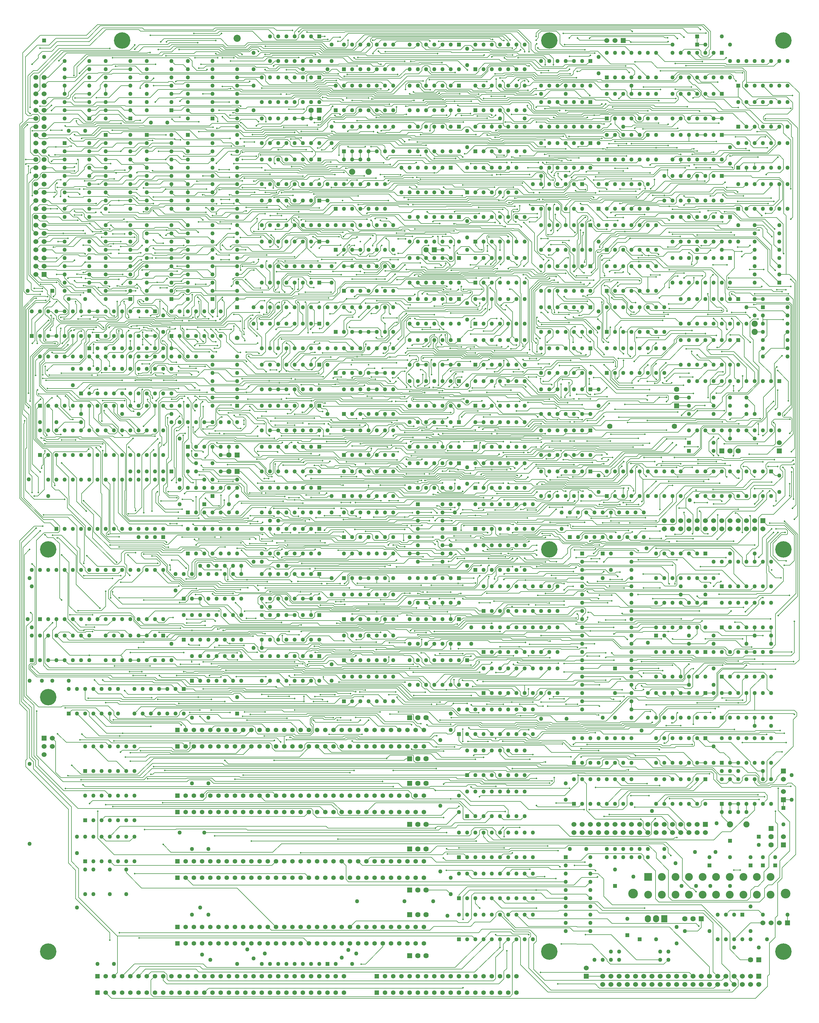
<source format=gtl>
G04*
G04  File:            MAINBOARD-V10.7.0.GTL, Sat Oct 04 01:27:28 2025*
G04  Source:          P-CAD 2006 PCB, Version 19.02.958, (D:\PCAD-2006\Projects\Pentagon-4096\Hardware\MainBoard-v10.7.0.PCB)*
G04  Format:          Gerber Format (RS-274-D), ASCII*
G04*
G04  Format Options:  Absolute Positioning*
G04                   Leading-Zero Suppression*
G04                   Scale Factor 1:1*
G04                   NO Circular Interpolation*
G04                   Inch Units*
G04                   Numeric Format: 4.4 (XXXX.XXXX)*
G04                   G54 NOT Used for Aperture Change*
G04                   Apertures Embedded*
G04*
G04  File Options:    Offset = (0.0mil,0.0mil)*
G04                   Drill Symbol Size = 80.0mil*
G04                   No Pad/Via Holes*
G04*
G04  File Contents:   Pads*
G04                   Vias*
G04                   No Designators*
G04                   No Types*
G04                   No Values*
G04                   No Drill Symbols*
G04                   Top*
G04*
%INMAINBOARD-V10.7.0.GTL*%
%ICAS*%
%MOIN*%
G04*
G04  Aperture MACROs for general use --- invoked via D-code assignment *
G04*
G04  General MACRO for flashed round with rotation and/or offset hole *
%AMROTOFFROUND*
1,1,$1,0.0000,0.0000*
1,0,$2,$3,$4*%
G04*
G04  General MACRO for flashed oval (obround) with rotation and/or offset hole *
%AMROTOFFOVAL*
21,1,$1,$2,0.0000,0.0000,$3*
1,1,$4,$5,$6*
1,1,$4,0-$5,0-$6*
1,0,$7,$8,$9*%
G04*
G04  General MACRO for flashed oval (obround) with rotation and no hole *
%AMROTOVALNOHOLE*
21,1,$1,$2,0.0000,0.0000,$3*
1,1,$4,$5,$6*
1,1,$4,0-$5,0-$6*%
G04*
G04  General MACRO for flashed rectangle with rotation and/or offset hole *
%AMROTOFFRECT*
21,1,$1,$2,0.0000,0.0000,$3*
1,0,$4,$5,$6*%
G04*
G04  General MACRO for flashed rectangle with rotation and no hole *
%AMROTRECTNOHOLE*
21,1,$1,$2,0.0000,0.0000,$3*%
G04*
G04  General MACRO for flashed rounded-rectangle *
%AMROUNDRECT*
21,1,$1,$2-$4,0.0000,0.0000,$3*
21,1,$1-$4,$2,0.0000,0.0000,$3*
1,1,$4,$5,$6*
1,1,$4,$7,$8*
1,1,$4,0-$5,0-$6*
1,1,$4,0-$7,0-$8*
1,0,$9,$10,$11*%
G04*
G04  General MACRO for flashed rounded-rectangle with rotation and no hole *
%AMROUNDRECTNOHOLE*
21,1,$1,$2-$4,0.0000,0.0000,$3*
21,1,$1-$4,$2,0.0000,0.0000,$3*
1,1,$4,$5,$6*
1,1,$4,$7,$8*
1,1,$4,0-$5,0-$6*
1,1,$4,0-$7,0-$8*%
G04*
G04  General MACRO for flashed regular polygon *
%AMREGPOLY*
5,1,$1,0.0000,0.0000,$2,$3+$4*
1,0,$5,$6,$7*%
G04*
G04  General MACRO for flashed regular polygon with no hole *
%AMREGPOLYNOHOLE*
5,1,$1,0.0000,0.0000,$2,$3+$4*%
G04*
G04  General MACRO for target *
%AMTARGET*
6,0,0,$1,$2,$3,4,$4,$5,$6*%
G04*
G04  General MACRO for mounting hole *
%AMMTHOLE*
1,1,$1,0,0*
1,0,$2,0,0*
$1=$1-$2*
$1=$1/2*
21,1,$2+$1,$3,0,0,$4*
21,1,$3,$2+$1,0,0,$4*%
G04*
G04*
G04  D10 : "Ellipse X8.0mil Y8.0mil H0.0mil 0.0deg (0.0mil,0.0mil) Draw"*
G04  Disc: OuterDia=0.0080*
%ADD10C, 0.0080*%
G04  D11 : "Ellipse X10.0mil Y10.0mil H0.0mil 0.0deg (0.0mil,0.0mil) Draw"*
G04  Disc: OuterDia=0.0100*
%ADD11C, 0.0100*%
G04  D12 : "Ellipse X15.0mil Y15.0mil H0.0mil 0.0deg (0.0mil,0.0mil) Draw"*
G04  Disc: OuterDia=0.0150*
%ADD12C, 0.0150*%
G04  D13 : "Ellipse X20.0mil Y20.0mil H0.0mil 0.0deg (0.0mil,0.0mil) Draw"*
G04  Disc: OuterDia=0.0200*
%ADD13C, 0.0200*%
G04  D14 : "Ellipse X25.0mil Y25.0mil H0.0mil 0.0deg (0.0mil,0.0mil) Draw"*
G04  Disc: OuterDia=0.0250*
%ADD14C, 0.0250*%
G04  D15 : "Ellipse X30.0mil Y30.0mil H0.0mil 0.0deg (0.0mil,0.0mil) Draw"*
G04  Disc: OuterDia=0.0300*
%ADD15C, 0.0300*%
G04  D16 : "Ellipse X40.0mil Y40.0mil H0.0mil 0.0deg (0.0mil,0.0mil) Draw"*
G04  Disc: OuterDia=0.0400*
%ADD16C, 0.0400*%
G04  D17 : "Ellipse X5.0mil Y5.0mil H0.0mil 0.0deg (0.0mil,0.0mil) Draw"*
G04  Disc: OuterDia=0.0050*
%ADD17C, 0.0050*%
G04  D18 : "Ellipse X6.0mil Y6.0mil H0.0mil 0.0deg (0.0mil,0.0mil) Draw"*
G04  Disc: OuterDia=0.0060*
%ADD18C, 0.0060*%
G04  D19 : "Ellipse X9.8mil Y9.8mil H0.0mil 0.0deg (0.0mil,0.0mil) Draw"*
G04  Disc: OuterDia=0.0098*
%ADD19C, 0.0098*%
G04  D20 : "Ellipse X110.0mil Y110.0mil H0.0mil 0.0deg (0.0mil,0.0mil) Flash"*
G04  Disc: OuterDia=0.1100*
%ADD20C, 0.1100*%
G04  D21 : "Ellipse X200.0mil Y200.0mil H0.0mil 0.0deg (0.0mil,0.0mil) Flash"*
G04  Disc: OuterDia=0.2000*
%ADD21C, 0.2000*%
G04  D22 : "Ellipse X215.0mil Y215.0mil H0.0mil 0.0deg (0.0mil,0.0mil) Flash"*
G04  Disc: OuterDia=0.2150*
%ADD22C, 0.2150*%
G04  D23 : "Ellipse X50.0mil Y50.0mil H0.0mil 0.0deg (0.0mil,0.0mil) Flash"*
G04  Disc: OuterDia=0.0500*
%ADD23C, 0.0500*%
G04  D24 : "Ellipse X56.0mil Y56.0mil H0.0mil 0.0deg (0.0mil,0.0mil) Flash"*
G04  Disc: OuterDia=0.0560*
%ADD24C, 0.0560*%
G04  D25 : "Ellipse X60.0mil Y60.0mil H0.0mil 0.0deg (0.0mil,0.0mil) Flash"*
G04  Disc: OuterDia=0.0600*
%ADD25C, 0.0600*%
G04  D26 : "Ellipse X64.0mil Y64.0mil H0.0mil 0.0deg (0.0mil,0.0mil) Flash"*
G04  Disc: OuterDia=0.0640*
%ADD26C, 0.0640*%
G04  D27 : "Ellipse X65.0mil Y65.0mil H0.0mil 0.0deg (0.0mil,0.0mil) Flash"*
G04  Disc: OuterDia=0.0650*
%ADD27C, 0.0650*%
G04  D28 : "Ellipse X71.0mil Y71.0mil H0.0mil 0.0deg (0.0mil,0.0mil) Flash"*
G04  Disc: OuterDia=0.0710*
%ADD28C, 0.0710*%
G04  D29 : "Ellipse X75.0mil Y75.0mil H0.0mil 0.0deg (0.0mil,0.0mil) Flash"*
G04  Disc: OuterDia=0.0750*
%ADD29C, 0.0750*%
G04  D30 : "Ellipse X79.0mil Y79.0mil H0.0mil 0.0deg (0.0mil,0.0mil) Flash"*
G04  Disc: OuterDia=0.0790*
%ADD30C, 0.0790*%
G04  D31 : "Ellipse X90.0mil Y90.0mil H0.0mil 0.0deg (0.0mil,0.0mil) Flash"*
G04  Disc: OuterDia=0.0900*
%ADD31C, 0.0900*%
G04  D32 : "Ellipse X95.0mil Y95.0mil H0.0mil 0.0deg (0.0mil,0.0mil) Flash"*
G04  Disc: OuterDia=0.0950*
%ADD32C, 0.0950*%
G04  D33 : "Oval X75.0mil Y87.0mil H0.0mil 0.0deg (0.0mil,0.0mil) Flash"*
G04  Obround: DimX=0.0750, DimY=0.0870, Rotation=0.0, OffsetX=0.0000, OffsetY=0.0000, HoleDia=0.0000 *
%ADD33O, 0.0750 X0.0870*%
G04  D34 : "Oval X90.0mil Y102.0mil H0.0mil 0.0deg (0.0mil,0.0mil) Flash"*
G04  Obround: DimX=0.0900, DimY=0.1020, Rotation=0.0, OffsetX=0.0000, OffsetY=0.0000, HoleDia=0.0000 *
%ADD34O, 0.0900 X0.1020*%
G04  D35 : "Rectangle X110.0mil Y110.0mil H0.0mil 0.0deg (0.0mil,0.0mil) Flash"*
G04  Square: Side=0.1100, Rotation=0.0, OffsetX=0.0000, OffsetY=0.0000, HoleDia=0.0000*
%ADD35R, 0.1100 X0.1100*%
G04  D36 : "Rectangle X50.0mil Y50.0mil H0.0mil 0.0deg (0.0mil,0.0mil) Flash"*
G04  Square: Side=0.0500, Rotation=0.0, OffsetX=0.0000, OffsetY=0.0000, HoleDia=0.0000*
%ADD36R, 0.0500 X0.0500*%
G04  D37 : "Rectangle X56.0mil Y56.0mil H0.0mil 0.0deg (0.0mil,0.0mil) Flash"*
G04  Square: Side=0.0560, Rotation=0.0, OffsetX=0.0000, OffsetY=0.0000, HoleDia=0.0000*
%ADD37R, 0.0560 X0.0560*%
G04  D38 : "Rectangle X60.0mil Y60.0mil H0.0mil 0.0deg (0.0mil,0.0mil) Flash"*
G04  Square: Side=0.0600, Rotation=0.0, OffsetX=0.0000, OffsetY=0.0000, HoleDia=0.0000*
%ADD38R, 0.0600 X0.0600*%
G04  D39 : "Rectangle X64.0mil Y64.0mil H0.0mil 0.0deg (0.0mil,0.0mil) Flash"*
G04  Square: Side=0.0640, Rotation=0.0, OffsetX=0.0000, OffsetY=0.0000, HoleDia=0.0000*
%ADD39R, 0.0640 X0.0640*%
G04  D40 : "Rectangle X65.0mil Y65.0mil H0.0mil 0.0deg (0.0mil,0.0mil) Flash"*
G04  Square: Side=0.0650, Rotation=0.0, OffsetX=0.0000, OffsetY=0.0000, HoleDia=0.0000*
%ADD40R, 0.0650 X0.0650*%
G04  D41 : "Rectangle X71.0mil Y71.0mil H0.0mil 0.0deg (0.0mil,0.0mil) Flash"*
G04  Square: Side=0.0710, Rotation=0.0, OffsetX=0.0000, OffsetY=0.0000, HoleDia=0.0000*
%ADD41R, 0.0710 X0.0710*%
G04  D42 : "Rectangle X75.0mil Y75.0mil H0.0mil 0.0deg (0.0mil,0.0mil) Flash"*
G04  Square: Side=0.0750, Rotation=0.0, OffsetX=0.0000, OffsetY=0.0000, HoleDia=0.0000*
%ADD42R, 0.0750 X0.0750*%
G04  D43 : "Rectangle X75.0mil Y87.0mil H0.0mil 0.0deg (0.0mil,0.0mil) Flash"*
G04  Rectangular: DimX=0.0750, DimY=0.0870, Rotation=0.0, OffsetX=0.0000, OffsetY=0.0000, HoleDia=0.0000 *
%ADD43R, 0.0750 X0.0870*%
G04  D44 : "Rectangle X79.0mil Y79.0mil H0.0mil 0.0deg (0.0mil,0.0mil) Flash"*
G04  Square: Side=0.0790, Rotation=0.0, OffsetX=0.0000, OffsetY=0.0000, HoleDia=0.0000*
%ADD44R, 0.0790 X0.0790*%
G04  D45 : "Rectangle X90.0mil Y102.0mil H0.0mil 0.0deg (0.0mil,0.0mil) Flash"*
G04  Rectangular: DimX=0.0900, DimY=0.1020, Rotation=0.0, OffsetX=0.0000, OffsetY=0.0000, HoleDia=0.0000 *
%ADD45R, 0.0900 X0.1020*%
G04  D46 : "Rectangle X95.0mil Y95.0mil H0.0mil 0.0deg (0.0mil,0.0mil) Flash"*
G04  Square: Side=0.0950, Rotation=0.0, OffsetX=0.0000, OffsetY=0.0000, HoleDia=0.0000*
%ADD46R, 0.0950 X0.0950*%
G04  D47 : "Ellipse X102.0mil Y102.0mil H0.0mil 0.0deg (0.0mil,0.0mil) Flash"*
G04  Disc: OuterDia=0.1020*
%ADD47C, 0.1020*%
G04  D48 : "Ellipse X118.0mil Y118.0mil H0.0mil 0.0deg (0.0mil,0.0mil) Flash"*
G04  Disc: OuterDia=0.1180*
%ADD48C, 0.1180*%
G04  D49 : "Ellipse X133.0mil Y133.0mil H0.0mil 0.0deg (0.0mil,0.0mil) Flash"*
G04  Disc: OuterDia=0.1330*
%ADD49C, 0.1330*%
G04  D50 : "Ellipse X20.0mil Y20.0mil H0.0mil 0.0deg (0.0mil,0.0mil) Flash"*
G04  Disc: OuterDia=0.0200*
%ADD50C, 0.0200*%
G04  D51 : "Ellipse X35.0mil Y35.0mil H0.0mil 0.0deg (0.0mil,0.0mil) Flash"*
G04  Disc: OuterDia=0.0350*
%ADD51C, 0.0350*%
G04  D52 : "Ellipse X55.0mil Y55.0mil H0.0mil 0.0deg (0.0mil,0.0mil) Flash"*
G04  Disc: OuterDia=0.0550*
%ADD52C, 0.0550*%
G04  D53 : "Ellipse X70.0mil Y70.0mil H0.0mil 0.0deg (0.0mil,0.0mil) Flash"*
G04  Disc: OuterDia=0.0700*
%ADD53C, 0.0700*%
G04  D54 : "Ellipse X87.0mil Y87.0mil H0.0mil 0.0deg (0.0mil,0.0mil) Flash"*
G04  Disc: OuterDia=0.0870*
%ADD54C, 0.0870*%
G04*
%FSLAX44Y44*%
%SFA1B1*%
%OFA0.0000B0.0000*%
G04*
G70*
G90*
G01*
D2*
%LNTop*%
D10*
X101440Y129960*
X101280Y129800D1*
Y129040*
X101720Y136000D2*
X100760Y136960D1*
X100560Y136680D2*
X101440Y135800D1*
X101680Y141400D2*
X101880Y141600D1*
X101760Y155480D2*
X101120Y154840D1*
X101240Y167720D2*
X101400Y167880D1*
X101160Y170920D2*
X101040Y170800D1*
X101880Y172880D2*
X101360Y173400D1*
X101400Y171440D2*
X100880Y171960D1*
X101640Y172760D2*
X101200Y173200D1*
X101040Y172520D2*
X101680Y171880D1*
X101840Y173840D2*
X101800Y173800D1*
Y173560*
X101400Y186560D2*
X101040Y186920D1*
X101600Y201280D2*
X101440Y201120D1*
X101600Y202200D2*
Y201280D1*
X101840Y201400D2*
Y201800D1*
X101320Y202480D2*
X101280Y202440D1*
X101680Y208000D2*
X100720Y207040D1*
X101560Y208320D2*
X101240Y208640D1*
X101920Y208320D2*
X101560D1*
Y208840D2*
X101800Y208600D1*
X100560Y207280D2*
X100920Y207640D1*
X102280Y130360D2*
X102800Y129840D1*
Y129200*
X102480Y129080D2*
Y129760D1*
X104500Y132500D2*
X104920Y132080D1*
X102320Y141600D2*
X102400Y141680D1*
X102585Y141600D2*
X102425Y141440D1*
X103600Y141640D2*
X104180Y141060D1*
X104560Y146560D2*
X103440Y145440D1*
X104000Y145000D2*
X103600Y144600D1*
X104560Y144680D2*
Y145640D1*
X102400Y153360D2*
X102040Y153720D1*
X103360Y158320D2*
X102320D1*
X104280Y158720D2*
X103560D1*
X103520Y157520D2*
X102585Y156585D1*
X103940Y156940D2*
X104660D1*
X103600Y157280D2*
X103940Y156940D1*
X103440Y159120D2*
X104600D1*
X102800Y162440D2*
Y164280D1*
X102040Y164400D2*
Y162440D1*
X104800Y163520D2*
Y163280D1*
X104600Y163720D2*
X104800Y163520D1*
X104880Y162720D2*
X104440Y163160D1*
X103560Y166560D2*
X104000Y167000D1*
X104800Y167400D2*
X104600Y167200D1*
X103400Y165840D2*
Y167040D1*
X103200Y165640D2*
X103400Y165840D1*
X103200Y165400D2*
Y165640D1*
X104440Y167200D2*
X103880Y167760D1*
X103400*
X103600Y167240D2*
Y167480D1*
X103400Y167040D2*
X103600Y167240D1*
X102600Y169040D2*
X103520Y168120D1*
X103160Y169080D2*
X103200Y169040D1*
X103840Y169480D2*
Y169400D1*
Y169480D2*
X103600Y169720D1*
Y168800D2*
X103520D1*
X103800Y168600D2*
X103600Y168800D1*
X103640Y169040D2*
X103800Y168880D1*
X103200Y169040D2*
X103640D1*
X103760Y169160D2*
X104880D1*
X103400Y169520D2*
X103760Y169160D1*
X103000Y173000D2*
X102600Y172600D1*
X104000Y173000D2*
X104560Y172440D1*
X102440Y173160D2*
X103080Y173800D1*
X103840Y174840D2*
X103120Y175560D1*
X102760Y174200D2*
X103000D1*
X102600Y174360D2*
X102760Y174200D1*
X103760Y174640D2*
X102960Y175440D1*
X104040Y176480D2*
X103640Y176880D1*
X102600Y174800D2*
Y174360D1*
X102720Y174920D2*
X102600Y174800D1*
X103000Y179000D2*
X102480Y178480D1*
X103560Y179120D2*
X104160Y179720D1*
X103560Y178440D2*
Y179120D1*
X103120Y178000D2*
X103560Y178440D1*
X102960Y178200D2*
X103400Y178640D1*
Y179200*
X104080Y179880*
X104600Y179400D2*
X104480Y179480D1*
X103360Y177920D2*
X103680Y178240D1*
X104600Y178000D2*
X103880Y177280D1*
X103600Y181160D2*
X103760Y181000D1*
X103600Y182120D2*
Y181160D1*
X102600Y180920D2*
Y181960D1*
X102680Y180840D2*
X102600Y180920D1*
X102680Y180600D2*
Y180840D1*
X104600Y180760D2*
X104680Y180840D1*
X104280Y182440D2*
X104600Y182760D1*
X104280Y182200D2*
Y182440D1*
X102400Y180950D2*
X102080Y180600D1*
X103720Y181000D2*
X103760D1*
X103360Y180600D2*
X103000Y180960D1*
Y181500*
X103440Y180920D2*
X103600Y180760D1*
X104600*
X103440Y182320D2*
Y180920D1*
X104840Y180600D2*
X103360D1*
X102520Y185840D2*
X103720D1*
X102400Y183120D2*
X103400Y184120D1*
X102540Y184040D2*
X102520D1*
X103000Y184500D2*
X102540Y184040D1*
X102480Y185560D2*
X103760D1*
X104000Y184500D2*
X104380D1*
X104680Y183400D2*
Y183640D1*
X104600Y183320D2*
X104680Y183400D1*
X104360Y184000D2*
X104440Y183920D1*
X103400Y184880D2*
X104200Y185680D1*
X103400Y184120D2*
Y184880D1*
X103920Y185040D2*
X103600Y184720D1*
Y184160*
X104400Y185040D2*
X103920D1*
X103880Y183960D2*
X104280Y183560D1*
X103800Y183960D2*
X103880D1*
X103600Y184160D2*
X103800Y183960D1*
X104280Y183560D2*
Y183160D1*
X104400Y187800D2*
X104920Y187280D1*
X103080Y187800D2*
X104400D1*
X102320Y187280D2*
X103320D1*
X102320Y186080D2*
X102560D1*
X103680Y186320D2*
X102320D1*
X103720Y186280D2*
X103680Y186320D1*
X103960Y186280D2*
X103720D1*
X103360Y187560D2*
X103000D1*
X103920Y187000D2*
X103360Y187560D1*
X103920Y186640D2*
Y187000D1*
X104200Y186360D2*
X103920Y186640D1*
X102200Y186920D2*
X103280D1*
X104920Y187280D2*
Y186560D1*
X104640Y186280*
X104360Y186860D2*
X104500Y187000D1*
X104360Y186240D2*
Y186860D1*
X102940Y189560D2*
X102500Y190000D1*
X102980Y190520D2*
X102500Y191000D1*
X104200Y193000D2*
X103500D1*
X104600Y193400D2*
X104200Y193000D1*
X103020Y193520D2*
X102500Y193000D1*
X103840Y193520D2*
X103020D1*
X104080Y193760D2*
X103840Y193520D1*
X102080Y194420D2*
X102500Y194000D1*
X103880Y194480D2*
X103020D1*
X104040Y194320D2*
X103880Y194480D1*
X104640Y192320D2*
X104880D1*
X104320Y197000D2*
X103500D1*
X102280Y196440D2*
X102080Y196240D1*
X103020Y195480D2*
X102500Y196000D1*
X103840Y195480D2*
X103020D1*
X104120Y195200D2*
X103840Y195480D1*
X102500Y197000D2*
X102980Y197480D1*
X103920*
X104000Y197400*
X103500Y199000D2*
X104840D1*
X103040Y200880D2*
X102640Y200480D1*
X102360*
X102080Y200200*
Y198600*
X104880Y199320D2*
Y199920D1*
X102980Y199480D2*
X102500Y199000D1*
X104040Y199480D2*
X102980D1*
X104400Y202760D2*
X104640Y203000D1*
X104520Y202000D2*
X103500D1*
X104920Y201600D2*
X104520Y202000D1*
X103320Y201440D2*
X103040Y201160D1*
X102040Y202000D2*
X102500D1*
X104020Y202780D2*
Y203180D1*
X102760Y203480D2*
X103000Y203240D1*
Y202800*
X102680Y202480*
X102240Y203480D2*
X102760D1*
X104020Y203180D2*
X103780Y203420D1*
X103260*
X104280Y203320D2*
X104080Y203520D1*
X104320Y202480D2*
X104020Y202780D1*
X102980Y205520D2*
X102500Y206000D1*
X103920Y205520D2*
X102980D1*
X104040Y205640D2*
X103920Y205520D1*
X102080Y206480D2*
X103760D1*
X102720Y208480D2*
X102080D1*
X102960Y208240D2*
X102720Y208480D1*
Y207520D2*
X102960Y207760D1*
Y208240*
X103000Y209480D2*
X103760D1*
Y208960D2*
X103500Y209000D1*
X104880Y209440D2*
X104400Y208960D1*
Y209600D2*
X103760Y208960D1*
X102500Y209000D2*
X102640D1*
X103120Y208520*
X103000Y211500D2*
X102500Y211000D1*
X104000Y212500D2*
X103500Y212000D1*
X102040Y214600D2*
X102800Y215360D1*
Y215680*
X102680Y213840D2*
X102200D1*
X102840Y213540D2*
X102260D1*
X103280Y216160D2*
X104440D1*
X102680Y216920D2*
X104120D1*
X104280Y216560D2*
X103000D1*
X106440Y127880D2*
X106400Y127920D1*
X105600Y136280D2*
X105760Y136440D1*
X106920Y135920D2*
X106500Y135500D1*
X106000Y142000D2*
X106480Y141520D1*
X106560Y145440D2*
X107000Y145000D1*
X105440Y145440D2*
X106560D1*
Y144440D2*
X106000Y145000D1*
X105400Y149560D2*
X105640Y149320D1*
X107440Y147760D2*
X106560Y148640D1*
Y153920D2*
X105640Y154840D1*
X107880Y155560D2*
Y153880D1*
X107520Y155920D2*
X107880Y155560D1*
X105400Y157720D2*
X105200Y157520D1*
X105400Y158320D2*
Y157720D1*
X105120Y156880D2*
X105280D1*
X106360Y160560D2*
Y161680D1*
X106500Y162060D2*
Y164300D1*
X105640Y168840D2*
X107360D1*
X107680Y169080D2*
X107840Y168920D1*
X105400Y169080D2*
X107680D1*
X105200Y168880D2*
X105400Y169080D1*
X106560Y172920D2*
X106640Y172840D1*
X106560Y173760D2*
Y172920D1*
X106880Y171560D2*
X105560Y172880D1*
X106680Y171320D2*
X107000D1*
X106640Y172840D2*
Y172520D1*
X105560Y172880D2*
Y173760D1*
X106440Y179000D2*
X106000D1*
X106200Y179840D2*
X106280D1*
X106080Y179720D2*
X106200Y179840D1*
X105480Y180560D2*
Y182040D1*
X105120Y180200D2*
X105480Y180560D1*
X107560Y180880D2*
Y181800D1*
X107000Y180560D2*
Y181500D1*
X106000Y182480D2*
Y181500D1*
X106400Y181280D2*
X105720Y180600D1*
X105040Y180840D2*
X105200Y180680D1*
Y180520*
X105040Y180360*
X106560Y181920D2*
X106800Y182160D1*
X106400Y182120D2*
Y181280D1*
X106840Y182560D2*
X106400Y182120D1*
X107560Y181800D2*
X107840Y182080D1*
X106320Y182800D2*
X106000Y182480D1*
X107160Y182200D2*
X107320Y182360D1*
X105480Y182040D2*
X105560Y182120D1*
Y182440*
X106400Y180400D2*
Y180440D1*
X106560Y181000D2*
Y181920D1*
X105600Y180040D2*
X106560Y181000D1*
Y184200D2*
Y185360D1*
X106160Y183800D2*
X106560Y184200D1*
X107360Y185680D2*
Y185440D1*
X106400Y184320D2*
Y184640D1*
X105560Y183760D2*
X105600Y183800D1*
X106160*
X105240Y183640D2*
Y183880D1*
X105440Y184080*
X105560Y183320D2*
X105240Y183640D1*
X105440Y184080D2*
X106160D1*
X106400Y184320*
X107480Y185320D2*
Y184360D1*
X106680Y183560*
X107360Y185440D2*
X107480Y185320D1*
X106680Y183560D2*
X105960D1*
X105920Y186280D2*
X106120Y186480D1*
X105560Y188120D2*
X105200Y188480D1*
X105560Y187880D2*
Y188120D1*
X105880Y187560D2*
X105560Y187880D1*
X106720Y187560D2*
X105880D1*
X107280Y187000D2*
X106720Y187560D1*
X105360Y188080D2*
X105160Y188280D1*
X105360Y187800D2*
Y188080D1*
X105760Y187400D2*
X105360Y187800D1*
X106200Y187400D2*
X105760D1*
X106840Y186760D2*
X106200Y187400D1*
X107440Y188000D2*
X107200Y188240D1*
X106520Y188640D2*
X106400Y188520D1*
X106720Y187840D2*
X106960D1*
X107400Y187400*
X106000Y188560D2*
X106720Y187840D1*
X107760Y189040D2*
X107520D1*
X107680Y191400D2*
X105840D1*
X107840Y191240D2*
X107680Y191400D1*
X105800Y190520D2*
X105280Y190000D1*
X107200Y190720D2*
X107000Y190520D1*
X105800*
X105200Y193000D2*
X106000D1*
X106440Y192560D2*
X107440Y193560D1*
X105760Y195600D2*
X105360Y196000D1*
X107600Y195600D2*
X105760D1*
X106400Y197400D2*
X106000Y197000D1*
X107040Y196000D2*
X106600Y196440D1*
X107560Y196000D2*
X107040D1*
X105040Y197400D2*
X105840Y196600D1*
X106640*
X107360Y196560D2*
X107200Y196720D1*
X106640Y196600D2*
X107000Y196960D1*
X105760Y199400D2*
X105560Y199200D1*
X107840Y199400D2*
X105760D1*
X106625Y200625D2*
X106000Y200000D1*
X105080Y198800D2*
Y199120D1*
X107120Y199600D2*
X107200Y199680D1*
X105120Y199600D2*
X107120D1*
X107600Y199000D2*
X107840Y198760D1*
X107600Y199000D2*
X106000D1*
X105560Y198520D2*
X105520Y198480D1*
X105560Y199200D2*
Y198520D1*
X106560Y198400D2*
X106480Y198480D1*
X105560Y200520D2*
X105080D1*
X105440Y203400D2*
X105360Y203320D1*
X107600Y203000D2*
X107680Y202920D1*
X107120Y202000D2*
X107200Y202080D1*
X107120Y202000D2*
X106000D1*
X107680Y201640D2*
X107360Y201320D1*
X107680Y202920D2*
Y201640D1*
X107360Y201320D2*
X106800D1*
X106680Y201440*
X106560Y204640D2*
X106800D1*
X106440Y204520D2*
X106560Y204640D1*
X106880Y205000D2*
X106240Y205640D1*
X107080Y205000D2*
X106880D1*
X107520Y204560D2*
X107080Y205000D1*
X107200Y206040D2*
X107360Y205880D1*
X107000Y206360D2*
X106640Y206000D1*
X107560Y206360D2*
X107000D1*
X107880Y206040D2*
X107560Y206360D1*
X106720Y205560D2*
X107040Y205240D1*
X106640Y207480D2*
X107160Y208000D1*
X107680*
X107440Y207680D2*
Y207520D1*
X107760Y207200*
X106000Y211000D2*
Y212000D1*
X106980Y210280D2*
Y210640D1*
X107320Y210980*
Y211000*
X106740Y210620D2*
X106520Y210400D1*
X106740Y210820D2*
Y210620D1*
X106480Y210800D2*
X106240Y210560D1*
X106480Y211160D2*
Y210800D1*
X107160Y214320D2*
Y213240D1*
X107500Y214260D2*
Y213180D1*
X109400Y124880D2*
X109040Y124520D1*
X108480Y126600D2*
X108240Y126840D1*
X108600Y132520D2*
X108120Y133000D1*
X108500Y137240D2*
X108650Y137090D1*
X110500Y135500D2*
X109800Y136200D1*
X109000Y135640D2*
X108720Y135920D1*
X109000Y135200D2*
Y135640D1*
X110840Y139400D2*
X110640Y139600D1*
X110200Y139000D2*
X109640Y139600D1*
X108480Y145760D2*
X108360Y145640D1*
X109520Y145760D2*
X108480D1*
X109640Y145640D2*
X109520Y145760D1*
X109400Y145480D2*
X108640D1*
X108560Y145400*
X108520Y152920D2*
X108880Y152560D1*
X110000Y153440D2*
X108720Y154720D1*
X108360Y154040D2*
X108400Y154080D1*
X108360Y153800D2*
Y154040D1*
X109400Y156880D2*
Y158160D1*
X108560Y157240D2*
Y158360D1*
X108320Y161440D2*
X110400Y159360D1*
X109560Y159720D2*
X108080Y161200D1*
X110400Y162400D2*
X110560Y162240D1*
X108080Y162280D2*
X109480Y163680D1*
X110640Y167160D2*
X110600Y167120D1*
X109840Y167880D2*
X110400Y167320D1*
X108640Y167400D2*
X108960Y167720D1*
X110640Y167520D2*
Y167160D1*
X109440Y170000D2*
X110160Y169280D1*
X109440Y170240D2*
Y170000D1*
X109000Y170680D2*
X109440Y170240D1*
X108440Y171160D2*
X108040Y171560D1*
X109560Y173000D2*
X109040Y173520D1*
X109560Y171520D2*
Y173000D1*
X110560Y173120D2*
X110840Y173400D1*
X110560Y171120D2*
Y173120D1*
X110800Y172160D2*
Y172400D1*
X110160Y171160D2*
Y171880D1*
X110400Y172120*
Y173160*
X109880Y173680*
X109760Y175000D2*
X110000D1*
X109560Y174800D2*
X109760Y175000D1*
X109560Y174660D2*
Y174800D1*
X109400Y174500D2*
X109560Y174660D1*
X109000Y174500D2*
X109400D1*
X109360Y175440D2*
X109000Y175080D1*
Y179000D2*
X109520Y178480D1*
Y177840*
X110000Y179000D2*
X110480Y178520D1*
Y177360*
X108400Y181240D2*
X108040Y180880D1*
Y180600*
X109000Y180840D2*
X108600Y180440D1*
X109000Y181500D2*
Y180840D1*
X108600Y182000D2*
X108880Y182280D1*
X108600Y180800D2*
Y182000D1*
X108880Y182280D2*
X109560D1*
X108400Y180600D2*
X108600Y180800D1*
X108160Y182360D2*
X108400Y182120D1*
Y181240*
X110720Y181920D2*
X109400D1*
X110840Y182280D2*
X110600D1*
X110080Y182800*
X109560Y180480D2*
Y180440D1*
X109520Y180400*
X109000Y180320D2*
X109440Y180760D1*
X109720D2*
X109800Y180680D1*
X109440Y180760D2*
X109720D1*
X109960Y180960D2*
X110040Y180880D1*
X110000Y181500D2*
Y181440D1*
X110360Y181080*
X110000Y184500D2*
X109000D1*
X108200Y184040D2*
X108040Y183880D1*
X110080Y183160D2*
X110200Y183280D1*
X110800Y183800D2*
X109560D1*
X110080Y183560D2*
X109840Y183320D1*
X110320Y188000D2*
X110720Y187600D1*
X109000Y188000D2*
X110320D1*
X109400Y187400D2*
X110360Y186440D1*
X108560Y187640D2*
X108320D1*
X108640Y187560D2*
X108560Y187640D1*
X109680Y187560D2*
X108640D1*
X109880Y187360D2*
X109680Y187560D1*
X109880Y187320D2*
Y187360D1*
X110600Y186600D2*
X109880Y187320D1*
X108560Y188480D2*
X109160D1*
X109240Y188400*
X108680Y189400D2*
X108520Y189240D1*
X108280*
X108040Y190000D2*
X108520Y190480D1*
Y191480D2*
X108400Y191600D1*
X109680Y191480D2*
X108880D1*
X109760Y191400D2*
X109680Y191480D1*
X108880D2*
X108640Y191240D1*
X109880Y193560D2*
X110840Y192600D1*
X109080Y192560D2*
X108280D1*
X110600Y194480D2*
X110705Y194375D1*
X109800Y194480D2*
X110600D1*
X109240Y193400D2*
X110200Y192440D1*
X108080Y193400D2*
X109240D1*
X110400Y194200D2*
X110440Y194240D1*
X109400Y194200D2*
X110400D1*
X110700Y194640D2*
X110440D1*
X110780Y194560D2*
X110700Y194640D1*
X109800Y194000D2*
X109560Y193760D1*
X110760Y196240D2*
X110440Y196560D1*
X109600Y197640D2*
X109840D1*
X109560Y197600D2*
X109600Y197640D1*
X109000Y197000D2*
X110280D1*
X109640Y195440D2*
X108120D1*
X110280Y197000D2*
X110800Y197520D1*
X108420Y196340D2*
X108200Y196560D1*
X108420Y196020D2*
Y196340D1*
X108840Y195600D2*
X108420Y196020D1*
X108680Y196480D2*
X109720D1*
X109800Y196560*
X108200Y196960D2*
X108680Y196480D1*
X108440Y200400D2*
X109760D1*
X108640Y199680D2*
X108720Y199600D1*
X108360Y198480D2*
X108280Y198400D1*
X109760Y200400D2*
X109920Y200560D1*
X110120Y200000D2*
X109000D1*
X110320D2*
X110720Y200400D1*
X110120Y200000D2*
X110320D1*
X109400Y201600D2*
X109000Y202000D1*
X109240Y202440D2*
X108800D1*
X109680Y202000D2*
X109240Y202440D1*
X110560Y202480D2*
X109640Y203400D1*
X110200Y203560D2*
X110280Y203480D1*
X108400Y202040D2*
Y201800D1*
X108800Y202440D2*
X108400Y202040D1*
X109960Y204400D2*
X108440D1*
X110560Y205000D2*
X109960Y204400D1*
X110280Y205400D2*
X109440Y204560D1*
X108320Y205240D2*
X108500Y205420D1*
X109860*
X110000Y205560*
X108080D2*
X108160Y205640D1*
X109760D2*
X110560Y206440D1*
X108160Y205640D2*
X109760D1*
X109560Y205880D2*
X110480Y206800D1*
X109000Y208000D2*
X109400Y208400D1*
X109840Y209440D2*
X109960Y209560D1*
X109680Y207200D2*
X109880Y207400D1*
X108280D2*
X109520D1*
X109680Y207560*
X109800Y209000D2*
X110200Y209400D1*
X109000Y209000D2*
X109800D1*
X109400Y208400D2*
X109760D1*
X110360Y209000*
X109360Y207560D2*
X110280Y208480D1*
X108600Y207560D2*
X109360D1*
X110340Y212060D2*
Y211620D1*
X110760Y212480D2*
X110340Y212060D1*
Y211620D2*
X109200Y210480D1*
X109800Y212480D2*
X108400D1*
X109000Y214000D2*
X108760D1*
X110120Y213560D2*
X110060Y213500D1*
X108820*
X108980Y217340D2*
X108960Y217360D1*
X112000Y103500D2*
X112440Y103940D1*
Y108400D2*
Y108360D1*
X113500Y116500D2*
Y116120D1*
X111540Y117500D2*
X111500D1*
X112760Y121760D2*
X111500Y120500D1*
X112320Y129680D2*
X111320D1*
X113068Y131040D2*
X113056Y131027D1*
X112800Y130800*
X111760Y134480D2*
X111500Y134740D1*
X113080Y133080D2*
X111120D1*
X113320Y137440D2*
X112880Y137880D1*
X113040Y137200D2*
X112880Y137360D1*
X112670Y137090D2*
X112800Y136960D1*
X112640Y136640D2*
X112440Y136840D1*
X111320Y136440D2*
X112000Y135760D1*
Y135320*
X111600Y140160D2*
X111860Y139900D1*
X111600Y139680D2*
X111320Y139960D1*
X113000Y142440D2*
Y142000D1*
X112840Y142600D2*
X113000Y142440D1*
X113520Y143280D2*
X112840Y142600D1*
X112560Y145440D2*
X113000Y145000D1*
X111440Y145440D2*
X112560D1*
Y148320D2*
X111360Y149520D1*
X112120Y150920D2*
X111600Y150400D1*
X112920Y151840D2*
X113400Y152320D1*
X111360Y150520D2*
X112680Y151840D1*
X112920*
X113400Y153240D2*
X113200Y153440D1*
X112920Y154080D2*
X112520Y153680D1*
X112120*
X113280Y155360D2*
X112920Y155000D1*
Y154080*
X113480Y155080D2*
X113320Y154920D1*
Y153800*
X113580Y153540*
X112440Y157960D2*
X112840Y157560D1*
X112440Y158240D2*
Y157960D1*
X112000Y158680D2*
X112440Y158240D1*
X111080Y157200D2*
X111240Y157040D1*
X112640*
X111560Y157400D2*
X111480Y157320D1*
X111320*
X111400Y157760D2*
X111080Y157440D1*
Y157200*
X113520Y161480D2*
X113560Y161520D1*
X113520Y159760D2*
Y161480D1*
X113720Y159560D2*
X113520Y159760D1*
X113400Y162680D2*
X113360Y162640D1*
X112000Y170000D2*
X111440Y170560D1*
X113000Y170000D2*
X113400D1*
X112400Y170160D2*
X111800Y170760D1*
X111920Y169280D2*
X112080Y169120D1*
X113880*
X112560Y169840D2*
Y170400D1*
X113040Y169360D2*
X112560Y169840D1*
X112400Y169800D2*
Y170160D1*
X111440Y169560D2*
X112160D1*
X112400Y169800*
X112440Y172000D2*
X112840Y171600D1*
X112440Y173120D2*
Y172000D1*
X112160Y173400D2*
X112440Y173120D1*
X113560Y173720D2*
X113400Y173880D1*
X113560Y172880D2*
Y173720D1*
X111560Y172440D2*
Y172360D1*
X112760Y171160*
X112000Y173000D2*
Y172160D1*
X112800Y171360*
X113880*
X112760Y171160D2*
X113520D1*
X112540Y175040D2*
X113400D1*
X112000Y174500D2*
X112540Y175040D1*
X113140Y174500D2*
X113000D1*
X113560Y179160D2*
Y177440D1*
X113160Y177040*
X111940Y179500D2*
X111960Y179480D1*
X113520Y179880D2*
X113120Y179480D1*
X111960*
X111480*
Y177840D2*
Y178360D1*
X113040Y181540D2*
X113000Y181500D1*
X111160Y182640D2*
Y182360D1*
X112400Y181800D2*
X112320Y181880D1*
X112400Y181240D2*
Y181800D1*
X113560Y182920D2*
X111440D1*
X111160Y182640*
X111600Y182720D2*
X113680D1*
X111400Y182520D2*
X111600Y182720D1*
X111540Y181940D2*
X112160Y182560D1*
X113800*
X112320Y182240D2*
X112440Y182360D1*
X112880*
X113040Y182200*
X112320Y181880D2*
Y182240D1*
X113040Y182200D2*
Y181540D1*
X112600Y181120D2*
Y182120D1*
X111440Y180440D2*
X111920D1*
X112600Y181120*
X111840Y180680D2*
X112400Y181240D1*
X112000Y181320D2*
Y181500D1*
X111560Y180880D2*
X112000Y181320D1*
X111540Y181340D2*
Y181940D1*
X111280Y181080D2*
X111540Y181340D1*
X113800Y182160D2*
X113520Y181880D1*
X113600Y184200D2*
Y184760D1*
X113800Y184000D2*
X113600Y184200D1*
X113800Y183760D2*
Y184000D1*
X113240Y185440D2*
Y185680D1*
X113400Y185280D2*
X113240Y185440D1*
X113400Y183840D2*
Y185280D1*
X112800Y185600D2*
Y185320D1*
X112560Y185080*
X113720Y183520D2*
X113400Y183840D1*
X112400Y185680D2*
Y183920D1*
X112160Y183680*
X111400*
X111040Y184040*
X111840Y183920D2*
X112040D1*
X113000Y183840D2*
Y184500D1*
X112440Y183280D2*
X113000Y183840D1*
X112560Y183720D2*
X112320Y183480D1*
X112560Y185080D2*
Y183720D1*
X112320Y183480D2*
X111120D1*
X111500Y184260D2*
X111840Y183920D1*
X111500Y184700D2*
Y184260D1*
X113520Y183320D2*
X113320Y183120D1*
X111320*
X113520Y188760D2*
X113680Y188600D1*
X111480Y188760D2*
X113520D1*
X111320Y188600D2*
X111480Y188760D1*
X112640Y187600D2*
X112400D1*
X112720Y187520D2*
X112640Y187600D1*
X113400Y187520D2*
X112720D1*
X113440Y187560D2*
X113400Y187520D1*
X113000Y187760D2*
X113640Y188400D1*
X113600Y187400D2*
X113520Y187320D1*
X111840D2*
X111720Y187200D1*
X111400*
X113520Y187320D2*
X111840D1*
X111400Y187200D2*
X111200Y187400D1*
X111400Y187600D2*
X111480Y187520D1*
X111640Y191000D2*
X111240Y191400D1*
X111880Y193920D2*
X113320D1*
X111275Y194375D2*
X111400Y194250D1*
X111520Y194520D2*
X111480Y194560D1*
X111400Y194250D2*
X111690D1*
X111880Y194440*
X111320Y192600D2*
X111440Y192720D1*
X113520D2*
X113680Y192560D1*
X111440Y192720D2*
X111960D1*
X113520*
X113120Y195640D2*
X113080Y195600D1*
X113600Y195400D2*
X111400D1*
X113240Y195720D2*
X113120Y195640D1*
X113280Y197520D2*
X113200Y197440D1*
X111520*
X111280Y198400D2*
X111200Y198480D1*
X111320Y200560D2*
X111400Y200640D1*
X112040*
X113520Y200480D2*
X113040Y200000D1*
X112120Y201680D2*
X112040Y201600D1*
X112360Y203000D2*
X112960Y202400D1*
X113360Y201680D2*
X112120D1*
X112280Y201440D2*
X113720D1*
X112280Y201360D2*
Y201440D1*
X112880Y206160D2*
X113120Y206400D1*
X111560Y206160D2*
X112880D1*
X111280Y206440D2*
X111560Y206160D1*
X113760Y206800D2*
X113840Y206720D1*
X112360Y205000D2*
X111840Y204480D1*
X113520Y208000D2*
X112520Y209000D1*
X112880Y209400D2*
X113280Y209000D1*
X113360Y209560D2*
X113440Y209480D1*
X111560Y207720D2*
X113040D1*
X113320Y207440*
X111400Y207560D2*
X111560Y207720D1*
X112600Y208480D2*
X113480Y207600D1*
X111400Y210520D2*
X112880Y212000D1*
X112440Y214360D2*
X112480Y214400D1*
X112200Y214360D2*
X112440D1*
X111840Y214000D2*
X111400Y213560D1*
X111840Y213480D2*
X111760Y213400D1*
X111920Y214600D2*
X111820Y214500D1*
X116800Y101000D2*
X116520Y101280D1*
X115860Y104360D2*
X115000Y103500D1*
X116540Y104040D2*
X116000Y103500D1*
X116760Y128080D2*
X116520D1*
X116080Y127840D2*
X115680Y127440D1*
X115520Y127680D2*
X116640Y128800D1*
X115920Y129680D2*
X116440Y130200D1*
X116200Y130480D2*
X115920Y130200D1*
X115160Y131360D2*
X114840Y131040D1*
X115920Y135080D2*
X115500Y135500D1*
X114500D2*
X115320Y136320D1*
X116880Y139240D2*
X116720Y139400D1*
X114360Y140120D2*
X115880D1*
X116440Y142440D2*
X116000Y142000D1*
Y145000D2*
X115000D1*
X116000D2*
X116640Y145640D1*
X114400Y146800D2*
X115320Y145880D1*
X115240Y146200D2*
X114560Y146880D1*
X114120Y147440D2*
X114400Y147160D1*
X114560Y147240D2*
X114040Y147760D1*
X115560Y152840D2*
X114200Y151480D1*
X115480Y155160D2*
X115360Y155040D1*
Y154720*
X115740Y154340*
X115800Y153480D2*
X115560Y153240D1*
X114600Y159840D2*
X115400Y160640D1*
X114640Y160480D2*
X114560Y160560D1*
X114640Y160240D2*
Y160480D1*
X115640Y162760D2*
X116440Y163560D1*
Y167240D2*
X116840Y167640D1*
X115600Y169600D2*
X116000Y170000D1*
X116600Y169440D2*
X116680Y169520D1*
X115000Y170240D2*
Y170000D1*
X114760Y169600D2*
X115600D1*
X114480Y170200D2*
Y169880D1*
X114760Y169600*
X115200Y171600D2*
X116400Y172800D1*
X114400Y172320D2*
X114120D1*
X115000Y173000D2*
X115400Y173400D1*
X116400Y172800D2*
Y173280D1*
X116120Y173560*
Y173760*
X115520Y173175D2*
Y172840D1*
X115599Y173254D2*
X115520Y173175D1*
Y172840D2*
X115240Y172560D1*
X114440*
X116560Y176080D2*
X114600D1*
X114760Y176240D2*
X114680Y176320D1*
X114880Y176400D2*
X114800Y176480D1*
X116640Y176720D2*
X115520D1*
X116360Y176240D2*
X114760D1*
X116200Y176400D2*
X114880D1*
X115320Y176880D2*
X115000D1*
X116420Y176300D2*
X116360Y176240D1*
X116260Y176460D2*
X116200Y176400D1*
X116440Y174060D2*
X116000Y174500D1*
X116232Y174927D2*
X116480Y174680D1*
Y174360*
X116720Y174120*
X115400Y174920D2*
X115480Y175000D1*
X115599Y174719D2*
X115800Y174920D1*
X115807Y174927*
X115800Y174920D2*
X116225D1*
X116232Y174927*
X114860Y176660D2*
X114600Y176920D1*
X115460Y176660D2*
X114860D1*
X115520Y176720D2*
X115460Y176660D1*
X116680Y175160D2*
X116600Y175240D1*
X115000*
X114520Y174760*
X114480Y179800D2*
X114240Y179560D1*
X116440Y179000D2*
X116000D1*
X116840Y179400D2*
X116440Y179000D1*
X116360Y179560D2*
X116320Y179520D1*
X114840D2*
X114480Y179160D1*
X116320Y179520D2*
X114840D1*
X115000Y178520D2*
X116520D1*
X114480Y178800D2*
X114400Y178720D1*
X114480Y179160D2*
Y178800D1*
X114400Y178720D2*
Y177360D1*
X114600Y178120D2*
X115000Y178520D1*
X115440Y178080D2*
X116360D1*
X116920Y178320D2*
X116400Y177800D1*
Y177320*
X116580Y177700D2*
Y177060D1*
X115520Y180440D2*
Y181080D1*
X114920Y182760D2*
X116280D1*
X116400Y182640*
X114800Y182720D2*
X114920Y182760D1*
X114200Y182720D2*
X114120Y182640D1*
X114800Y182720D2*
X114200D1*
X116040Y182520D2*
X115640D1*
X116200Y182360D2*
X116040Y182520D1*
X116720Y182360D2*
X116200D1*
X115960Y182120D2*
X115840Y182240D1*
X116600Y182120D2*
X115960D1*
X115520Y181960D2*
Y181400D1*
X114640Y181960D2*
X114480Y181800D1*
X115840Y182240D2*
X115400D1*
X115120Y181960*
X114640*
X116480Y180440D2*
X116520D1*
X115520Y181400D2*
X116480Y180440D1*
X116540Y184960D2*
X114460D1*
X115360Y185440D2*
X115120Y185680D1*
X116640Y185440D2*
X115360D1*
Y185920D2*
X115600Y185680D1*
X115040Y185920D2*
X115360D1*
X114880Y185760D2*
X115040Y185920D1*
X114880Y185560D2*
Y185760D1*
X115200Y185240D2*
X114880Y185560D1*
X116840Y183200D2*
X116720Y183320D1*
Y183040D2*
X116600Y183160D1*
Y184080D2*
X116480Y183960D1*
X115160Y183720D2*
X115120Y183760D1*
X114800Y187800D2*
X114560Y187560D1*
X114800Y187800D2*
X115280Y187320D1*
X114640D2*
X114560Y187400D1*
X114880Y187320D2*
X114640D1*
X116000Y187000D2*
X116680Y187680D1*
X114240Y188600D2*
X114480Y188840D1*
X115540Y188540D2*
X115400Y188400D1*
X116820Y188540D2*
X115540D1*
X115280Y187080D2*
X115760Y186600D1*
X115280Y187320D2*
Y187080D1*
X115400Y188400D2*
X114520D1*
X115000Y188880*
X115040Y191640D2*
X115280D1*
X114960Y191560D2*
X115040Y191640D1*
X116000Y191000D2*
X116680D1*
X114200Y190480D2*
X114920Y191200D1*
X114360Y190000D2*
X115120Y190760D1*
X115360*
X115240Y190400D2*
X114240Y189400D1*
X115520Y189560D2*
X115440Y189520D1*
X114920Y191200D2*
X115520D1*
X115800Y191480*
X116600D2*
X116760Y191320D1*
X115800Y191480D2*
X116600D1*
X115320Y190400D2*
X115240D1*
X115480Y190560D2*
X115320Y190400D1*
X114480Y189240D2*
X115640Y190400D1*
X115000Y189480D2*
X115520Y190000D1*
X116000*
X115560Y193440D2*
X116000Y193000D1*
X115560Y194120D2*
Y193440D1*
X115840Y194400D2*
X115560Y194120D1*
X114360Y194440D2*
X115000Y193800D1*
X114800Y193680D2*
X114480Y194000D1*
X115000Y193800D2*
Y193040D1*
X114360Y192400*
X114800Y193160D2*
Y193680D1*
X114200Y192560D2*
X114800Y193160D1*
X114440Y196000D2*
X114760Y195680D1*
X115000Y195920D2*
X114680Y196240D1*
X115120Y196400D2*
X114960Y196560D1*
X116240Y196400D2*
X115120D1*
X116560Y196720D2*
X116240Y196400D1*
X116560Y196840D2*
Y196720D1*
X116720Y197000D2*
X116560Y196840D1*
Y197640D2*
X116520Y197600D1*
X116800Y197640D2*
X116560D1*
X115840Y196640D2*
X115600D1*
X115880Y196600D2*
X115840Y196640D1*
X116200Y196600D2*
X115880D1*
X116400Y196800D2*
X116200Y196600D1*
X116400Y196920D2*
Y196800D1*
X116680Y197200D2*
X116400Y196920D1*
X114720Y197400D2*
X114600Y197520D1*
X116520Y197600D2*
X115040D1*
X115200Y198520D2*
X116280D1*
X114720Y199000D2*
X115200Y198520D1*
X115160Y200560D2*
X116640D1*
X114600Y200000D2*
X115160Y200560D1*
X114760Y199400D2*
X114800Y199360D1*
Y198280D2*
X114520Y198560D1*
X114960Y199600D2*
X115760Y200400D1*
X116720Y201640D2*
X116800Y201560D1*
X115600Y202400D2*
X116000Y202000D1*
X114880Y201480D2*
X114800Y201400D1*
X116440D2*
X116360Y201480D1*
X114880*
X116240Y205320D2*
X116160Y205400D1*
X116560Y204400D2*
X115520D1*
X116760Y204600D2*
X116560Y204400D1*
X115000Y205000D2*
X116000D1*
X114440Y204440D2*
X115000Y205000D1*
X116200Y204560D2*
X116640Y205000D1*
X115200Y204560D2*
X116200D1*
X116720Y205320D2*
X116240D1*
X115680Y207160D2*
X115760Y207080D1*
X115520Y207440D2*
X116240Y208160D1*
X114600Y207760D2*
X115200D1*
X114440Y207600D2*
X114600Y207760D1*
X115720Y212400D2*
X115200Y211880D1*
Y211680*
X116840Y212880D2*
X116520Y212560D1*
X115280*
X115200Y212480*
X114600Y214400D2*
X115440Y213560D1*
X115120Y213400D2*
X115040Y213480D1*
X116400Y216040D2*
X116160D1*
X115040Y218840D2*
X115240Y218640D1*
X114560Y216960D2*
Y216880D1*
X115640Y216720D2*
X115620Y216740D1*
X115000Y216120*
X115120Y217000D2*
X114560Y216440D1*
X118480Y103680D2*
X118120Y104040D1*
X118480Y103120D2*
Y103680D1*
X118000Y103500D2*
Y102980D1*
X118680Y102920D2*
X118480Y103120D1*
X118000Y102980D2*
X118430Y102550D1*
X118960Y118600D2*
X118000Y119560D1*
X119520Y121360D2*
X119600Y121440D1*
X118920Y130640D2*
X118840Y130720D1*
X119160Y130840D2*
X119040Y130960D1*
X119360Y131040D2*
X119040Y131360D1*
X119600Y136480D2*
X119440Y136640D1*
X119500Y138500D2*
X119000Y139000D1*
X117500Y138500D2*
X118500D1*
X117060Y139900D2*
X117320Y139640D1*
X117800Y139880D2*
X117560Y140120D1*
X119640Y142040D2*
X119240Y142440D1*
X119440Y141520D2*
X119720Y141240D1*
X118600Y146360D2*
X118680Y146440D1*
X117440Y146560D2*
X118120D1*
X119440Y145080D2*
X118960Y144600D1*
X119920Y144920D2*
X119440Y144440D1*
X118480Y144840D2*
X118880Y145240D1*
X118760Y147200D2*
X119200D1*
X119760Y150920D2*
X119920Y151040D1*
X118560Y152880D2*
X119400Y152040D1*
X118400Y152800D2*
X119400Y151800D1*
X119000Y151600D2*
X118000Y152600D1*
X119940Y151380D2*
X118620D1*
X119800Y154200D2*
X119040D1*
X118800Y153600D2*
X118880Y153520D1*
X117240Y154920D2*
X118560Y153600D1*
X117160Y154680D2*
X118400Y153440D1*
X117640Y153920D2*
Y153640D1*
X117220Y154340D2*
X117640Y153920D1*
Y153640D2*
X117480Y153480D1*
X119840Y154800D2*
X117760D1*
X117400Y155160*
X117920Y155080D2*
X117640Y155360D1*
X118040Y155320D2*
X117800Y155560D1*
X119800Y155520D2*
X118200D1*
X117920Y155800*
X118640Y155760D2*
X118280D1*
X118360Y158600D2*
X118560Y158400D1*
X119680Y158640D2*
X118840D1*
X118240Y156520D2*
X118400Y156360D1*
X118080Y156280D2*
X118280Y156080D1*
X118600D2*
X119760Y157240D1*
X118280Y156080D2*
X118600D1*
X118760Y161800D2*
X119680D1*
X119920Y161880D2*
Y161720D1*
X119600Y161400*
X117760*
X119840Y160040D2*
X118280D1*
X117120Y161200*
X117400D2*
Y161920D1*
X118200Y160400D2*
X117400Y161200D1*
X118040Y163240D2*
Y162520D1*
X118400Y163600D2*
X118040Y163240D1*
X118560Y163160D2*
X118360Y162960D1*
Y162440*
X118760Y162040*
X119760*
X119040Y163880D2*
X119440Y164280D1*
X117120Y162320D2*
X117320Y162520D1*
X118640Y166680D2*
X118400Y166440D1*
X119040D2*
X118560Y165960D1*
X119440Y165400D2*
X119360Y165480D1*
X117840Y169160D2*
X117600Y169400D1*
X117840Y168160D2*
Y169160D1*
X118560Y170680D2*
X118640Y170600D1*
X119640Y169960D2*
X119880D1*
X117400Y168280D2*
X117600Y168480D1*
X117080Y169520D2*
X117440Y169880D1*
X118440Y168560D2*
X118080Y168200D1*
X118440Y170400D2*
Y168560D1*
X119520Y170840D2*
X119040Y170360D1*
X118280Y170560D2*
X118440Y170400D1*
X119360Y170080D2*
X119640Y170360D1*
X119920*
X118440Y172560D2*
X118000Y173000D1*
X119000Y172000D2*
X118560D1*
X119040Y173800D2*
X119640D1*
X117600Y173280D2*
X117800Y173480D1*
X119680*
X119600Y172560D2*
X118440D1*
X118560Y172000D2*
X118280Y171720D1*
X119400Y174920D2*
X119680Y174640D1*
X117840Y174920D2*
X119400D1*
X117560Y174640D2*
X117840Y174920D1*
X119880Y175080D2*
X118680D1*
X118600Y175160*
X119560Y174040D2*
X119920Y174400D1*
X119400Y176360D2*
X119340Y176300D1*
X119280Y176520D2*
X119220Y176460D1*
X117200Y176640D2*
X117080Y176760D1*
X119080Y176640D2*
X117200D1*
X119200Y176760D2*
X119080Y176640D1*
X119600Y176760D2*
X119200D1*
X118000Y174040D2*
X119560D1*
X119600Y176080D2*
X118080D1*
X118680Y178040D2*
X118600Y178120D1*
X117480Y179880D2*
X117160Y179560D1*
X117420Y177920D2*
X118200D1*
X118480Y177640*
Y177360*
X118400Y178720D2*
X118000Y178320D1*
X118560Y178760D2*
X119040Y178280D1*
X119600*
X117400Y181320D2*
Y181680D1*
X119000Y181120D2*
Y181500D1*
X118400Y181760D2*
X117720Y181080D1*
X117240Y182400D2*
X117560Y182080D1*
X118600Y181080D2*
Y181800D1*
X118560Y182560D2*
X118800D1*
X118480Y182640D2*
X118560Y182560D1*
X117560Y181200D2*
X117480Y181120D1*
X117560Y182080D2*
Y181200D1*
X118800Y182000D2*
Y182080D1*
X118600Y181800D2*
X118800Y182000D1*
X119480Y182400D2*
X119400Y182320D1*
X118600*
X118400Y182120*
Y181760*
X117960Y180880D2*
X118120D1*
X118560Y180440*
X119000Y180680D2*
X118600Y181080D1*
X117720Y180680D2*
X117920Y180480D1*
X117720Y181080D2*
Y180680D1*
X118160Y180480D2*
X118400Y180240D1*
X117920Y180480D2*
X118160D1*
X119000Y184500D2*
X119780Y185280D1*
X118560Y184360D2*
Y185080D1*
X118880Y184040D2*
X118560Y184360D1*
X119080Y183120D2*
X119000Y183200D1*
X118400Y184240D2*
X118800Y183840D1*
X118400Y184440D2*
Y184240D1*
X118000Y184840D2*
X118400Y184440D1*
X117400Y184200D2*
Y184840D1*
X117280Y184080D2*
X117400Y184200D1*
X119400Y183600D2*
X117120D1*
X117400Y183840D2*
X117600Y184040D1*
X117240Y183840D2*
X117400D1*
X117600Y184040D2*
Y185720D1*
X119480Y183840D2*
X119720Y183600D1*
X118800Y183840D2*
X119480D1*
X119880Y183760D2*
X119600Y184040D1*
X118880*
X119400Y186800D2*
Y187080D1*
X119200Y186600D2*
X119400Y186800D1*
X117120Y188040D2*
X117080Y188000D1*
X118480Y187360D2*
X117640D1*
X118040Y188040D2*
X118480Y188480D1*
X117280Y188040D2*
X117120D1*
X117280D2*
X118040D1*
X118800Y188600D2*
X118600Y188800D1*
X117080*
X119560Y187560D2*
X119000Y187000D1*
X119400Y187080D2*
X119640Y187320D1*
X119160Y188160D2*
X119000Y188000D1*
X118600Y187680D2*
X118760Y187520D1*
X119160*
X119520Y187880*
X119000Y190000D2*
X118560Y189560D1*
X119000Y191000D2*
X117120D1*
X119000Y190000D2*
X119320Y189680D1*
X118480Y191320D2*
X118560Y191400D1*
X119000Y194000D2*
X119440Y193560D1*
X119520Y194400D2*
X119920Y194000D1*
X118000Y192800D2*
X117200D1*
X118560Y194000D2*
X118360Y193760D1*
X119000Y194000D2*
X118560D1*
X118400Y194400D2*
X119520D1*
X117400Y194000D2*
X117640Y193760D1*
X118000Y193400*
X118680Y194600D2*
X118560Y194720D1*
X117040*
X117600Y197600D2*
X117400Y197400D1*
X118200Y196320D2*
X117520Y197000D1*
X119440Y196560D2*
X119000Y197000D1*
X118280Y197400D2*
X118080Y197200D1*
X117240Y200400D2*
X117440Y200600D1*
X117640Y200000D2*
X118040Y200400D1*
X119400Y198600D2*
X119000Y199000D1*
Y199625D2*
Y200000D1*
X117920Y199000D2*
X118320Y199400D1*
X117655Y199520D2*
X117760Y199625D1*
X119000*
X118440Y202560D2*
X119000Y202000D1*
X119520Y203000D2*
X119000D1*
X118800Y203480D2*
X119760D1*
X118320Y203000D2*
X118800Y203480D1*
X119480Y205400D2*
X119400Y205480D1*
Y207600D2*
X119080Y207920D1*
X119760Y211560D2*
X119720Y211520D1*
X119680Y212600D2*
X119560Y212480D1*
X119440Y212200D2*
X119160Y212480D1*
X118680D2*
X118600Y212400D1*
X119160Y212480D2*
X118680D1*
X119720Y211520D2*
X117400D1*
X119640Y210560D2*
X119560Y210480D1*
X117520*
X118080Y215880D2*
X117840Y215640D1*
X119000Y215000D2*
X119440Y214560D1*
X119600Y216640D2*
X119040Y216080D1*
X117760*
X119280Y216800D2*
X118880Y216400D1*
X117400*
X119040Y217000D2*
X118760Y216720D1*
X118800Y217240D2*
X118560Y217000D1*
Y217480D2*
X118400Y217320D1*
X118120Y217720D2*
X117720Y217320D1*
X122800Y104360D2*
X122480Y104680D1*
X122360Y104000D2*
X122000Y104360D1*
X120750Y115500D2*
X121650Y114600D1*
X120920Y127200D2*
X121160Y127440D1*
X120880Y127640D2*
X120800Y127560D1*
X120750Y131500D2*
X120330Y131920D1*
X121750Y131500D2*
X121090Y130840D1*
X121280Y131400D2*
X120920Y131040D1*
X121280Y131920D2*
Y131400D1*
X121400Y134240D2*
X120920Y134720D1*
X120750Y133920D2*
X120190Y134480D1*
X120750Y133500D2*
Y133920D1*
X122480Y135920D2*
X120320D1*
X121680Y138500D2*
X121940Y138240D1*
X120500Y138500D2*
X121680D1*
X122500Y139500D2*
X122120Y139880D1*
X120960Y138760D2*
X120240Y139480D1*
X120760Y140600D2*
X120840Y140520D1*
X120520Y140600D2*
X120760D1*
X120680Y139640D2*
X121280Y139040D1*
X120840Y140520D2*
X121720D1*
X121840Y140640*
X122200Y140350D2*
X122290Y140440D1*
X122400Y141480D2*
X120120D1*
X121480Y142040D2*
Y141800D1*
X121200Y143840D2*
X121120Y143920D1*
X122400Y143840D2*
X121200D1*
X120520Y145960D2*
X120280Y146200D1*
X120480Y146440D2*
X120680Y146240D1*
X122560Y146520D2*
X120880D1*
X122800Y146760D2*
X122560Y146520D1*
X120500Y149500D2*
X120320Y149320D1*
X122500Y149500D2*
X121500D1*
X120720Y149040D2*
X121040Y149360D1*
X122320Y148817D2*
Y148817D1*
X122482Y149482D2*
Y148817D1*
Y149482D2*
X122500Y149500D1*
X122320Y148817D2*
X122482D1*
X122482Y148817*
X122780Y148520D2*
X122482Y148817D1*
X121040Y149360D2*
Y149720D1*
X121880Y152280D2*
X121680Y152080D1*
X122040Y150720D2*
X120400D1*
X121480Y150480D2*
X122240D1*
X122400Y150640*
X122640Y150280D2*
X122720Y150360D1*
X121600Y150280D2*
X122640D1*
X120080Y151800D2*
X120480Y151400D1*
X120160Y152040D2*
X120600Y151600D1*
X121000Y152280D2*
Y152840D1*
X121200Y152080D2*
X121000Y152280D1*
X121680Y152080D2*
X121200D1*
X122080Y152120D2*
X121840Y151880D1*
X120800*
X122560Y155440D2*
X120600D1*
X121920Y154320D2*
X121500Y153900D1*
X122080Y154120D2*
X121880Y153920D1*
X122240D2*
X122080Y153760D1*
X122320Y155800D2*
X120080D1*
X120600Y155440D2*
X120240Y155080D1*
X120400Y155640D2*
X120080Y155320D1*
X122240Y156280D2*
X122000Y156040D1*
X121800Y158400D2*
X121640Y158560D1*
X122000Y156520D2*
X121800Y156720D1*
X122000Y161880D2*
Y160000D1*
X121400Y161600D2*
X120360D1*
X121640Y161400D2*
X121400Y161600D1*
X122400Y159760D2*
X122200Y159560D1*
X122400Y161640D2*
Y159760D1*
X122600D2*
Y160240D1*
X122920Y160560*
X120640Y164520D2*
X120560Y164600D1*
X120640Y164400D2*
Y164520D1*
X121400Y163640D2*
X120640Y164400D1*
X121640Y163640D2*
X121400D1*
X120600Y162280D2*
X120880Y162560D1*
X121600Y164000D2*
X121000Y164600D1*
X122000Y164000D2*
X121600D1*
X122000Y163000D2*
Y164000D1*
X120440Y162880D2*
X120080Y162520D1*
X120440Y164320D2*
Y162880D1*
X120360Y164400D2*
X120440Y164320D1*
X121600Y166000D2*
X122000D1*
X121000Y166600D2*
X121600Y166000D1*
X121000Y167000D2*
Y166600D1*
X121480Y166880D2*
X121840Y166520D1*
X121480Y167480D2*
Y166880D1*
X122640Y166520D2*
X122760Y166400D1*
X121840Y166520D2*
X122640D1*
X121500Y167860D2*
X121880Y167480D1*
X122920Y165440D2*
X122640Y165720D1*
X122760Y167480D2*
X122880Y167360D1*
X121880Y167480D2*
X122760D1*
X120560Y168440D2*
X121080Y168960D1*
X122400Y170320D2*
X121880Y169800D1*
X120440Y168680D2*
X120360Y168600D1*
X120440Y169400D2*
Y168680D1*
X121400Y168520D2*
X121500Y168420D1*
X121640Y169720D2*
X122200Y169160D1*
X121080Y168960D2*
Y170400D1*
X121640D2*
Y169720D1*
X121600Y173280D2*
X122040Y173720D1*
X121600Y172680D2*
Y173280D1*
X121880Y172400D2*
X121600Y172680D1*
X120080Y173880D2*
X120320D1*
X122880Y171560D2*
Y172880D1*
X122600Y171280D2*
X122880Y171560D1*
X122800Y173480D2*
X122560Y173240D1*
Y171680*
X122400Y171520*
X120320Y171480D2*
Y171840D1*
X120400Y171400D2*
X120320Y171480D1*
X120560Y172680D2*
X120520Y172720D1*
Y173480*
X122000Y174160D2*
X121880D1*
X122440Y174880D2*
X121160D1*
X121960Y175840D2*
X122360Y175440D1*
X121880Y175160D2*
X121400Y175640D1*
X121160Y174880D2*
X120600Y175440D1*
X120560Y178880D2*
Y179560D1*
X120880Y178560D2*
X120560Y178880D1*
X120400Y178800D2*
X120800Y178400D1*
X120400Y179200D2*
Y178800D1*
X122000Y177560D2*
X120120D1*
X122160Y177240D2*
X122320Y177080D1*
X120560Y182240D2*
X120360Y182440D1*
X120560Y181400D2*
Y182240D1*
X120120Y182800D2*
Y182320D1*
X120400Y182040*
Y181320*
X120880Y181080D2*
X120560Y181400D1*
X122000Y182280D2*
X120920D1*
X122480Y181800D2*
X122000Y182280D1*
X122880Y180800D2*
X122480Y181200D1*
Y181800*
X121920Y181080D2*
X120880D1*
X121920D2*
X122200Y180800D1*
X122080Y180560D2*
X121840Y180320D1*
X122360Y185440D2*
X122400Y185400D1*
X122360Y185680D2*
Y185440D1*
X122600Y185840D2*
Y184240D1*
X121800Y185200D2*
X121480Y184880D1*
Y183600D2*
X121640Y183760D1*
X121480Y184080D2*
X121160Y183760D1*
X121480Y184880D2*
Y184080D1*
X121560Y185840D2*
X120520Y184800D1*
X122400Y185400D2*
Y184000D1*
X122200Y183800*
X122000Y184280D2*
Y184500D1*
X121880Y184160D2*
X122000Y184280D1*
X121880Y183720D2*
Y184160D1*
X122040Y183560D2*
X121880Y183720D1*
X122720Y183560D2*
X122040D1*
X122760Y183600D2*
X122720Y183560D1*
X120520Y184800D2*
Y184000D1*
X120440Y187400D2*
X122600D1*
X120480Y187880D2*
X120600Y188000D1*
X121000*
X120360Y187320D2*
X120440Y187400D1*
X122560Y188400D2*
X122480Y188480D1*
X120520*
X120200Y188160*
X122600Y186800D2*
X121440D1*
X121160Y186520*
X120840D2*
X120560Y186800D1*
X120175*
X121160Y186520D2*
X120840D1*
X122040Y186480D2*
X121800Y186240D1*
X122560Y186480D2*
X122040D1*
X120440Y191560D2*
X122080D1*
X120280Y191400D2*
X120440Y191560D1*
X120320Y191000D2*
X120720Y191400D1*
X120480Y189400D2*
X122120D1*
X120200Y189680D2*
X120320Y189560D1*
X120600Y193400D2*
X121000Y193000D1*
X122000Y194400D2*
X120160D1*
X122280Y194120D2*
X122000Y194400D1*
X120440Y192480D2*
X120520Y192520D1*
X120640Y192240D2*
X120880Y192480D1*
X121947D2*
X120880D1*
X121947D2*
X122040Y192560D1*
X122840Y195640D2*
X122560Y195920D1*
X120600Y200400D2*
X121000Y200000D1*
Y199400D2*
Y199000D1*
X122240D2*
X121840Y198600D1*
X122360Y200360D2*
X122120D1*
X122400Y200400D2*
X122360Y200360D1*
X121775Y200000D2*
X121400Y199625D1*
X120240Y203000D2*
X121000D1*
X122240Y205560D2*
X121240Y206560D1*
X121000Y209000D2*
X121400Y208600D1*
X120200Y209000D2*
X120600Y209400D1*
X120120Y209480D2*
X120200Y209560D1*
X120640Y212400D2*
X120440Y212200D1*
X120040Y210080D2*
X120360Y210400D1*
X120440Y214560D2*
X121000Y214000D1*
X121160Y215400D2*
X121560Y215000D1*
Y214400D2*
X122120Y213840D1*
X121560Y215000D2*
Y214400D1*
X123480Y125920D2*
X123259Y125699D1*
Y125299*
X123720Y127440D2*
X124160Y127000D1*
X124360Y127240D2*
X123960Y127640D1*
X125480Y129200D2*
X125240Y129440D1*
X124250Y134000D2*
X123750Y133500D1*
X123280Y139880D2*
X123040Y140120D1*
X124960Y139880D2*
X123280D1*
X124960D2*
X125040Y139960D1*
X125360Y140640D2*
X125480Y140520D1*
X123640Y140120D2*
X123760Y140240D1*
X125160D2*
X125280Y140120D1*
X125880*
X123760Y140240D2*
X125160D1*
X125270Y140440D2*
X125360Y140350D1*
X124640Y141240D2*
X124720Y141320D1*
X124500Y142500D2*
X124880Y142880D1*
X124500Y142500D2*
X124040Y142040D1*
X124820Y141060D2*
X124920Y141160D1*
X124880Y145800D2*
X124960Y145880D1*
X124640Y145800D2*
X124880D1*
X125320Y145640D2*
X125560D1*
X125640Y145720*
X124360Y146040D2*
X123960Y145640D1*
X124120Y146200D2*
X123880Y145960D1*
X125040Y147360D2*
Y148120D1*
X124840Y148320*
X125840Y148720D2*
X123600D1*
X124560Y150600D2*
X124160Y151000D1*
X124200Y150640D2*
X124480Y150360D1*
X124120D2*
X124360Y150120D1*
X125760Y151560D2*
X125500Y151820D1*
Y152500*
X124800Y150840D2*
X124440Y151200D1*
X124680Y151400D2*
X125000Y151080D1*
X124960Y151600D2*
X125240Y151320D1*
X125880Y153120D2*
X125500Y153500D1*
X124560Y154400D2*
X124440Y154520D1*
X124160Y154040D2*
X124080Y154120D1*
X124800Y155800D2*
X124000Y155000D1*
X125560Y155800D2*
X124800D1*
X124360Y154240D2*
X124280Y154320D1*
X124440Y154520D2*
X123800D1*
X123540Y154780D2*
Y155140D1*
X123800Y154520D2*
X123540Y154780D1*
Y155140D2*
X123040Y155640D1*
X124220Y153500D2*
X123800Y153920D1*
X124500Y153500D2*
X124220D1*
X124840Y158760D2*
X124720Y158880D1*
X125320Y159440D2*
X123560D1*
X125400Y159360D2*
X125320Y159440D1*
X125200Y159160D2*
X125120Y159240D1*
X124880Y160560D2*
X125040Y160720D1*
X124400Y160400D2*
X124000Y160000D1*
X124960Y160400D2*
X124400D1*
X125440Y160880D2*
X124960Y160400D1*
X124800Y160800D2*
X124080D1*
X123160Y161720D2*
X124080Y160800D1*
X125120Y159240D2*
X123120D1*
X125280Y160000D2*
X125000D1*
X125720Y159560D2*
X125280Y160000D1*
X125440Y161480D2*
Y160880D1*
X123560Y163880D2*
X123880Y163560D1*
X123560Y164000D2*
Y163880D1*
X124560Y162560D2*
X125000Y163000D1*
X125720Y163400D2*
X125480Y163160D1*
Y162800D2*
X125080Y162400D1*
X125480Y163160D2*
Y162800D1*
X125080Y162400D2*
X123160D1*
X124160Y166400D2*
X124480Y166080D1*
X123520Y167040D2*
X123120Y166640D1*
X124000Y167440D2*
X124920Y166520D1*
X123840Y168400D2*
X123520Y168080D1*
X124160Y168400D2*
X123840D1*
X123600Y169640D2*
X124880D1*
X123560Y170560D2*
X123360Y170400D1*
X124640Y168400D2*
X124560Y168480D1*
X124080Y170160D2*
X124560Y170640D1*
X124400Y170760D2*
X124200Y170560D1*
X123560*
X124560Y172200D2*
X124880Y171880D1*
X124560Y172520D2*
Y172200D1*
X124720Y172680D2*
X124560Y172520D1*
X124880Y173080D2*
X124400Y172600D1*
X123520Y173400D2*
X123200Y173720D1*
X125000Y171640D2*
X125160D1*
X124560Y171200D2*
X125000Y171640D1*
X124880Y171880D2*
X125800D1*
X124400Y174600D2*
X124000Y175000D1*
X123760Y177560D2*
X123280Y178040D1*
X123760Y179880D2*
X124080Y179560D1*
X124480*
X125720Y180800D2*
Y181520D1*
X123480Y181320D2*
X124000Y180800D1*
X124400*
X123040Y182240D2*
X123480Y181800D1*
Y181320*
X125000Y180200D2*
Y180865D1*
X124520Y181345*
Y181640*
X123840Y182320*
X123800*
X125720Y181520D2*
X125300Y181940D1*
X124740*
X124400Y182280*
X123200Y181240D2*
Y180760D1*
X124040Y183840D2*
X123520Y184360D1*
X124400Y184900D2*
X124000Y184500D1*
X125720Y183840D2*
X125000Y183120D1*
X125720Y184720D2*
Y183840D1*
X125200Y185880D2*
X125440Y185640D1*
X124600Y185600D2*
Y183880D1*
X125440Y184040D2*
X124920Y183520D1*
X125440Y185640D2*
Y184040D1*
X123520Y184360D2*
Y185520D1*
X124000Y188000D2*
X123560Y187560D1*
X124400Y187000D2*
X124000D1*
X124400D2*
Y188200D1*
X124200Y188400*
Y188600D2*
X124400Y188800D1*
Y190000D2*
X124000D1*
X124600Y191360D2*
X124480Y191480D1*
X123440Y193560D2*
X124000Y193000D1*
X124480Y192560D2*
X125880Y194000D1*
X125760Y193520D2*
X124960Y192720D1*
Y192080*
X125480Y195640D2*
X125520Y195600D1*
X123640Y195640D2*
X125480D1*
X123160Y196120D2*
X123640Y195640D1*
X125600Y196560D2*
X125160Y196120D1*
X124440Y195400D2*
X124680Y195160D1*
X124480Y196360D2*
Y196600D1*
X124880Y197000*
X123840Y196600D2*
X124480D1*
X123320Y197120D2*
X123200D1*
X123320D2*
X123840Y196600D1*
X124240Y197360D2*
X124200Y197400D1*
X125760Y195920D2*
X123760D1*
X123360Y196320*
X124040Y196120D2*
X124000Y196160D1*
X125160Y196120D2*
X124040D1*
X123120Y198600D2*
X123040Y198680D1*
X124160Y198600D2*
X123120D1*
X124560Y199000D2*
X124160Y198600D1*
X124560Y199400D2*
Y199000D1*
X124720Y199560D2*
X124560Y199400D1*
X125040Y199320D2*
X125120Y199400D1*
X124800Y199320D2*
X125040D1*
X124400Y199480D2*
X124920Y200000D1*
X124400Y199400D2*
Y199480D1*
X124000Y199000D2*
X124400Y199400D1*
X124520Y201560D2*
X124640Y201440D1*
X123520Y202520D2*
Y202480D1*
X124000Y203000D2*
X123520Y202520D1*
X125000Y205400D2*
X125360Y205040D1*
X124480Y204640D2*
X124440Y204600D1*
X124560Y206800D2*
X124800D1*
X123160Y206720D2*
X123320Y206560D1*
X124640Y208040D2*
Y207640D1*
X124280Y208400D2*
X124640Y208040D1*
X125200Y208240D2*
X125840Y207600D1*
X123640Y207080D2*
X123960Y207400D1*
X123240Y213840D2*
X123360Y213960D1*
X124480Y215800D2*
X124400Y215880D1*
X124360Y218640D2*
X124560Y218840D1*
X124880Y218640D2*
X124600Y218360D1*
X124800Y216400D2*
X125080Y216120D1*
X125280Y216280D2*
X124920Y216640D1*
X125880Y216840D2*
X125000Y217720D1*
X125660Y216620D2*
X125280Y217000D1*
X124880Y218120D2*
X125120Y218360D1*
X125600Y216440D2*
X125240Y216800D1*
X128120Y121440D2*
X128280Y121280D1*
X127400Y127720D2*
X127280Y127840D1*
X128750Y131500D2*
X127730Y130480D1*
X127750Y131500D2*
X126890Y130640D1*
X127750Y133500D2*
X127330Y133080D1*
X128750Y133500D2*
X128010Y132760D1*
X127960Y138560D2*
X128120Y138400D1*
X127760Y138360D2*
X127880Y138240D1*
X126200Y138360D2*
X127760D1*
X126080Y138240D2*
X126200Y138360D1*
X127600Y138160D2*
X127680Y138080D1*
X126400Y138160D2*
X127600D1*
X126280Y138040D2*
X126400Y138160D1*
X127500Y142920D2*
X127300Y143120D1*
X127500Y142500D2*
Y142920D1*
X128840Y142040D2*
X127600Y143280D1*
X127720Y143560D2*
X128320Y142960D1*
X128520Y145240D2*
X128600Y145320D1*
X128760Y145160D2*
X128680Y145080D1*
X128360Y145400D2*
X128440Y145480D1*
X127040Y147400D2*
Y147520D1*
X127500Y148300D2*
Y147500D1*
X126800Y149000D2*
X127500Y148300D1*
X127960Y148000D2*
X127920Y147960D1*
X126640Y151800D2*
X126120Y152320D1*
X128200Y151800D2*
X126640D1*
X126720Y150360D2*
X126840Y150240D1*
X126920Y152080D2*
X126500Y152500D1*
X126120Y153120D2*
X126500Y153500D1*
X128720Y153360D2*
X128040Y154040D1*
X128880Y153560D2*
X128200Y154240D1*
X127840Y155640D2*
X128040Y155440D1*
X127000Y155640D2*
X127840D1*
X127560Y155400D2*
X128360Y154600D1*
X128320Y158880D2*
X128200Y158760D1*
X128080Y159040D2*
X128800D1*
X127880Y159280D2*
X127760Y159160D1*
X126560Y160680D2*
Y160560D1*
X127240Y161360D2*
X126560Y160680D1*
X128360Y159280D2*
X127880D1*
X128720Y160880D2*
X127400Y159560D1*
X128840Y160600D2*
X127600Y159360D1*
X126960Y164040D2*
X127000Y164000D1*
X127560Y163000D2*
X127160Y163400D1*
X127560Y162560D2*
Y163000D1*
X126440Y162440D2*
X127000Y163000D1*
X126400Y162440D2*
X126440D1*
X128200Y162400D2*
X128480Y162120D1*
X128200Y163360D2*
Y162400D1*
X127120Y164440D2*
X128200Y163360D1*
X127400Y163560D2*
X127880Y163080D1*
Y162480*
X126760Y166520D2*
X127040Y166240D1*
X128080Y170480D2*
X127520Y169920D1*
X126760Y168640D2*
X126680Y168720D1*
X128080Y169280D2*
X127980Y169380D1*
X126840Y169160D2*
X126960Y169040D1*
X126720Y168960D2*
X126880Y168800D1*
X126520Y170800D2*
X127080Y170240D1*
X127440*
X127680Y172440D2*
X128560D1*
X127600Y172360D2*
X127680Y172440D1*
X126400Y172360D2*
X127600D1*
X126320Y172440D2*
X126400Y172360D1*
X127360Y171880D2*
X128080D1*
X127760Y171640D2*
X128080Y171320D1*
X126640Y172560D2*
X126520Y172680D1*
X127440Y172560D2*
X126640D1*
X128040Y173160D2*
X127440Y172560D1*
X128880Y173160D2*
X128040D1*
X126840Y171640D2*
X126640Y171840D1*
X126840Y171640D2*
X127760D1*
X127800Y176040D2*
X127360Y175600D1*
X127680Y175440D2*
X128040Y175800D1*
X128400Y175320D2*
X128640Y175560D1*
X128080Y175000D2*
X127000D1*
X128400Y175320D2*
X128080Y175000D1*
X128160Y174640D2*
X128720D1*
X127920D2*
X127880Y174600D1*
X128160Y174640D2*
X127920D1*
X127120Y179480D2*
X127400D1*
X128000Y178560D2*
X128160Y178400D1*
X128120Y179160D2*
X128240Y179280D1*
X128120Y178840D2*
Y179160D1*
X128400Y179040D2*
X128600Y178840D1*
X128720Y179280D2*
X128880Y179120D1*
X128240Y179280D2*
X128720D1*
X126240Y177480D2*
X126160Y177560D1*
X127480Y177480D2*
X126240D1*
X126080Y181080D2*
X126680Y180480D1*
X126080Y181680D2*
Y181080D1*
X127840Y182000D2*
Y181680D1*
X127640Y182200D2*
X127840Y182000D1*
X127960Y181080D2*
Y180920D1*
X127600Y181920D2*
Y181440D1*
X127960Y181080*
X127360Y182360D2*
Y182160D1*
X127600Y181920*
X126600Y182200D2*
Y182680D1*
Y182200D2*
X126080Y181680D1*
X126440Y184360D2*
X126040Y183960D1*
Y183920*
X128360Y183320D2*
X128680Y183640D1*
X126600Y184120D2*
X127200D1*
X127640Y183680*
X127880Y183320D2*
X128640Y184040D1*
X128920*
X128160Y186840D2*
X127000Y188000D1*
X128935Y187080D2*
X127640Y188375D1*
X127760Y188600D2*
X126720D1*
X127640Y188375D2*
X126815D1*
X126560Y188120*
Y187800*
X126320Y187560*
X126720Y188600D2*
X126520Y188440D1*
X128480Y191120D2*
X127920Y190560D1*
X128720Y190400D2*
X128800Y190480D1*
X127560Y191000D2*
X127000D1*
X127920Y191360D2*
X127560Y191000D1*
Y190240D2*
X127400Y190080D1*
Y189560*
X127440Y189520*
X128640Y194320D2*
Y194640D1*
X126400Y192600D2*
X126200Y192400D1*
X128760Y193800D2*
X128680Y193720D1*
X128280*
X128320Y192320D2*
X127560D1*
X127440Y192440*
X126720*
X128280Y196400D2*
X126240D1*
X128800Y196920D2*
X128280Y196400D1*
X127800Y195600D2*
X128840Y196640D1*
X127880Y196720D2*
X127720Y196560D1*
X128120Y196720D2*
X127880D1*
X126600Y197400D2*
X126560Y197360D1*
X127600Y199960D2*
X127200Y199560D1*
X127360Y199400D2*
X127440Y199320D1*
X128600Y198600D2*
X128720Y198720D1*
X126400Y198600D2*
X128600D1*
X126320Y198680D2*
X126400Y198600D1*
X126080Y198680D2*
X126320D1*
X127400Y203400D2*
X127000Y203000D1*
X127880Y203880D2*
X127640D1*
X126320Y203600D2*
X126400Y203520D1*
X127200D2*
X127400Y203720D1*
X126400Y203520D2*
X127200D1*
X127640Y204640D2*
X127880D1*
X127600Y204600D2*
X127640Y204640D1*
X126760Y204600D2*
X127600D1*
X126320Y205040D2*
X126760Y204600D1*
X127280Y206400D2*
X127880Y205800D1*
X127440Y206560D2*
X127720Y206280D1*
X126120Y208000D2*
X127000D1*
X126760Y208680D2*
X126840Y208600D1*
X126520Y208680D2*
X126760D1*
X127200Y207600D2*
X127480Y207880D1*
X126320Y209560D2*
X126360Y209600D1*
X127160Y209400D2*
X127360Y209200D1*
X128080*
X128280Y209400*
X127560Y207480D2*
X127440D1*
X127320Y209600D2*
X127440Y209480D1*
X126360Y209600D2*
X127320D1*
X128000Y212800D2*
X127800Y212600D1*
X126400Y211880D2*
X126720Y211560D1*
X127520Y211240D2*
X127360Y211400D1*
X127560Y211560D2*
X127680Y211440D1*
X126720Y211560D2*
X127560D1*
X127040Y210960D2*
X127000Y211000D1*
X128560Y212520D2*
X128440Y212400D1*
X126760Y215640D2*
X127040Y215360D1*
X127240Y215560D2*
X127000Y215800D1*
X128520Y216120D2*
X128800Y216400D1*
X128760Y216640D2*
X128400Y216280D1*
X128320Y217240D2*
X127920Y216840D1*
X128440Y217000D2*
X128060Y216620D1*
X128680Y216800D2*
X128320Y216440D1*
X131170Y109080D2*
X130750Y109500D1*
X129750Y125500D2*
X130410Y124840D1*
X131750Y125500D2*
X131330Y125920D1*
X131640Y130920D2*
X131280Y131280D1*
Y131640*
X131000Y131920*
X130750Y133500D2*
X130010Y134240D1*
X129560Y133000D2*
X129240Y133320D1*
Y133720*
X131480Y132160D2*
X131560Y132240D1*
X131760Y138760D2*
X131920Y138600D1*
X129720Y140760D2*
X129760Y140720D1*
X130540Y139040D2*
X131000Y139500D1*
X130720Y143320D2*
X130400Y143000D1*
X129840D2*
X129540Y143300D1*
X130400Y143000D2*
X129840D1*
X129540Y143620D2*
X129520Y143640D1*
X129480*
X129540Y143300D2*
Y143620D1*
X130160Y145240D2*
X130400D1*
X130080Y145320D2*
X130160Y145240D1*
X131500Y144340D2*
Y144660D1*
X131200Y144960*
X129480D2*
X129280Y145160D1*
X131200Y144960D2*
X129480D1*
X130840Y148120D2*
X130440Y148520D1*
X130460Y147040D2*
X131540D1*
X130000Y147500D2*
X130460Y147040D1*
X129560Y148940D2*
X130000Y148500D1*
X129560Y149600D2*
Y148940D1*
X129880Y149920D2*
X129560Y149600D1*
X131360Y149920D2*
X129880D1*
X130000Y149080D2*
Y149500D1*
X130440Y148640D2*
X130000Y149080D1*
X130440Y148520D2*
Y148640D1*
X131760Y149880D2*
X131480Y149600D1*
Y149320D2*
X131160Y149000D1*
X131480Y149600D2*
Y149320D1*
X131160Y149000D2*
X130560D1*
X130480Y147920D2*
X130400Y148000D1*
X131280Y150200D2*
X131160Y150080D1*
X131040Y150360D2*
X131000Y150320D1*
X130440Y150240D2*
X130760Y150560D1*
X131000Y152500D2*
Y152080D1*
X129040Y151080D2*
X129600Y150520D1*
X130620Y153120D2*
X131000D1*
X131680Y153080D2*
X131400Y153360D1*
X130680Y155320D2*
X131000Y155640D1*
X130320Y155320D2*
X130680D1*
X130200Y155440D2*
X130320Y155320D1*
X130520Y155560D2*
X130380Y155700D1*
X131360Y154600D2*
X131440Y154520D1*
X131340Y153940D2*
X130960Y153560D1*
X130880Y154120D2*
X130600Y154400D1*
X131520Y154840D2*
Y155200D1*
X131720Y155400*
X129600Y157240D2*
X129760Y157080D1*
X131560Y157360D2*
X131640Y157280D1*
X130320Y157560D2*
X130960Y156920D1*
X130000Y157320D2*
X129920Y157400D1*
X129760Y156640D2*
X129920Y156480D1*
X129760Y157080D2*
Y156640D1*
X131280Y156480D2*
X131320Y156520D1*
X129920Y156480D2*
X131280D1*
X130120Y157320D2*
X130000D1*
X129960Y158640D2*
X130120Y158800D1*
X129040Y157000D2*
X129280Y156760D1*
X131000Y157520D2*
X131400Y157120D1*
X131000Y158000D2*
Y157520D1*
Y160400D2*
Y160000D1*
X131320Y160720D2*
X131000Y160400D1*
X131240Y159400D2*
X131360Y159280D1*
X129160Y159400D2*
X131240D1*
X131520Y159520D2*
X131440Y159600D1*
X131680Y159280D2*
X131800Y159400D1*
X131360Y159280D2*
X131680D1*
X131560Y163800D2*
X130120D1*
X130800Y164360D2*
X131240D1*
X130400Y164760D2*
X130800Y164360D1*
X130560Y164880D2*
X130840Y164600D1*
X131200*
X131400Y164800*
X131640Y162120D2*
X131680Y162160D1*
X130320Y164120D2*
X130840D1*
X129600Y166080D2*
X130400Y165280D1*
X131640Y165640D2*
Y165880D1*
X131600Y165600D2*
X131640Y165640D1*
X129120Y167800D2*
Y167480D1*
X129640Y166960*
X129680Y166240D2*
X130560Y165360D1*
X129920Y166720D2*
X130120Y166920D1*
X129080Y166720D2*
X129920D1*
X130520Y166480D2*
X130760Y166720D1*
X129400Y166480D2*
X130520D1*
X131880Y167440D2*
X129520D1*
X131560Y166480D2*
X131000Y165920D1*
X131400Y166040D2*
X131600Y166240D1*
X130560Y170880D2*
Y169680D1*
X129160Y170800D2*
X130320D1*
X130560Y169680D2*
X130920Y169360D1*
X130960*
X129160Y172280D2*
X130560D1*
X129520Y171480D2*
X130480D1*
X129480Y171200D2*
X130240D1*
X130480Y171480D2*
X130780Y171180D1*
X131160Y176040D2*
X131180Y176020D1*
X130920Y176040D2*
X131160D1*
X130440Y178440D2*
X131560D1*
X130000Y178000D2*
X130440Y178440D1*
X131800Y177360D2*
X131040D1*
X131480Y179600D2*
X131800Y179280D1*
X130560Y177120D2*
X130220Y177460D1*
X129520Y179520D2*
X129680Y179360D1*
X130220Y177460D2*
X129500D1*
X130000Y179120D2*
X130480Y179600D1*
Y181760D2*
X131560Y182840D1*
X129360Y180480D2*
X129520Y180640D1*
X129800Y185800D2*
X130360D1*
X131200Y184440D2*
X131400Y184640D1*
Y185320*
X131000Y184440D2*
Y185000D1*
X130680Y184120D2*
X131000Y184440D1*
X131120Y185600D2*
X131000D1*
X131400Y185320D2*
X131120Y185600D1*
X131620Y184420D2*
Y185260D1*
X130920Y183720D2*
X131620Y184420D1*
X130600Y184360D2*
Y185520D1*
X130760Y183880D2*
X131200Y184320D1*
Y184440*
X129200Y183760D2*
Y183840D1*
X129400Y183200D2*
Y183680D1*
X129480Y183120D2*
X129400Y183200D1*
X129840Y183480D2*
X129720Y183600D1*
X129840Y183480D2*
X131160D1*
X129200Y183840D2*
X129400Y184040D1*
Y183680D2*
X129560Y183840D1*
X130240Y184120D2*
X130680D1*
X129560Y183840D2*
X129840D1*
X129960Y183720*
X130920*
X129920Y184040D2*
X130080Y183880D1*
X129400Y184040D2*
X129920D1*
X130080Y183880D2*
X130760D1*
X129840Y187320D2*
X129120D1*
X131440Y187240D2*
X131560Y187360D1*
X131440Y187000D2*
Y187240D1*
X131600Y186840D2*
X131440Y187000D1*
X130480Y187800D2*
Y188560D1*
X130800Y187320D2*
Y187480D1*
X130480Y187800*
X130880Y187080D2*
X131400Y187600D1*
X131920Y190880D2*
X131400Y190360D1*
X131560Y190120D2*
X131840Y190400D1*
X129600Y190560D2*
X129280Y190240D1*
X130600Y190640D2*
X130520Y190560D1*
Y189800*
X131000Y189320*
X129600Y190840D2*
Y190560D1*
X131400Y192640D2*
Y193160D1*
X131560Y193400D2*
X131160Y193800D1*
X131560Y192760D2*
Y193400D1*
X130200Y192040D2*
X129640Y192600D1*
X131000Y192360D2*
X131120D1*
X131400Y192640*
Y193160D2*
X130560Y194000D1*
X131000Y193000D2*
X130200Y193800D1*
X129760Y193480D2*
X129880Y193560D1*
X130480Y194720D2*
X130240Y194480D1*
X129440Y195440D2*
Y195800D1*
X130400Y196400D2*
X129680D1*
X130760Y195400D2*
X130480Y195120D1*
X130080Y195680D2*
X129600Y195200D1*
X129720Y200400D2*
X129280Y199960D1*
X131200Y200400D2*
X129720D1*
X131400Y200200D2*
X131200Y200400D1*
X129040Y200360D2*
X129280D1*
X129480Y200560*
X131280*
X131600Y200240*
Y199840*
X131880Y199560*
X131400Y199520D2*
Y200200D1*
X129640Y199320D2*
X129720Y199240D1*
X131880*
X130400Y199560D2*
X130440Y199520D1*
X131600Y198640D2*
X131680Y198560D1*
X131200Y198440D2*
X131400Y198640D1*
X131600*
X130440Y199000D2*
X131800D1*
X131000Y198720D2*
X131120Y198840D1*
X131640*
X131720Y198760*
X129600Y203320D2*
X129280Y203000D1*
X129600Y203640D2*
Y203320D1*
X129760Y203800D2*
X129600Y203640D1*
X130640Y202480D2*
X131240Y201880D1*
X131520Y203200D2*
X131720Y203400D1*
X131600Y202480D2*
X131520Y202560D1*
Y203200*
X131080Y204160D2*
X131360Y204440D1*
X131440Y205440D2*
X131000Y205000D1*
X130080Y206280D2*
X130320Y206520D1*
X129960D2*
X130120Y206680D1*
X130200Y206040D2*
X130440Y206280D1*
X130320Y205800D2*
X130560Y206040D1*
X130360Y205520D2*
X130720Y205880D1*
X130960Y205640D2*
X130520Y205200D1*
Y204880D2*
X130040Y204400D1*
X130520Y205200D2*
Y204880D1*
X129320Y207880D2*
X129600Y207600D1*
Y207320D2*
X129360Y207080D1*
X130520Y207600D2*
Y208080D1*
X130200Y208400*
X130160Y211920D2*
X129280Y212800D1*
X130920Y212120D2*
X130480Y212560D1*
X130160Y215360D2*
X130360Y215560D1*
X130320Y215000D2*
X130720Y215400D1*
X129160Y214400D2*
X129320Y214240D1*
X131000Y215800D2*
X131080Y215880D1*
X130400Y215800D2*
X131000D1*
X130360Y215560D2*
X131240D1*
X131360Y215680*
X131200Y214600D2*
X131600Y215000D1*
X130400Y213960D2*
X130560Y213800D1*
X129320Y214240D2*
X130680D1*
X130880Y214040*
X131720*
X131600Y214560D2*
X131440Y214400D1*
X130560Y213800D2*
X131840D1*
X130480Y213160D2*
X130240Y213400D1*
X130000Y216240D2*
X129600Y216640D1*
X129520Y217040D2*
X129480Y217000D1*
X130840Y218840D2*
X131480Y218200D1*
Y217880*
X131800Y217560*
X129400Y216400D2*
X129600Y216160D1*
X130200Y216520D2*
X129920Y216800D1*
X133600Y132600D2*
X133760Y132440D1*
X134160Y132840D2*
X134000Y133000D1*
X133960Y132640D2*
X133760Y132840D1*
X132920Y132760D2*
X132760D1*
X133000Y132840D2*
X132920Y132760D1*
X133760Y132840D2*
X133000D1*
X132750Y132750D2*
X132760Y132760D1*
X133440Y132600D2*
X133600D1*
X134560Y133040D2*
X134280Y133320D1*
Y133680D2*
X133520Y134440D1*
X134280Y133320D2*
Y133680D1*
X132720Y135680D2*
X132480Y135920D1*
X132150Y140350D2*
X133000Y139500D1*
X134800Y140520D2*
X134920Y140400D1*
X133360Y140080D2*
X133560Y139880D1*
X133420Y142920D2*
X133000Y142500D1*
X134080Y141160D2*
X134160Y141080D1*
X134760Y142080D2*
X134520Y142320D1*
Y142680D2*
X134280Y142920D1*
X134520Y142320D2*
Y142680D1*
X134280Y142920D2*
X133420D1*
X134640Y141800D2*
X134400Y142040D1*
X133680Y146520D2*
X133520Y146360D1*
X134560Y146280D2*
X134480Y146200D1*
X134800Y146280D2*
X134560D1*
X134800Y145480D2*
X134880Y145560D1*
X132520Y144360D2*
X132800Y144080D1*
X132520Y144360D2*
Y145000D1*
X133080Y145080D2*
X132920Y145240D1*
X134560Y145080D2*
X133080D1*
X132920Y145240D2*
X132360D1*
X133000Y147500D2*
X134000D1*
X132500Y149620D2*
X132240Y149880D1*
X134480Y147360D2*
Y147680D1*
X134760Y147080D2*
X134480Y147360D1*
Y147680D2*
X134240Y147920D1*
X133720Y148920D2*
X133400Y149240D1*
Y149640*
X133800Y149080D2*
X133560Y149320D1*
Y149720*
X132500Y149340D2*
Y149620D1*
X133220Y148620D2*
X132500Y149340D1*
X134480Y150320D2*
X134440Y150360D1*
X134720Y150320D2*
X134480D1*
X134420Y152080D2*
X134000Y152500D1*
X133400Y151800D2*
X133640Y151560D1*
X133480Y152640D2*
Y152320D1*
X133240Y152080*
X133400Y155400D2*
X133000Y155000D1*
X133600Y153400D2*
X133280Y153080D1*
X132520Y154600D2*
X132440Y154520D1*
X132520Y154600D2*
X134600D1*
X132920Y154200D2*
X132840Y154120D1*
X132640Y154280D2*
X132080D1*
X132720Y154360D2*
X132640Y154280D1*
X133060Y153560D2*
X133000Y153500D1*
X134560Y154040D2*
X134460Y153940D1*
X132360Y155400D2*
X132480Y155520D1*
X132680Y155800D2*
X132840Y155640D1*
X132120Y155800D2*
X132680D1*
X133000Y158000D2*
X133560Y158560D1*
X132720Y158720D2*
X132400Y158400D1*
X133520Y157520D2*
X132480D1*
X133080Y161520D2*
X132960Y161640D1*
X134000Y161520D2*
X133080D1*
X134760D2*
X134840Y161440D1*
X134000Y161520D2*
X134760D1*
X134560Y161800D2*
X133320D1*
X134800Y159360D2*
X134720Y159280D1*
X133400*
X132280Y159400D2*
X132560Y159120D1*
X133400Y159280D2*
X133200Y159480D1*
X132840*
X132320Y160000*
X133800Y159520D2*
X134480D1*
X133480Y159840D2*
X133800Y159520D1*
X133160Y160480D2*
X133480Y160160D1*
Y159840*
X133120Y163720D2*
X132400Y164440D1*
X134000Y169600D2*
Y170000D1*
X132400Y169600D2*
X134000D1*
X132160Y168760D2*
X132040Y168640D1*
X134920D2*
X134800Y168760D1*
X132160*
X132520Y168520D2*
X132400Y168400D1*
X133520Y168520D2*
X133640D1*
X134520Y168400D2*
X134400Y168520D1*
X133320Y173572D2*
X133347Y173600D1*
X134440Y173200D2*
X134240Y173400D1*
X134440Y172880D2*
Y173200D1*
X133560Y172040D2*
X134440Y172880D1*
X133160Y172040D2*
X133560D1*
X133480Y172560D2*
X133560Y172480D1*
X133320Y175800D2*
X133380Y175860D1*
X132160Y175800D2*
X133320D1*
X134560Y174880D2*
X134920Y174520D1*
X134560Y175280D2*
Y174880D1*
X134280Y175560D2*
X134560Y175280D1*
X134400Y174760D2*
X134800Y174360D1*
X134400Y175200D2*
Y174760D1*
X134200Y175400D2*
X134400Y175200D1*
X134000Y174560D2*
Y175000D1*
X134400Y174160D2*
X134000Y174560D1*
X134040Y177360D2*
X134560D1*
X133560Y177840D2*
X134040Y177360D1*
X133560Y178160D2*
Y177840D1*
X134760Y179360D2*
X133560Y178160D1*
X132400Y177360D2*
X132160Y177120D1*
X132600Y178600D2*
Y177640D1*
X133000Y177240*
X133240D2*
X133360Y177120D1*
X133000Y177240D2*
X133240D1*
X134560Y179560D2*
X133000Y178000D1*
X133440Y179440D2*
X132600Y178600D1*
X133000Y179520D2*
X132400Y178920D1*
Y177360*
X132040Y182560D2*
X133560D1*
X134400Y182800D2*
X133680Y182080D1*
X133000Y180640D2*
X133080D1*
X133440Y180280*
X132880Y180880D2*
X133440D1*
X134000Y180320*
X132520Y180520D2*
X132880Y180880D1*
X133680Y182080D2*
X132280D1*
X134480Y181640D2*
X132240D1*
X132560Y184480D2*
Y185240D1*
X132880Y183720D2*
X132720D1*
X133440Y184280D2*
X132880Y183720D1*
X132800Y185480D2*
Y185600D1*
X132560Y185240D2*
X132800Y185480D1*
X132400Y184680D2*
Y185400D1*
X132460Y185460*
Y185700*
X132600Y185840*
X133160*
X134000Y185000D2*
X133160Y185840D1*
X134120Y185560D2*
X134400Y185280D1*
X134280Y185880D2*
X134120Y185720D1*
Y185560*
X134600Y184480D2*
Y185440D1*
X134400Y185640*
X134000Y187160D2*
Y188000D1*
X133440Y186600D2*
X134000Y187160D1*
X132800Y186840D2*
X132440Y187200D1*
X133440Y187560D2*
X133760Y187240D1*
X134100Y186900D2*
X133640Y186440D1*
X134460Y186900D2*
X134100D1*
X133760Y186200D2*
X133920Y186360D1*
Y186040D2*
X134000Y186120D1*
X132440Y187200D2*
Y188400D1*
X134480Y187240D2*
X134400Y187160D1*
X134480Y188440D2*
Y187240D1*
X133240Y188920D2*
X132600Y188280D1*
X133680Y188680D2*
X133000Y188000D1*
X132600Y187760D2*
X132800Y187560D1*
X133440*
X132600Y188280D2*
Y187760D1*
X132720Y190400D2*
X132480Y190640D1*
X132640Y190000D2*
X133000D1*
X132240Y190400D2*
X132640Y190000D1*
X134000Y193000D2*
X134400Y193400D1*
X134920Y194280D2*
X134400Y194800D1*
X133560Y193160D2*
Y192640D1*
X133960Y193560D2*
X133560Y193160D1*
X133480Y194080D2*
X133400Y194000D1*
X133000*
X132480Y193160D2*
Y192360D1*
X132160Y192040*
X132480Y193160D2*
X133120Y193800D1*
X134880Y195720D2*
X134800Y195640D1*
X134160Y195880D2*
X134560Y195480D1*
X133828Y195880D2*
X134160D1*
X133628Y195680D2*
X133828Y195880D1*
X133628Y195371D2*
Y195680D1*
X133200Y197280D2*
X133160Y197320D1*
X133960Y196240D2*
X133120Y195400D1*
X132560Y196880D2*
X132040Y197400D1*
X134400Y195160D2*
X133920Y195640D1*
X133480Y197840D2*
X133720Y197600D1*
X134600*
X133360Y199360D2*
X134000Y200000D1*
X133240Y198400D2*
X133480Y198160D1*
X132080Y198880D2*
Y199040D1*
X132240Y199200*
X133200Y199560D2*
X133480Y199840D1*
Y200160D2*
X133720Y200400D1*
X133480Y199840D2*
Y200160D1*
X134240Y200400D2*
X134480Y200160D1*
Y199840*
X134760Y199560*
X133720Y200400D2*
X134240D1*
X132680Y199200D2*
X132760Y199120D1*
X132240Y199200D2*
X132680D1*
X133760Y198600D2*
X133800Y198640D1*
X132200D2*
X133800D1*
X132120Y198560D2*
X132200Y198640D1*
X134320Y201440D2*
X134400Y201360D1*
X133440Y203560D2*
X134000Y203000D1*
X134480Y201680D2*
X134600Y201560D1*
X134880Y202120D2*
X133640D1*
X134680Y201880D2*
X134800Y201760D1*
X132240Y203400D2*
X132480Y203160D1*
Y202840*
X132760Y202560*
X132440Y204440D2*
X133000Y205000D1*
X134240Y206520D2*
X134560Y206200D1*
X133560Y205480D2*
X134520D1*
X132920Y205720D2*
X132840Y205640D1*
X134040Y205720D2*
X132920D1*
X134120Y205640D2*
X134040Y205720D1*
X134800Y205640D2*
X134120D1*
X133480Y204840D2*
Y205120D1*
X133760Y204560D2*
X133480Y204840D1*
Y205120D2*
X133160Y205440D1*
X132320Y207320D2*
X133000Y208000D1*
X134120Y209400D2*
X134480Y209760D1*
X133000Y210960D2*
X133480D1*
X134480Y210240D2*
X134680Y210440D1*
X133800Y210400D2*
X134040Y210640D1*
X133920Y210840D2*
X133640Y210560D1*
X133480Y210960D2*
X133540Y211020D1*
X134480Y215400D2*
X134520Y215440D1*
X134400Y214200D2*
X134600Y214000D1*
X132240Y214200D2*
X134400D1*
X134160Y213920D2*
X133000D1*
X134480Y213600D2*
X134160Y213920D1*
Y213560D2*
X134280Y213440D1*
X134000Y218520D2*
Y218000D1*
X134200Y217560D2*
X134520Y217880D1*
Y218160*
X135280Y116000D2*
X135750Y115530D1*
Y115500*
X137750Y123500D2*
X137090Y124160D1*
X136260Y123300D2*
Y123700D1*
X136040Y123920*
X136750Y131500D2*
X137650Y130600D1*
X135750Y131350D2*
Y131500D1*
X135260Y131700D2*
Y131300D1*
X137600Y134760D2*
X137440Y134920D1*
X136240*
X136080Y134760*
Y134360*
X136320Y134120*
Y133240*
X135920Y132840*
X136320Y134680D2*
X136560Y134440D1*
X135920Y134840D2*
Y134160D1*
X136160Y133920*
Y133320*
X135880Y133040*
X135480Y135400D2*
X135560Y135480D1*
X135800Y135280D2*
X135680Y135160D1*
X137640Y135120D2*
X136200D1*
X135160Y136960D2*
Y137600D1*
X135400Y137840D2*
X135979Y137260D1*
X137339*
X137400Y137200*
X135500Y139000D2*
X136000Y139500D1*
X137520Y139960D2*
Y139720D1*
X135160Y140880D2*
X135280Y140760D1*
X136240Y139880D2*
X136520Y139600D1*
Y139240*
X136840Y138920*
X137720Y141080D2*
X137440Y141360D1*
X137560Y141840D2*
X135760D1*
X136560Y142920D2*
X136520Y142960D1*
X135680Y143500D2*
X136100Y143920D1*
X135720Y141200D2*
X135440D1*
X135880Y141360D2*
X135720Y141200D1*
X137440Y141360D2*
X135880D1*
X137880Y141600D2*
X135720D1*
X135560Y141440*
X135440Y141200D2*
X135280Y141360D1*
Y141640*
X135120Y141800*
X137040Y143920D2*
X137160Y143800D1*
X136100Y143920D2*
X137040D1*
X137080Y143560D2*
X136960Y143680D1*
X136400*
X135960Y143440D2*
X135840Y143320D1*
X136880Y143440D2*
X135960D1*
X137000Y143320D2*
X136880Y143440D1*
X136160Y143240D2*
X136040Y143120D1*
X136760Y143240D2*
X136160D1*
X136880Y143120D2*
X136760Y143240D1*
X136040Y143120D2*
X135620D1*
X137920Y142640D2*
X137360Y142080D1*
X137080Y146240D2*
X136800Y146520D1*
X135480Y144600D2*
X135840Y144960D1*
X135480Y144360D2*
Y144600D1*
X135200Y144080D2*
X135480Y144360D1*
X137200Y144080D2*
X135800D1*
X136640Y147880D2*
X136440Y147680D1*
X136000Y148120D2*
Y147500D1*
X136440Y147320D2*
X136200Y147080D1*
X136440Y147680D2*
Y147320D1*
X137000Y148440D2*
X136820Y148620D1*
X136420Y152920D2*
X136000Y152500D1*
X137000D2*
Y152080D1*
X137080Y152000D2*
X137000Y152080D1*
X136440Y155400D2*
X136520Y155480D1*
X135200Y155640D2*
X135280Y155720D1*
X137160D2*
X137240Y155640D1*
X135280Y155720D2*
X137160D1*
X135200Y155880D2*
X135120Y155800D1*
X135520Y157520D2*
X136000Y158000D1*
X135720Y159200D2*
X135800Y159120D1*
X135040Y159200D2*
X135720D1*
X135360Y164440D2*
X135520Y164600D1*
X137680Y162120D2*
X137920Y162360D1*
X137680Y162120D2*
X135400D1*
X136560Y165440D2*
X135440D1*
X136960Y166920D2*
X137040Y167000D1*
X135080Y166080D2*
X135280Y166280D1*
X135240Y165760D2*
X135520Y166040D1*
X135280Y166280D2*
X137400D1*
X137240Y165760D2*
X137760D1*
X136920Y165720D2*
X137280Y165360D1*
X136400Y165720D2*
X136920D1*
X137000Y170000D2*
X136600Y169600D1*
X137160Y170400D2*
X137520Y170040D1*
Y169280*
X136120Y168880D2*
X135880Y168640D1*
X137600Y170800D2*
X135760D1*
X137240Y171520D2*
X137040Y171720D1*
X137000Y172280D2*
X137400D1*
X136600Y172680D2*
X137000Y172280D1*
X136600Y173320D2*
Y172680D1*
X136680Y173400D2*
X136600Y173320D1*
X137400Y173400D2*
X136680D1*
X137480Y173320D2*
X137400Y173400D1*
X137720Y173320D2*
X137480D1*
X137000Y173000D2*
X137360Y172640D1*
X135200Y172200D2*
X136000Y173000D1*
X136440Y173400D2*
X136600Y173560D1*
X136440Y172880D2*
Y173400D1*
X135520Y171960D2*
X136440Y172880D1*
X136280Y173600D2*
X136440Y173760D1*
X136040Y173600D2*
X136280D1*
X137360Y172640D2*
X137800D1*
X136480Y175400D2*
X136320Y175560D1*
X137000Y175600D2*
X136960Y175640D1*
X136120Y177400D2*
X135600D1*
X136560Y178320D2*
X137160Y178920D1*
X136560Y177840D2*
Y178320D1*
X136120Y177400D2*
X136560Y177840D1*
X137400Y178240D2*
X137800Y178640D1*
X137400Y177680D2*
Y178240D1*
X136920Y177200D2*
X137400Y177680D1*
X136560Y177200D2*
X136920D1*
X136480Y177120D2*
X136560Y177200D1*
X136000Y178520D2*
Y178000D1*
X136320Y178840D2*
X136000Y178520D1*
X136560Y178840D2*
X136320D1*
X137560Y178120D2*
Y177120D1*
X137880Y178440D2*
X137560Y178120D1*
X136000Y179480D2*
X135880Y179360D1*
X136480Y179480D2*
X136000D1*
X137480Y181880D2*
X136200D1*
X135640Y182360D2*
X135600Y182400D1*
X137280D2*
X137040D1*
X137560Y182680D2*
X137280Y182400D1*
X135920Y180480D2*
X135560Y180120D1*
X135960Y182320D2*
X136400Y182760D1*
X135640Y181880D2*
Y182360D1*
X136880Y180480D2*
X137040Y180640D1*
X136880Y180480D2*
X135920D1*
X136560Y180880D2*
X136400Y180720D1*
X135600Y185160D2*
X135920Y185480D1*
X136400Y184600D2*
X136000Y185000D1*
X135320Y185640D2*
X135400Y185560D1*
X136840Y185480D2*
X137000Y185640D1*
X135920Y185480D2*
X136840D1*
X136360Y187400D2*
X135880D1*
X135800Y188720D2*
X135600Y188920D1*
X135480Y187800D2*
Y188160D1*
X135880Y187400D2*
X135480Y187800D1*
X137000Y193000D2*
X136520Y193480D1*
X136400Y192800D2*
Y192680D1*
X136600Y193000D2*
X136400Y192800D1*
X137000Y193000D2*
X136600D1*
X135200Y193400D2*
X135400Y193200D1*
Y192200*
X135560Y193280D2*
X135280Y193560D1*
X137280Y192520D2*
X137000Y192200D1*
X136400Y192680D2*
X136000Y192280D1*
X135560Y192200D2*
Y193280D1*
X136520Y193480D2*
X136400D1*
X135400Y194600D2*
X137520D1*
X137600Y194520*
X137320Y194440D2*
X137400Y194360D1*
X137240Y194120D2*
X137080Y194280D1*
X136400Y193480D2*
X136240Y193600D1*
X136760D2*
X136480Y193880D1*
X135840*
X135760Y193800*
X136840Y193880D2*
X136640Y194080D1*
X136560Y197760D2*
X136080Y197280D1*
X135880Y196840D2*
X135840Y196880D1*
X137480Y196840D2*
X135880D1*
X136400Y197840D2*
X136000Y197440D1*
X136680Y198400D2*
X136560Y198280D1*
X136480Y200480D2*
X136000Y200000D1*
X136600Y198560D2*
X136400Y198360D1*
X136840Y200480D2*
X137000Y200640D1*
X136840Y200480D2*
X136480D1*
X137720Y200720D2*
X137520Y200920D1*
X135840*
X135480Y200560*
X137520Y200200D2*
X137800Y200480D1*
X137240Y199560D2*
X137520Y199840D1*
Y200200*
X136080Y198960D2*
X136160Y199040D1*
X135760Y199120D2*
X135840Y199200D1*
X137480Y202360D2*
X137800Y202680D1*
X135440Y202360D2*
X137480D1*
X135240Y202560D2*
X135440Y202360D1*
X135280Y202160D2*
X135080Y202360D1*
X137760Y202160D2*
X135280D1*
X136560Y203560D2*
Y203920D1*
X136000Y203000D2*
X136560Y203560D1*
X135560Y202880D2*
Y203000D1*
X135880Y202560D2*
X135560Y202880D1*
X137280Y202560D2*
X135880D1*
X137640Y202920D2*
X137280Y202560D1*
X136640Y205640D2*
X136000Y205000D1*
X137680Y205640D2*
X136640D1*
X137760Y205560D2*
X137680Y205640D1*
X137660Y204160D2*
X137320D1*
X136800Y204400D2*
X137080D1*
X137000Y208000D2*
X136000D1*
Y209000*
X137440Y207720D2*
Y208120D1*
X137160Y207200D2*
X136880D1*
X137200Y207480D2*
X137440Y207720D1*
X136400Y207480D2*
X137200D1*
X135040Y208600D2*
X135480Y209040D1*
Y209320*
X135720Y209560*
X137800Y212640D2*
X137520Y212360D1*
X137600Y212880D2*
X137280Y212560D1*
X137400Y210560D2*
X137880D1*
X137419Y210140D2*
X137120Y210440D1*
X137320Y210880D2*
X137880D1*
X137080Y210640D2*
X137320Y210880D1*
X137240Y211080D2*
X137000Y210840D1*
X136900Y211020D2*
X137160Y211280D1*
X137080Y211480D2*
X136840Y211240D1*
X136720Y211440D2*
X136960Y211680D1*
X136880Y211920D2*
X136640Y211680D1*
X137720Y212160D2*
X136760D1*
X136520Y211920*
X137520Y212360D2*
X136640D1*
X136400Y212120*
X137280Y212560D2*
X136560D1*
X136320Y212320*
X137280Y213400D2*
X137480Y213200D1*
X135680Y213400D2*
X137280D1*
X135360Y213720D2*
X135240Y213600D1*
X137680Y213720D2*
X135360D1*
X137800Y213600D2*
X137680Y213720D1*
X137480Y213560D2*
X137600Y213440D1*
X135480Y213560D2*
X137480D1*
X135360Y213440D2*
X135480Y213560D1*
X136480Y215880D2*
X136560Y215800D1*
X136160Y215680D2*
X136280Y215560D1*
X135480Y213200D2*
X135680Y213400D1*
X136440Y217560D2*
X136000Y218000D1*
X137400Y217560D2*
X136440D1*
X137480Y217640D2*
X137400Y217560D1*
X137640Y216280D2*
X137120Y216800D1*
X137840Y216440D2*
X137240Y217040D1*
X137680Y218000D2*
X137000D1*
X135560Y218480D2*
X135520Y218520D1*
X137520Y216120D2*
X137120Y216520D1*
X140280Y115280D2*
X140560Y115000D1*
X139520Y123080D2*
X139240Y123360D1*
X138720Y124640D2*
X139750Y123610D1*
Y123500*
X139240Y123680D2*
X138520Y124400D1*
X139240Y123360D2*
Y123680D1*
X139730Y130920D2*
X139250Y131400D1*
Y131590*
X138750Y133500D2*
X139330Y134080D1*
X140000Y132760D2*
X139880Y132640D1*
X140080Y132440D2*
X140200Y132560D1*
X140320Y132280D2*
X140440Y132400D1*
X139200Y134680D2*
X140840D1*
X139320Y137560D2*
X139400Y137640D1*
X138880Y136720D2*
X139560Y137400D1*
X139280Y137920D2*
X140800D1*
X139040Y140200D2*
X139680Y139560D1*
X138720Y141960D2*
X138240D1*
X139240Y141440D2*
X138720Y141960D1*
X138560Y142800D2*
X138440Y142920D1*
X140000Y142000D2*
X140400Y141600D1*
X138960Y143240D2*
X138880Y143320D1*
X138800Y143000D2*
X138680Y143120D1*
X139840Y141240D2*
X139680Y141080D1*
X140760Y143240D2*
X138960D1*
X140880Y143000D2*
X138800D1*
X139680Y146600D2*
X139440Y146840D1*
X138800Y144360D2*
X140000D1*
X138200Y144960D2*
X138800Y144360D1*
X139400Y146480D2*
X139440Y146440D1*
X139160Y146480D2*
X139400D1*
X140240Y145400D2*
X140480Y145160D1*
Y144840*
X140040Y149360D2*
X138160D1*
X139640Y149120D2*
X139000D1*
X138360Y148040D2*
X138280Y148120D1*
X138560Y148200D2*
X138480Y148280D1*
X138720Y148360D2*
X138640Y148440D1*
X138880Y148800D2*
X138760Y148920D1*
X140120Y148800D2*
X138880D1*
X138680Y148680D2*
X138840Y148520D1*
X140120Y151320D2*
X140080D1*
X140620Y152260D2*
X140760Y152400D1*
X140620Y151420D2*
Y152260D1*
X140280Y151080D2*
X140620Y151420D1*
X140720Y152600D2*
X140460Y152340D1*
Y151660*
X140120Y151320*
X139920Y152760D2*
X138760Y151600D1*
X139440Y153640D2*
X139360Y153560D1*
X140640Y154280D2*
X140560Y154200D1*
X138920Y156920D2*
X139280Y156560D1*
X139600Y157000D2*
X140000D1*
X139480Y157120D2*
X139600Y157000D1*
X138520Y156760D2*
X138920Y156360D1*
X140120Y157880D2*
X138400D1*
X138680Y157640D2*
X139960D1*
X138320Y157280D2*
X138680Y157640D1*
X138400Y157880D2*
X138040Y157520D1*
X138120Y156040D2*
X138200Y156120D1*
X139680Y161200D2*
X140800D1*
X140480Y160160D2*
Y159840D1*
X140720Y159600*
X139680Y160480D2*
X140160D1*
X140480Y160160*
X140520Y159360D2*
X140600Y159280D1*
X139680Y163320D2*
X139600Y163400D1*
X139920Y163320D2*
X139680D1*
X140000Y167000D2*
X140400Y167400D1*
X139520Y166600D2*
X138720Y167400D1*
X138880Y166520D2*
X139480Y165920D1*
X138800Y165520D2*
X138960Y165680D1*
X139320Y165360D2*
X139440Y165480D1*
X140520*
X140760Y165680D2*
X140880Y165560D1*
X138960Y165680D2*
X140760D1*
X139000Y166720D2*
X139320Y166400D1*
X138120Y166040D2*
X138320Y166240D1*
X139840Y169280D2*
X139920Y169360D1*
X140680Y168760D2*
X140320Y168400D1*
X140040Y169040D2*
X140160Y169160D1*
X140320Y168960D2*
X140240Y168880D1*
X138280Y170640D2*
X138120Y170800D1*
X139480Y171200D2*
X139160Y171520D1*
X140560Y171440D2*
X140000Y172000D1*
X139000Y173560D2*
X139440Y173120D1*
X138440Y171280D2*
X138680Y171040D1*
X139400Y173760D2*
X139680Y173480D1*
X138840Y176480D2*
X138720Y176360D1*
X139680Y176480D2*
X138840D1*
X139360Y175860D2*
X139420Y175800D1*
X140320Y176240D2*
X139200D1*
X140380Y176180D2*
X140320Y176240D1*
X138960Y175640D2*
Y175600D1*
X138600Y175320D2*
X138520Y175400D1*
X139400Y175320D2*
X138600D1*
X139480Y175400D2*
X139400Y175320D1*
X139120Y178640D2*
X139440Y178960D1*
X140280Y178800D2*
X139920Y178440D1*
X140040Y181360D2*
X140480Y181800D1*
X140680Y182560D2*
X140760Y182480D1*
X138320Y180720D2*
X138160Y180880D1*
X140280Y180720D2*
X138320D1*
X140480Y182200D2*
X140360Y182320D1*
X140480Y181800D2*
Y182200D1*
X140360Y182320D2*
Y182920D1*
X139560Y185120D2*
X139840Y185400D1*
X139560Y185000D2*
Y185120D1*
X138760Y184200D2*
X139560Y185000D1*
X138320Y184200D2*
X138760D1*
X140600Y184400D2*
X140000Y185000D1*
X140840Y184400D2*
X140600D1*
X139440Y185640D2*
X139320Y185520D1*
X139960Y185640D2*
X139440D1*
X140440Y183800D2*
X140000Y183360D1*
Y187000D2*
X140440Y187440D1*
X139240Y187200D2*
X140160Y188120D1*
X139240Y186760D2*
Y187200D1*
X138960Y188120D2*
X138600Y188480D1*
X139560Y187280D2*
Y186840D1*
X140200Y187920D2*
X139560Y187280D1*
X138600Y186600D2*
X138960Y186960D1*
Y188120*
X138840Y186360D2*
X139240Y186760D1*
X139920Y191320D2*
X140400Y191800D1*
X139920Y190600D2*
X138920Y189600D1*
X139200Y191320D2*
X139320D1*
X140400Y192400D2*
X140600Y192600D1*
X140680*
X140320Y193960D2*
X139960Y193600D1*
X139560Y192520D2*
X139600Y192560D1*
X140480Y194360D2*
X140720Y194120D1*
X140520Y193320D2*
X139880D1*
X139680Y193520*
Y193720*
X139520Y193880*
X139000Y197000D2*
X138240Y196240D1*
X140000Y200000D2*
X140400D1*
X140880Y200480*
X138680Y201440D2*
X140000D1*
X138600Y201360D2*
X138680Y201440D1*
X138480Y201680D2*
X140080D1*
X138360Y201560D2*
X138480Y201680D1*
X140480Y201920D2*
X140560Y202000D1*
X140240Y201920D2*
X140480D1*
X139160Y202120D2*
X138120D1*
X139480Y202600D2*
X139160Y202920D1*
X139560Y201880D2*
X139840Y202160D1*
X138280Y201880D2*
X139560D1*
X138160Y201760D2*
X138280Y201880D1*
X139600Y204800D2*
X139400Y204600D1*
X138280Y206040D2*
X138440Y205880D1*
X138560Y206440D2*
X138800D1*
X138640Y204320D2*
X139520Y205200D1*
X139160Y204600D2*
X139560Y205000D1*
X139160Y204520D2*
Y204600D1*
X138600Y206200D2*
X138760Y206040D1*
X140600Y204480D2*
X140520Y204560D1*
X140640Y206600D2*
X140480Y206440D1*
X138800D2*
X139040Y206200D1*
X138440Y209120D2*
Y209280D1*
X138640Y209480*
X138040Y207440D2*
Y207040D1*
X140560Y209560D2*
X140000Y209000D1*
X139440Y208600D2*
X139560Y208480D1*
X139440Y208600D2*
X138560D1*
X138480Y207880D2*
X138040Y207440D1*
X139040Y208240D2*
X138920Y208360D1*
X139760Y208240D2*
X139040D1*
X140080Y208560D2*
X139760Y208240D1*
X138320Y208080D2*
X139880D1*
X140160Y208360*
X140000Y207880D2*
X138480D1*
X140280Y208160D2*
X140000Y207880D1*
X138200Y209560D2*
X138360Y209720D1*
X138920Y207480D2*
X138800Y207600D1*
X138120Y212000D2*
X138040Y211920D1*
X139000Y212000D2*
X138120D1*
X139560D2*
X139160Y212400D1*
X139560Y211880D2*
Y212000D1*
X139840Y211600D2*
X139560Y211880D1*
X140440Y212440D2*
X140000Y212000D1*
X138480Y211680D2*
X138720Y211440D1*
X139560Y212680D2*
X139360Y212880D1*
X139760Y210400D2*
X139920Y210240D1*
X138520Y211280D2*
X138320Y211480D1*
X138200Y211280D2*
X138360Y211120D1*
X138240Y210920D2*
X138080Y211080D1*
X138040Y210400D2*
X139760D1*
X139400Y214640D2*
X139320Y214560D1*
X138560Y214000D2*
X138160Y213600D1*
X139160Y214000D2*
X138560D1*
X139560Y213600D2*
X139160Y214000D1*
X139920Y215400D2*
X140520Y214800D1*
X140160Y218560D2*
X140080Y218480D1*
X139560Y217880D2*
X138720D1*
X138240Y217400*
X139280D2*
X139600D1*
X140560Y218360*
X140520Y217520D2*
Y216880D1*
X140240Y216600*
X138040*
X142750Y117500D2*
X143250Y118000D1*
X142750Y123500D2*
X143890Y124640D1*
X141760Y134440D2*
X142000Y134680D1*
X142400Y134080D2*
X143000Y134680D1*
X141920Y132640D2*
X141800Y132760D1*
X141640Y132560D2*
X141760Y132440D1*
X141440Y132400D2*
X141560Y132280D1*
X141320Y136320D2*
X142000Y137000D1*
X143000D2*
X143600Y136400D1*
X141080Y137400D2*
X141240Y137560D1*
X142360*
X143120Y135040D2*
X141440D1*
X142360Y138360D2*
X142600D1*
X142320Y138400D2*
X142360Y138360D1*
X141160Y138240D2*
X141240Y138160D1*
X141440*
X141320Y142400D2*
X141480Y142560D1*
X143760Y143000D2*
X143600Y143160D1*
X141040*
X143600Y142800D2*
X143440Y142960D1*
X141120*
X141320Y142800D2*
X141160Y142640D1*
X142240D2*
X142080Y142800D1*
X141320*
X141640Y146280D2*
X141600Y146240D1*
X143000Y145000D2*
X143440Y144560D1*
X141840Y146120D2*
X141760Y146040D1*
X142080Y145880D2*
X142160Y145960D1*
X142280Y145720D2*
X142360Y145800D1*
X142520Y145560D2*
X142600Y145640D1*
X142720Y145400D2*
X142480Y145160D1*
Y144840*
X142120Y144480*
X141520*
X141920Y148120D2*
X141840Y148040D1*
X141520Y148280D2*
X141440Y148200D1*
X141360Y148440D2*
X141280Y148360D1*
X141040Y148520D2*
X141120Y148600D1*
X142560Y147440D2*
X141760D1*
X143040Y150560D2*
X143200Y150720D1*
X142000Y152000D2*
X143000D1*
X141600Y155400D2*
X142000Y155000D1*
X142360Y156360D2*
X143000Y157000D1*
X141480Y157200D2*
X141720Y157440D1*
X141240Y156560D2*
X141480Y156800D1*
Y157200*
X143280Y157440D2*
X143500Y157220D1*
X141720Y157440D2*
X143280D1*
X143500Y157220D2*
Y156820D1*
X143720Y156600*
X142600Y156120D2*
X142800Y156320D1*
X143600Y161600D2*
X142000D1*
X141440Y159600D2*
X141520Y159520D1*
X141920Y159280D2*
X142000Y159360D1*
X143000Y163280D2*
Y163000D1*
X142520Y163960D2*
X142440Y163880D1*
X142920Y162840D2*
X142680Y162600D1*
X143560Y164840D2*
X143780Y164620D1*
X141280Y164600D2*
X141480Y164800D1*
X143000Y167400D2*
Y167000D1*
X143200Y167400D2*
X143000D1*
X143360Y167560D2*
X143200Y167400D1*
X143360Y167800D2*
Y167560D1*
X143600Y167000D2*
X143200Y166600D1*
X143600Y167160D2*
Y167000D1*
X141480Y165160D2*
X141720Y165400D1*
X143160*
X141280Y165920D2*
X141400Y165800D1*
X142240Y168360D2*
X142000D1*
X142320Y168440D2*
X142240Y168360D1*
X143000Y170560D2*
Y170000D1*
X142680Y170880D2*
X143000Y170560D1*
X142600Y170640D2*
X142360Y170400D1*
X143560Y169960D2*
Y170160D1*
X143160Y169560D2*
X143560Y169960D1*
X142640Y168200D2*
X142520Y168080D1*
X142560Y171800D2*
X142760Y171600D1*
X142560Y171840D2*
Y171800D1*
X142400Y172000D2*
X142560Y171840D1*
X142000Y172000D2*
X142400D1*
X141120Y173920D2*
X143400D1*
X141720Y174520D2*
X141800Y174600D1*
X142400Y174360D2*
X142480Y174440D1*
X142520Y175480D2*
X142440Y175400D1*
X142520Y176840D2*
X142240Y176560D1*
X141160*
X143200Y176240D2*
X143080Y176360D1*
X143840Y176240D2*
X143200D1*
X141420Y176360D2*
X141240Y176180D1*
X143080Y176360D2*
X141420D1*
X141560Y176120D2*
X143020D1*
X143120Y176020*
X141460D2*
X141560Y176120D1*
Y175800D2*
X141680Y175920D1*
X141880Y175760D2*
X141760Y175640D1*
X142920D2*
X142800Y175760D1*
X141880*
X142960Y175920D2*
X143080Y175800D1*
X141680Y175920D2*
X142960D1*
X142280Y179440D2*
X142560Y179720D1*
X143200Y179200D2*
X142200D1*
X142400Y179800D2*
X142200Y179600D1*
X141280Y178720D2*
X141200Y178800D1*
X142840Y177560D2*
X142520Y177240D1*
X143760Y177560D2*
X142840D1*
X142000Y182000D2*
X143000D1*
X142680Y180240D2*
Y180480D1*
X142560Y180120D2*
X142680Y180240D1*
X142640Y180880D2*
X142400Y180640D1*
X141400Y184320D2*
X141120Y184040D1*
X141400Y184600D2*
Y184320D1*
X142000Y185400D2*
Y185000D1*
X141800Y183800D2*
X143000Y185000D1*
X142040Y183400D2*
X143640Y185000D1*
X143360Y184240D2*
X143920D1*
X142560Y187440D2*
X143000Y187000D1*
X143560Y186960D2*
Y187120D1*
X143160Y186560D2*
X143560Y186960D1*
X141600Y186560D2*
X143160D1*
X141320Y186280D2*
X141600Y186560D1*
X141520Y186040D2*
X141880Y186400D1*
X141400Y190400D2*
X143600D1*
X142440Y189560D2*
X142000Y190000D1*
X143800Y191240D2*
X143160D1*
X141520Y190840D2*
X141280Y191080D1*
X141840Y191200D2*
X141640Y191400D1*
X142760Y191200D2*
X141840D1*
X143040Y191480D2*
X142760Y191200D1*
X143480Y191480D2*
X143040D1*
X142080Y191440D2*
X142000D1*
X142480Y191840D2*
X142080Y191440D1*
X143240Y193400D2*
X142480Y192640D1*
X143520D2*
Y192480D1*
X141440Y193400D2*
X141600Y193560D1*
X141840Y194120D2*
X142000Y194280D1*
X143560Y193720D2*
X143480Y193800D1*
X141480Y194800D2*
X141840Y194440D1*
X142320Y197480D2*
X141760D1*
X142400Y197560D2*
X142320Y197480D1*
X141440Y197000D2*
X142240Y196200D1*
X141440Y197120D2*
Y197000D1*
X141120Y197440D2*
X141440Y197120D1*
X142560Y197200D2*
X142760Y197400D1*
X142560Y197160D2*
Y197200D1*
X142400Y197000D2*
X142560Y197160D1*
X142000Y197000D2*
X142400D1*
X142880Y196520D2*
X142800Y196440D1*
X143120Y196200D2*
X143200Y196280D1*
X142240Y196200D2*
X143120D1*
X143280Y196000D2*
X143400Y196120D1*
X143480Y195440D2*
X143320Y195600D1*
X143800Y195800D2*
X143880Y195880D1*
X141160Y195480D2*
X141480Y195160D1*
X143000Y200000D2*
X142600Y199600D1*
X142000Y200000D2*
X142440Y200440D1*
X141800Y206200D2*
X142000Y206400D1*
X143600*
X142520Y204480D2*
X142600Y204560D1*
X143560Y209000D2*
X143160Y209400D1*
X143560Y208880D2*
Y209000D1*
X143920Y208520D2*
X143560Y208880D1*
X143640Y208360D2*
X143000Y209000D1*
X141720Y209400D2*
X141480Y209160D1*
X143160Y209400D2*
X141720D1*
X141480Y209160D2*
Y208800D1*
X141240Y208560*
X141360Y208360D2*
X142000Y209000D1*
X142960Y207880D2*
X142680Y208160D1*
X143720Y210440D2*
X143640Y210360D1*
X143400*
X142160Y210200D2*
X142240Y210120D1*
X143440Y210720D2*
X143560Y210600D1*
X143800Y210760D2*
X143640Y210920D1*
X143760Y211120D2*
X143920Y210960D1*
X142840Y215640D2*
X142720Y215760D1*
X143545Y214375D2*
X143280Y214640D1*
X141240Y215400D2*
X141440Y215200D1*
X142000Y217000D2*
X141280Y216280D1*
X142000Y217000D2*
X143040Y218040D1*
X142520Y218200D2*
X141480Y217160D1*
Y216840D2*
X141080Y216440D1*
X141480Y217160D2*
Y216840D1*
X143760Y217520D2*
X143520D1*
X143480Y217880D2*
X143240Y217640D1*
Y217400*
X143480Y217160D2*
Y216800D1*
X143240Y217400D2*
X143480Y217160D1*
X143000Y217000D2*
X142120Y216120D1*
X144750Y107500D2*
Y107080D1*
X145200Y130040D2*
X145600Y130440D1*
X146750Y133500D2*
X146285Y133965D1*
X144195*
X144200Y137800D2*
X145000Y137000D1*
X146480Y137400D2*
Y137480D1*
X146560Y137800D2*
X145480D1*
X145680Y141480D2*
X145640Y141440D1*
X146880Y143120D2*
X146760Y143000D1*
X146000Y143800D2*
X146200Y143600D1*
X145080Y143560D2*
X145200Y143440D1*
X145480Y141840D2*
Y142400D1*
X145240Y141600D2*
X145480Y141840D1*
X146320Y144560D2*
X146560Y144800D1*
X144840Y146440D2*
X145000Y146600D1*
X146240Y145800D2*
X146320Y145720D1*
X145360Y145640D2*
X146000Y145000D1*
X144520Y146840D2*
X144280Y146600D1*
X144720Y147400D2*
X144520Y147200D1*
X146560Y147400D2*
X144720D1*
X145520Y149840D2*
X145280Y149600D1*
X146320Y149360D2*
X144480D1*
X146840Y148560D2*
X146720Y148440D1*
X146920Y148360D2*
X146840Y148280D1*
X146600Y147880D2*
X146620Y147900D1*
X145200Y152400D2*
X145520Y152080D1*
Y151600*
X145760Y150400D2*
X145520Y150160D1*
X144280Y153120D2*
X144240Y153160D1*
X145640Y153560D2*
X145400D1*
X145320Y153640*
X145140Y155660D2*
X144920Y155880D1*
X144760Y155640D2*
X144920Y155480D1*
X146600Y155600D2*
X146400Y155800D1*
X146480Y155375D2*
X146195Y155660D1*
X145140*
X144920Y155480D2*
X146080D1*
X146000Y155000D2*
X145280Y154280D1*
X146240Y154040D2*
X146400Y154200D1*
X144320Y157680D2*
X145000Y157000D1*
X145240Y156600D2*
X145480Y156840D1*
Y157240*
X145240Y156320D2*
X145400Y156480D1*
X145480Y157240D2*
X145640Y157400D1*
X145400Y156480D2*
X146880D1*
X146920Y156080D2*
X146720Y156280D1*
X145640*
X145400Y156040*
X146000D2*
X146600D1*
X146480Y160560D2*
X146320Y160720D1*
X146640Y159960D2*
X146280Y159600D1*
X145480Y159440D2*
X145160Y159120D1*
X145240Y159600D2*
X145080Y159440D1*
X146280Y159600D2*
X145240D1*
X146600Y161440D2*
X145520D1*
X146120Y162440D2*
X145440D1*
X146600Y167400D2*
X144400D1*
X145680Y167720D2*
X144160D1*
X146360Y167840D2*
X146920D1*
X146880Y165120D2*
X146480Y165560D1*
X145320Y165920D2*
X145400Y166000D1*
X145440Y165560D2*
X145720Y165840D1*
X146640*
X146240Y165400D2*
X144400D1*
X144360Y169360D2*
X145000Y170000D1*
X146560Y169360D2*
X146160Y168960D1*
X146200Y169520D2*
X146000Y169320D1*
X145320Y170560D2*
X145480Y170720D1*
X144760Y169160D2*
X145480Y169880D1*
Y170280*
X145720Y170520*
X145480Y170720D2*
X146000D1*
X146160Y170880*
X145720Y170520D2*
X146120D1*
X146320Y170720*
X146280Y172440D2*
X146800Y171920D1*
X144440Y172440D2*
X146280D1*
X145000Y171600D2*
Y172000D1*
X145600Y173920D2*
X146840D1*
X146920Y173840*
X145360Y173680D2*
X145600Y173920D1*
X145840Y173520D2*
X145800Y173480D1*
X146120Y175440D2*
X146560Y175000D1*
X145000D2*
X144360Y175640D1*
X144920Y174160D2*
X145000Y174080D1*
X144520Y175800D2*
X144880Y175440D1*
X146120*
X146080Y175680D2*
X146360Y175960D1*
X146200Y176400D2*
X145960D1*
X145120Y176480D2*
X145640Y175960D1*
X145060Y176020D2*
X145400Y175680D1*
X146080*
X145380Y179380D2*
X144960Y178960D1*
X146180Y179380D2*
X145380D1*
X145440Y179800D2*
X145040Y179400D1*
X144800*
X146360Y178920D2*
X146560Y179120D1*
X145600Y178920D2*
X145400D1*
X145200Y178720*
X145600Y178920D2*
X146360D1*
X144680Y177560D2*
X144720Y177600D1*
X146360Y182720D2*
X146160D1*
X145560Y182120*
Y181520*
X145400Y182360D2*
Y181600D1*
X144160Y182480D2*
X144520Y182120D1*
X144680Y180680D2*
X145240D1*
X146920Y182360*
X145560Y181520D2*
X145520Y181480D1*
Y181320*
X145080Y180880*
X144520Y181520D2*
X144640Y181400D1*
X144520Y182120D2*
Y181520D1*
X144920Y181120D2*
X144120D1*
X145400Y181600D2*
X144920Y181120D1*
X145680Y180640D2*
Y180440D1*
X145440Y180200*
X145400Y185600D2*
X146000Y185000D1*
X144280Y185600D2*
X145400D1*
X144160Y185480D2*
X144280Y185600D1*
X145000Y184360D2*
Y185000D1*
X144560Y183920D2*
X145000Y184360D1*
X144560Y183440D2*
Y183920D1*
X146720D2*
Y183080D1*
X146480Y183680D2*
X144800D1*
X146480Y183160D2*
X146200D1*
X144480Y185160D2*
X144720Y185400D1*
X144480Y184800D2*
Y185160D1*
X145500Y184300D2*
X145640Y184160D1*
X146440Y185400D2*
X146320Y185520D1*
X146720Y185400D2*
X146440D1*
X145240D2*
X145500Y185140D1*
X144720Y185400D2*
X145240D1*
X145500Y185140D2*
Y184300D1*
X144160Y187720D2*
X146880D1*
X144640Y187400D2*
X146440D1*
X146520Y188720D2*
X145720Y187920D1*
X146440Y187400D2*
X146600Y187240D1*
X146720Y189440D2*
X145040D1*
X144440Y189880D2*
X144120Y189560D1*
X144440Y190280D2*
Y189880D1*
X144720Y190560D2*
X144440Y190280D1*
X145440Y190560D2*
X144720D1*
X146000Y190000D2*
X145440Y190560D1*
X145960Y191440D2*
X146200D1*
X145640Y190800D2*
X146600D1*
X144640Y191040D2*
X144200Y190600D1*
X144800Y189800D2*
Y189680D1*
X145000Y190000D2*
X144800Y189800D1*
X145840Y189600D2*
X146320D1*
X145560Y189880D2*
X145840Y189600D1*
X145560Y190000D2*
Y189880D1*
X145160Y190400D2*
X145560Y190000D1*
X144800Y190400D2*
X145160D1*
X144600Y190200D2*
X144800Y190400D1*
X144600Y189800D2*
Y190200D1*
X145500Y191900D2*
X145960Y191440D1*
X146800Y194760D2*
X146640Y194600D1*
X144480Y192400D2*
X144600Y192520D1*
X145160Y193400D2*
X145500Y193060D1*
X146600Y197400D2*
X146760Y197240D1*
X144560Y195480D2*
X145520D1*
X144560D2*
X144440Y195600D1*
X145120Y195880D2*
X145200Y195800D1*
X146120Y199040D2*
X146560Y198600D1*
X145400Y200000D2*
X145000D1*
X144840Y200440D2*
X145080Y200680D1*
X145440Y200480D2*
X145400Y200440D1*
X145680Y200280D2*
X145400Y200000D1*
X146120Y200080D2*
X145400Y199360D1*
X145880Y199200D2*
X146560Y199880D1*
X146280Y202000D2*
X146760Y202480D1*
X145400Y202400D2*
X145360Y202360D1*
X145640Y202400D2*
X145400D1*
X146680Y201120D2*
X146640Y201160D1*
X146920Y201120D2*
X146680D1*
X145160Y202960D2*
X144520Y203600D1*
X146640Y201160D2*
X144440D1*
X145520Y203480D2*
X145240Y203200D1*
X145720D2*
X145480Y202960D1*
X145160*
X145920Y202160D2*
X146640Y202880D1*
X145000Y204560D2*
X144760Y204800D1*
X146240Y205200D2*
X146720Y204720D1*
X145640Y205000D2*
X146240Y204400D1*
X144520Y204080D2*
X144040Y204560D1*
X144640Y206560D2*
X144560Y206480D1*
X144640Y206560D2*
X145560D1*
X144200Y206200D2*
X144120Y206280D1*
X145080Y206200D2*
X144200D1*
X145160Y206280D2*
X145080Y206200D1*
X146800Y206280D2*
X145160D1*
X144560Y208440D2*
X144480Y208520D1*
X144200Y208120D2*
X144240Y208080D1*
X145000Y209480D2*
X144920Y209560D1*
X145840Y209480D2*
X145000D1*
X146080Y209720D2*
X145840Y209480D1*
X144440Y208240D2*
X144320Y208360D1*
X144800Y208600D2*
X144400Y209000D1*
X146200Y208600D2*
X144800D1*
X146400Y208800D2*
X146200Y208600D1*
X146400Y209400D2*
Y208800D1*
X145000Y212000D2*
X144560Y212440D1*
X146000Y212000D2*
X145320Y212680D1*
X144040Y211440D2*
X144120Y211360D1*
X145320*
X145480Y211520*
X145760Y211160D2*
X144040D1*
X145145Y214720D2*
X144800Y214375D1*
X145520Y214520D2*
X145000Y214000D1*
X144120Y214800D2*
X144320Y214600D1*
X144520*
X146000Y217000D2*
X146400Y217400D1*
X148520Y125080D2*
X148240Y125360D1*
Y125720*
X147560Y130000D2*
X147360Y129800D1*
X148000Y130000D2*
X147560D1*
X148320Y131080D2*
X148240Y131160D1*
X148400Y130440D2*
X148480Y130360D1*
Y129760*
X148720Y129520*
X149620Y133500D2*
X149750D1*
X148160Y134240D2*
X148250Y134125D1*
X148400Y134480D2*
X148920Y133960D1*
X149160*
X149620Y133500*
X149375Y134250D2*
X148990D1*
X148480Y134760*
Y135360D2*
X148400Y135440D1*
X147440Y140560D2*
X147960Y140040D1*
X149640*
X148080Y138080D2*
X149920D1*
X147080Y139080D2*
X148080Y138080D1*
X147320Y139840D2*
X149160D1*
X149080Y139560D2*
X149480Y139160D1*
Y138840*
X149840Y138480*
X147360Y142560D2*
X147280Y142640D1*
X149240Y143600D2*
X149480Y143840D1*
X149400Y142880D2*
X149800D1*
X149920Y141400D2*
X149519Y141800D1*
Y142040*
X149520Y142040*
Y142160*
X148880Y142800*
X148800Y141520D2*
X148520Y141800D1*
X148160Y142560D2*
X147360D1*
X148520Y142200D2*
X148160Y142560D1*
X148520Y141800D2*
Y142200D1*
X149160Y141520D2*
X148800D1*
X149520Y141160D2*
X149160Y141520D1*
X148120Y145600D2*
X148320Y145800D1*
X147720Y144640D2*
X147440Y144360D1*
X148640Y145600D2*
X148600Y145560D1*
X147640Y145720D2*
X148040Y145320D1*
X148720D2*
X148760Y145360D1*
X148040Y145320D2*
X148720D1*
X149000Y145080D2*
X149040Y145120D1*
X149080Y144800D2*
X149240Y144960D1*
X149200Y144640D2*
X147720D1*
X149320Y144760D2*
X149200Y144640D1*
X148720Y149400D2*
X148520Y149200D1*
Y148880*
X148200Y148560*
X147040Y147720D2*
X148280D1*
X148360Y147640*
X148460Y147900D2*
X148480Y147880D1*
X148160Y147480D2*
X147680D1*
X148240Y147400D2*
X148160Y147480D1*
X149640Y150280D2*
X149400D1*
X149280Y150400*
X149240Y150120D2*
X149000D1*
X149320Y150040D2*
X149240Y150120D1*
X147400Y150160D2*
X147120D1*
X147400D2*
X148040D1*
X147920Y154400D2*
X147320Y153800D1*
X149400Y154400D2*
X147920D1*
X149000Y155000D2*
X148000D1*
X149520Y154280D2*
X149400Y154400D1*
X147055Y158560D2*
X147120Y158625D1*
X147720Y156320D2*
X147960Y156560D1*
X147920Y158160D2*
X148480Y157600D1*
Y156400D2*
X148160Y156080D1*
X149440Y158400D2*
X149520Y158440D1*
X148200Y158400D2*
X149440D1*
X147120Y158625D2*
X149280D1*
X149375Y158720*
X147280Y157400D2*
Y156600D1*
X147040Y156320D2*
X147720D1*
X147840Y159440D2*
X148025Y159625D1*
X147400Y159440D2*
X147840D1*
X148560Y159400D2*
X148320Y159160D1*
X148560Y161400D2*
X148040Y160880D1*
X147680Y161560D2*
X147320Y161200D1*
X147760Y162560D2*
X147320Y163000D1*
X149200Y163880D2*
X149120Y163960D1*
X149440Y163880D2*
X149200D1*
X148600Y163560D2*
X148680Y163480D1*
X149320*
X149480Y163640*
X147260Y164620D2*
X147440Y164440D1*
X147180Y164420D2*
X147320Y164280D1*
X147600Y164680D2*
X149800D1*
Y163440D2*
X149520Y163160D1*
Y162800D2*
X149280Y162560D1*
X149520Y163160D2*
Y162800D1*
X149280Y162560D2*
X147760D1*
X148960Y166720D2*
X148880Y166640D1*
X147160Y166000D2*
X147600Y165560D1*
X149440Y166400D2*
X149520Y166480D1*
X147680Y166400D2*
X147600Y166480D1*
X149440Y166400D2*
X147680D1*
X147800Y166760D2*
X147400D1*
X147920Y166640D2*
X147800Y166760D1*
X148880Y166640D2*
X147920D1*
X148160Y168640D2*
X148240Y168720D1*
X148400Y169120D2*
X147040D1*
X149800Y170240D2*
X149240D1*
X149880Y170160D2*
X149800Y170240D1*
X149240D2*
X149000Y170000D1*
X148920Y170240D2*
X149080Y170400D1*
X147080Y170720D2*
X147560Y170240D1*
X148920*
X147400Y170880D2*
X147800Y170480D1*
X148520*
X149505Y170840D2*
X149480D1*
X149720Y170625D2*
X149505Y170840D1*
X148720Y173800D2*
X148800Y173720D1*
X148480Y173800D2*
X148720D1*
X147280Y173120D2*
X147840Y172560D1*
X148240Y173680D2*
X148400Y173520D1*
X148240Y173880D2*
Y173680D1*
X149480Y171160D2*
X149040Y171600D1*
X149600Y174600D2*
X149840D1*
X149520Y174520D2*
X149600Y174600D1*
Y175840D2*
X149240Y175480D1*
X149600Y176800D2*
Y175840D1*
X147080Y174600D2*
X147160Y174520D1*
X149520*
X149600Y174840D2*
X149520Y174760D1*
X148000*
X149080Y175480D2*
X149000Y175400D1*
X149240Y175480D2*
X149080D1*
X148240Y175000D2*
X148320Y174920D1*
X149320*
X149400Y175000*
X148840Y175120D2*
X148520Y175440D1*
Y176240*
X149200Y175120D2*
X148840D1*
X149920Y175480D2*
X149840Y175400D1*
X149240Y175160D2*
X149200Y175120D1*
X147640Y175360D2*
Y175240D1*
X147920Y176840D2*
X148520Y176240D1*
X147600Y175840D2*
X148160Y175280D1*
X149400Y178560D2*
X149560Y178400D1*
Y177400D2*
X149360D1*
X147760Y179680D2*
X147520Y179440D1*
X147640Y179120D2*
X147960Y179440D1*
X148000Y179080D2*
X148880D1*
X149120Y178840*
Y178520*
X149000Y178400*
X148760D2*
X148480Y178120D1*
X149000Y178400D2*
X148760D1*
X148480Y178120D2*
Y177840D1*
X149600Y179120D2*
X149400Y178920D1*
Y178560*
X149720Y178880D2*
X149640Y178800D1*
X148000Y178280D2*
Y178000D1*
X148360Y178640D2*
X148000Y178280D1*
X148800Y178640D2*
X148360D1*
X148080Y181880D2*
X147480Y181280D1*
X148080Y182040D2*
X147600Y182520D1*
X147480Y181280D2*
Y180680D1*
X148320Y180360D2*
X148440Y180480D1*
X149640*
Y180200D2*
X149880D1*
X147480Y185280D2*
X148080D1*
X147960Y183640D2*
X148080D1*
X147600Y183280D2*
X147960Y183640D1*
X148640D2*
X148800Y183480D1*
X147080Y183320D2*
X147840Y184080D1*
X147320Y183240D2*
X147960Y183880D1*
X149120D2*
X149200Y183800D1*
X147960Y183880D2*
X149120D1*
X147240Y188360D2*
X147440Y188560D1*
X149000Y188000D2*
X149400Y187600D1*
X148000Y188000D2*
X148600Y187400D1*
X149000Y186800D2*
X149240Y187040D1*
X149560Y186640D2*
X149800Y186880D1*
X149080Y188800D2*
X149120D1*
X149200Y188720*
X148480Y186400D2*
X148640Y186560D1*
X147760Y191400D2*
X147400Y191040D1*
X149520Y191400D2*
X147760D1*
X149600D2*
X149520D1*
X149000Y191000D2*
X149400D1*
X147120Y190400D2*
X149320D1*
X148080Y189440D2*
X147920Y189280D1*
X149280Y189040D2*
X148760D1*
X149440Y189240D2*
X148440D1*
X149640Y189040D2*
X149440Y189240D1*
X149600Y189440D2*
X148080D1*
X149840Y189200D2*
X149600Y189440D1*
X147600Y189600D2*
X149800D1*
X149920Y189880D2*
X149480D1*
X147840Y194520D2*
X148080Y194280D1*
X147080Y194520D2*
X147840D1*
X147400Y193800D2*
X147480Y193880D1*
X149840Y194040D2*
X149920Y194120D1*
X149840Y192520D2*
X149520Y192200D1*
X148480Y193160D2*
X148800Y193480D1*
X148480Y192880D2*
Y193160D1*
X147840Y197480D2*
X147760Y197560D1*
X149000Y195600D2*
Y196000D1*
X147360Y195600D2*
X149000D1*
X149400Y195200D2*
X149000Y195600D1*
X148160Y196520D2*
X148520Y196880D1*
X147200Y200680D2*
X147320Y200800D1*
X148400*
X149200Y200360D2*
X149080Y200480D1*
X149120Y200120D2*
X148960Y200280D1*
X149080Y199920D2*
X148920Y200080D1*
X148640Y199880D2*
X148880Y199640D1*
X148080D2*
X148320Y199400D1*
X148000Y199640D2*
X148080D1*
X148640Y202480D2*
X148800Y202640D1*
X148640Y205880D2*
X148720Y205800D1*
X148120Y205720D2*
X148240Y205600D1*
X149480Y204880D2*
X149560Y204960D1*
X147160Y204880D2*
X149480D1*
X147640Y206040D2*
X147880Y206280D1*
X149520Y206840D2*
X149240Y206560D1*
X147080*
X149520Y206280D2*
X149600Y206200D1*
X147880Y206280D2*
X149520D1*
X147360Y208480D2*
X147320Y208440D1*
X147600Y208480D2*
X147360D1*
X147800Y209480D2*
X147560D1*
X147880Y209560D2*
X147800Y209480D1*
X149880Y207560D2*
X149520Y207200D1*
X147600Y212560D2*
X149640D1*
X147840Y212400D2*
X147520Y212080D1*
Y211520*
X148320Y210200D2*
X148560D1*
X148240Y210120D2*
X148320Y210200D1*
X149680D2*
X149760Y210280D1*
X148080Y210920D2*
X148000Y211000D1*
X148480Y211240D2*
X148640Y211080D1*
X149000Y212000D2*
X149760Y211240D1*
X149480Y212160D2*
X149240Y212400D1*
X147840*
X149880Y211480D2*
X149480Y211880D1*
Y212160*
X149200Y214800D2*
X149120Y214720D1*
X149440Y214640D2*
X149320Y214520D1*
X148640Y214960D2*
X148720Y215040D1*
X147600Y214000D2*
X148000D1*
X148160Y214960D2*
X148640D1*
X149120Y213440D2*
X149520Y213840D1*
X147480Y213440D2*
X149120D1*
X149520Y213840D2*
Y214160D1*
X149800Y214440*
X149000Y217000D2*
X148560Y216560D1*
X149240Y217400D2*
X149520Y217120D1*
Y216840*
X150960Y109560D2*
X150480Y109080D1*
X150640Y118000D2*
X151240Y117400D1*
X152000Y118280D2*
X152360Y118640D1*
X151360Y119360D2*
X150520Y118520D1*
X152680Y118880D2*
X152520Y119040D1*
X152120Y117880D2*
X152400Y117600D1*
X151560Y121280D2*
X151840Y121560D1*
X151400Y121760D2*
X151160Y121520D1*
X152760Y123960D2*
X151880Y123080D1*
X151160Y126120D2*
X150920Y126360D1*
X150440Y126520D2*
X150560Y126640D1*
X152360Y127080D2*
X152160Y126880D1*
X151680Y131160D2*
X151600Y131080D1*
X151240Y131440D2*
X150920D1*
X150600Y130600D2*
X151280Y129920D1*
Y130760D2*
X151880Y130160D1*
X151000Y132800D2*
X151320D1*
X150640Y132440D2*
X151000Y132800D1*
X152480Y133120D2*
X150960D1*
X152600Y133000D2*
X152480Y133120D1*
X150960D2*
X150480Y132640D1*
X150280Y133960D2*
X150120Y134120D1*
X152280Y136640D2*
X151320D1*
X152600Y136960D2*
X152280Y136640D1*
X150120Y138480D2*
X150520Y138080D1*
X152280Y140280D2*
X151000Y139000D1*
X150520Y138840D2*
X150960Y138400D1*
X150520Y139160D2*
Y138840D1*
X150960Y138400D2*
X152480D1*
X151120Y142640D2*
X151200Y142560D1*
X152480Y143760D2*
X152000Y143280D1*
X150460Y142220D2*
Y141860D1*
X150760Y141560*
X151720Y144440D2*
X151840Y144560D1*
X150440Y144440D2*
X151720D1*
X151040Y144720D2*
X150960Y144640D1*
X150760Y145240D2*
X150400Y145600D1*
X150600Y145120D2*
X150640Y145080D1*
X150480Y144960D2*
X150560Y144880D1*
X150480Y144640D2*
X150360Y144760D1*
X150960Y144640D2*
X150480D1*
X152760Y144400D2*
X152480Y144120D1*
X152000Y148600D2*
Y149000D1*
Y148600D2*
X150400D1*
X150520Y149480D2*
X150440Y149400D1*
X151400Y152400D2*
X151000Y152000D1*
X152600Y152400D2*
X151400D1*
X151040Y155000D2*
X150665Y155375D1*
X152000Y155000D2*
X151040D1*
X150560Y154600D2*
X152600D1*
X150160Y155000D2*
X150560Y154600D1*
X151280Y155400D2*
X151080Y155600D1*
X151040Y154400D2*
X150920Y154280D1*
X151480Y155880D2*
X151800Y155560D1*
X151120Y156080D2*
X150800Y156400D1*
X150840Y158440D2*
X150400Y158000D1*
X150145Y158720D2*
X150240Y158625D1*
X151000Y156560D2*
X151160Y156720D1*
X152240Y156520D2*
X152600Y156880D1*
X151560Y156720D2*
X151760Y156520D1*
X152240*
X151160Y156720D2*
X151560D1*
X151360Y156480D2*
X151480Y156360D1*
X151600Y160800D2*
X151800Y160600D1*
X151360Y160800D2*
X151600D1*
X151360Y159920D2*
X150880Y160400D1*
X151440D2*
X151280Y160560D1*
X152840Y160400D2*
X151440D1*
X152880Y160360D2*
X152840Y160400D1*
X152920Y159320D2*
X152840Y159400D1*
X151520*
X150400Y163560D2*
X150280Y163440D1*
X151200Y162120D2*
X151120Y162200D1*
X150880*
X150120Y163640D2*
X150200Y163720D1*
X152400Y162600D2*
X152000Y163000D1*
Y163560D2*
X150400D1*
X152000Y163600D2*
Y163560D1*
X150400Y164680D2*
X150960D1*
X150080Y163960D2*
X151520D1*
X150200Y163720D2*
X151600D1*
X151840Y163960*
X150760Y163400D2*
X150480Y163120D1*
Y162800D2*
X150040Y162360D1*
X150480Y163120D2*
Y162800D1*
X151600Y162280D2*
X151440Y162440D1*
X151920D2*
X151520Y162840D1*
Y163120D2*
X151240Y163400D1*
X151520Y162840D2*
Y163120D1*
X151240Y163400D2*
X150760D1*
X151080Y164440D2*
X151360Y164720D1*
X151200Y164280D2*
X151480Y164560D1*
X151600Y164360D2*
X151360Y164120D1*
X151520Y163960D2*
X151760Y164200D1*
X150320Y165320D2*
X151000Y166000D1*
X152720Y166400D2*
X152440Y166120D1*
X152520Y167800D2*
X152320Y167600D1*
X152680Y165280D2*
X152440Y165040D1*
X152000*
X152320Y165320D2*
X152440Y165440D1*
X151600Y165320D2*
X152320D1*
X152440Y165800D2*
X152200Y165560D1*
X152440Y166120D2*
Y165800D1*
X152200Y165560D2*
X151480D1*
X151880Y166560D2*
X151520Y166200D1*
Y165880*
X150760Y165120*
X152400Y167280D2*
X152320Y167360D1*
X150780Y169760D2*
X150840Y169820D1*
X150320Y169120D2*
X150080D1*
X150400Y169040D2*
X150320Y169120D1*
X150800Y169200D2*
X150640Y169360D1*
X150840Y170560D2*
X150440Y170160D1*
X152560Y170480D2*
X152480Y170560D1*
X150840*
X151760Y168720D2*
X152000Y168480D1*
X152640Y170240D2*
X152720Y170160D1*
X151360Y170240D2*
X152640D1*
X152080Y169600D2*
X152040D1*
X151520Y169520D2*
X151680Y169360D1*
X152000Y171400D2*
X150400D1*
X152400Y173200D2*
X152760Y173560D1*
X152400Y172840D2*
Y173200D1*
X152120Y172560D2*
X152400Y172840D1*
X150480Y173520D2*
X151000Y173000D1*
X152560Y173120D2*
X152840Y173400D1*
X152560Y172760D2*
Y173120D1*
X152160Y172360D2*
X152560Y172760D1*
X152480Y171400D2*
X152000D1*
X152640Y171560D2*
X152480Y171400D1*
X152200Y175080D2*
X152280Y175000D1*
X151440Y175080D2*
X152200D1*
X151360Y175000D2*
X151440Y175080D1*
X152000Y176000D2*
Y176640D1*
X152475Y175920D2*
X151795Y175240D1*
X152475Y176035D2*
Y175920D1*
X151560Y175520D2*
X151520Y175480D1*
X152840Y175320D2*
X152800D1*
X150400Y175240D2*
X150320Y175160D1*
X150375Y176520D2*
X150440Y176455D1*
Y175800*
X150120Y175480*
X151795Y175240D2*
X150880D1*
X150175Y178400D2*
X150375Y178200D1*
X151840Y178480D2*
X151560Y178200D1*
X150880Y179920D2*
X151040D1*
X151400Y179560*
X151240Y179400D2*
X150960Y179680D1*
X150880Y179440D2*
X151080Y179240D1*
X151000Y179080D2*
X150960Y179120D1*
X150680Y178600D2*
X150600Y178520D1*
X152560Y178480D2*
X152680Y178600D1*
X152560Y178480D2*
X151840D1*
X150600Y177680D2*
X150680Y177600D1*
X150600Y178520D2*
Y177680D1*
X152600Y181720D2*
X152440Y181880D1*
X152600Y180840D2*
Y181720D1*
X152880Y180560D2*
X152600Y180840D1*
X151200Y180480D2*
Y180080D1*
X151400Y180680D2*
X151200Y180480D1*
X152400Y180800D2*
X152800Y180400D1*
X152400Y181360D2*
Y180800D1*
X152360Y181400D2*
X152400Y181360D1*
X152360Y181640D2*
Y181400D1*
X151600Y180760D2*
X151920Y180440D1*
X151600Y181360D2*
Y180760D1*
X151880Y181640D2*
X151600Y181360D1*
X152080Y182280D2*
X152160D1*
X151480Y182880D2*
X152080Y182280D1*
X150320Y180200D2*
X150600Y180480D1*
Y181240D2*
X150760Y181400D1*
X151200*
X150600Y180480D2*
Y181240D1*
X151200Y181400D2*
X151400Y181200D1*
Y180680*
X150720Y181640D2*
X151000D1*
X150440Y181360D2*
X150720Y181640D1*
X150440Y180760D2*
Y181360D1*
X151000Y180720D2*
Y181000D1*
X150880Y180600D2*
X151000Y180720D1*
X152120Y180160D2*
X151440D1*
X152200Y180240D2*
X152120Y180160D1*
X152200Y183800D2*
X152280Y183720D1*
X152720Y184520D2*
X152660Y184460D1*
X151200Y183480D2*
X151480Y183200D1*
X152120Y185480D2*
X152000Y185360D1*
X152480Y184760D2*
X152360Y184640D1*
X152200Y184880D2*
X152320Y185000D1*
X152160Y185120D2*
X152280Y185240D1*
X151000Y185120D2*
X152160D1*
X152480Y185480D2*
X152120D1*
X150320Y186480D2*
X150160Y186640D1*
X151400Y186880D2*
X151560Y186720D1*
X152480Y186200D2*
X152200Y186480D1*
X150320*
X152320Y187400D2*
X152520Y187200D1*
X152480Y187600D2*
X152560Y187520D1*
X152040Y187240D2*
X152160Y187120D1*
X151880Y187040D2*
X152040Y186880D1*
X152240*
X151560Y186720D2*
X152320D1*
X152640Y186480D2*
X152560Y186560D1*
X152720Y186800D2*
X152800Y186720D1*
X152400Y186800D2*
X152720D1*
X152320Y186720D2*
X152400Y186800D1*
X152240Y186880D2*
X152320Y186960D1*
X150600Y191400D2*
X152600D1*
X152440Y191000D2*
X152000D1*
X152880Y190560D2*
X152440Y191000D1*
X152920Y190120D2*
Y190200D1*
X152520Y190600*
X150400*
X152040Y189840D2*
X152400Y190200D1*
Y190360*
X152480Y189400D2*
X152800Y189720D1*
X152320Y189600D2*
X150200D1*
X152600Y189880D2*
X152320Y189600D1*
X152040Y189840D2*
X151120D1*
X150120Y190280D2*
X151640D1*
X151840Y190080*
X152920Y192240D2*
X152680Y192480D1*
X151480Y193600D2*
X151440Y193640D1*
X151480Y192840D2*
Y193600D1*
X151840Y192480D2*
X151480Y192840D1*
X152680Y192480D2*
X151840D1*
X150680Y193480D2*
X150840Y193640D1*
X152440Y197240D2*
X152480Y197280D1*
X150400Y196400D2*
X150160Y196640D1*
X152640Y196880D2*
X152680Y196920D1*
X150920Y195520D2*
X150840Y195440D1*
X151600Y199400D2*
X152000Y199000D1*
X152160Y199640D2*
X152400Y199400D1*
X151360Y201360D2*
X152000Y202000D1*
X151000Y201360D2*
X151360D1*
X150440Y204120D2*
X150160Y204400D1*
X152480Y206840D2*
X152760Y206560D1*
X150480Y206480D2*
X150520Y206520D1*
X150720Y206200D2*
X151000Y206480D1*
X152360Y209400D2*
X152480Y209520D1*
X152360Y209400D2*
X150400D1*
X152280Y209880D2*
X150160D1*
X152360Y209720D2*
X150320D1*
X150160Y209560*
X152480Y209840D2*
X152360Y209720D1*
X152840Y207720D2*
X152920Y207800D1*
X152240Y207400D2*
X152480Y207160D1*
X150800Y208400D2*
X150640Y208240D1*
X152520Y208400D2*
X150800D1*
X152880Y208040D2*
X152720Y207880D1*
X150800Y207400D2*
X152240D1*
X150520Y207120D2*
X150800Y207400D1*
X151480Y212480D2*
X151000Y212000D1*
X152520Y212120D2*
X152160Y212480D1*
X152520Y211800D2*
Y212120D1*
X152760Y211560D2*
X152520Y211800D1*
X152160Y212480D2*
X151480D1*
X152480Y211480D2*
X152560Y211400D1*
X152320Y211320D2*
X152400Y211240D1*
X151880Y211000D2*
X151640Y210760D1*
X151760Y210600D2*
X151920Y210760D1*
X152000Y210600D2*
X151840Y210440D1*
X152200Y210060D2*
X152460Y210320D1*
X151600Y211080D2*
X151440Y210920D1*
X151200Y211080D2*
X151440Y211320D1*
X152320*
X151160Y211480D2*
X152480D1*
X150920Y211240D2*
X151160Y211480D1*
X150680Y214560D2*
X150600Y214640D1*
X152440Y214560D2*
X150680D1*
X150240Y214440D2*
X150500Y214180D1*
Y213820*
X150720Y213600*
X151560Y216560D2*
X152000Y217000D1*
X150440Y216560D2*
X151560D1*
X150480Y217440D2*
X150360Y217560D1*
X154480Y102040D2*
X154520Y102080D1*
X153960Y110040D2*
X153760Y110240D1*
X155560Y110480D2*
X155120Y110040D1*
X153960*
X154000Y113400D2*
Y113000D1*
X155880Y113640D2*
X155560Y113320D1*
X155000Y116000D2*
X155600Y115400D1*
X155000Y118000D2*
X154600Y118400D1*
X154520Y122680D2*
X154640Y122560D1*
X153520Y122200D2*
X153080Y121760D1*
X153600Y121560D2*
X153920Y121880D1*
X155280Y120600D2*
X155520Y120840D1*
Y121200*
X155920Y121600*
X154600Y125080D2*
X155400Y124280D1*
X154000Y124200D2*
X153760Y123960D1*
X154000Y124640D2*
X154520Y124120D1*
X155000Y128000D2*
X155400Y128400D1*
X155640Y126400D2*
X155480Y126560D1*
X153840Y127520D2*
X153640Y127720D1*
X154920Y126640D2*
X155120Y126840D1*
X154360Y131440D2*
X154080Y131160D1*
X153800Y131680D2*
X153840Y131640D1*
X155880Y130480D2*
X155800Y130400D1*
X155640Y132360D2*
X155000Y133000D1*
X154000D2*
Y132200D1*
X153600Y134240D2*
X153320Y133960D1*
X153520Y133400D2*
X153120Y133000D1*
X153520Y133760D2*
Y133400D1*
X153800Y134040D2*
X153520Y133760D1*
X155400Y133560D2*
X155200Y133760D1*
X154480Y132080D2*
Y133600D1*
X153920Y135200D2*
X153200Y135920D1*
X153280Y136160D2*
X154080Y135360D1*
X155400Y135600D2*
X155000Y136000D1*
X153360Y136720D2*
X155000D1*
X153040Y136400D2*
X153360Y136720D1*
X155680Y136400D2*
X155520Y136560D1*
X153400Y139040D2*
X153880Y138560D1*
X153400Y139640D2*
Y139040D1*
X154000Y139600D2*
Y139000D1*
X154200Y139800D2*
X154000Y139600D1*
X154520Y139480D2*
X154440Y139560D1*
X155640Y139480D2*
X154520D1*
X155000Y142000D2*
X155760D1*
X154160Y141560D2*
X154560Y141960D1*
Y142240*
X154640Y142560D2*
X154840Y142760D1*
X155800*
X154560Y142240D2*
X154740Y142420D1*
X155420*
X155480Y142480*
X154640Y146880D2*
X153880Y146120D1*
X154080Y145960D2*
X154840Y146720D1*
X153800Y146400D2*
X153560D1*
X153440Y146280*
X154360Y145800D2*
X155040Y146480D1*
X154000Y149000D2*
X153600Y148600D1*
X154520Y149440D2*
X154480Y149480D1*
X153760Y147440D2*
X153560Y147240D1*
X154800Y147440D2*
X153760D1*
X154960Y147280D2*
X154800Y147440D1*
X155640D2*
X155440Y147640D1*
X154760Y149720D2*
X154880Y149600D1*
X154000Y150120D2*
X153920Y150040D1*
X154240Y150120D2*
X154000D1*
X155760Y151360D2*
X155800Y151400D1*
X153920Y151360D2*
X155760D1*
X155800Y152000D2*
X154000D1*
X155760Y153480D2*
X155560Y153280D1*
X154520Y153960D2*
X153680Y153120D1*
X155800Y153800D2*
X155400Y153400D1*
Y153320*
X154200Y154120D2*
X153680Y153600D1*
X154320Y154840D2*
X153760Y155400D1*
X154680Y154400D2*
X153800D1*
X154320Y155560D2*
X154880Y155000D1*
X153040Y154040D2*
X153640Y154640D1*
X153560Y154880D2*
X153080Y154400D1*
X153640Y154880D2*
X153560D1*
X155560Y153280D2*
Y153160D1*
X154080Y158840D2*
X153680Y158440D1*
X155440Y157120D2*
X153400D1*
X154640Y158440D2*
X154600Y158400D1*
X154280Y158440D2*
Y157840D1*
X154480Y158640D2*
X154280Y158440D1*
X155720Y159625D2*
X155735Y159640D1*
X154000Y160500D2*
Y161000D1*
X153500Y160000D2*
X154000Y160500D1*
X155600Y160320D2*
X155720Y160200D1*
X154480Y160320D2*
X155600D1*
X154320Y159960D2*
X154200Y159840D1*
X155055Y159560D2*
X155120Y159625D1*
X155720*
X153065Y159560D2*
X155055D1*
X155880Y163600D2*
X154560Y162280D1*
Y164920D2*
X153600D1*
X154720Y164760D2*
X154560Y164920D1*
X155400Y164760D2*
X154720D1*
X154600Y164540D2*
X155900D1*
X153520Y162840D2*
X153280Y162600D1*
X154480Y162560D2*
X154360Y162440D1*
X154420Y164720D2*
X154600Y164540D1*
X154240Y164560D2*
X154440Y164360D1*
X154280Y164200D2*
X154120Y164360D1*
X154000Y164200D2*
X154160Y164040D1*
X153480Y163960D2*
X153560D1*
X153520Y163520D2*
Y162840D1*
X153440Y165440D2*
X154000Y166000D1*
X153920Y165200D2*
X153840Y165280D1*
X155920Y165200D2*
X155800Y165080D1*
X154600Y165200D2*
X153920D1*
X154600D2*
X154720Y165080D1*
X155800D2*
X154720D1*
X155720Y170000D2*
X155760Y170040D1*
X155440Y170240D2*
X155800Y170600D1*
X154600Y168640D2*
X155880D1*
X154640Y170480D2*
X153400D1*
X153320Y170400*
X153680Y170160D2*
X153760Y170240D1*
X155440*
X154360Y173840D2*
X154600D1*
X154240Y173720D2*
X154360Y173840D1*
X155160Y173080D2*
X155600Y173520D1*
X154840Y173080D2*
X155160D1*
X154360Y173560D2*
X154840Y173080D1*
X153560Y172880D2*
X153840Y172600D1*
X153560Y173000D2*
Y172880D1*
X153160Y173400D2*
X153560Y173000D1*
X154600Y172360D2*
X154000Y171760D1*
X153160Y171920D2*
X153400Y172160D1*
Y172600*
X154360Y171640D2*
X154840Y172120D1*
X155400Y175320D2*
Y175960D1*
X153960Y175240D2*
X155600Y176880D1*
X153280Y174360D2*
X153400Y174240D1*
Y176640D2*
Y175840D1*
X153640Y176880D2*
X153400Y176640D1*
X155520Y174800D2*
X155280D1*
X155600Y174880D2*
X155520Y174800D1*
X154280Y174400D2*
X154080Y174600D1*
X153800Y176480D2*
X154360D1*
X153600Y176280D2*
X153800Y176480D1*
X153600Y175720D2*
Y176280D1*
X153840Y175480D2*
X153600Y175720D1*
X153400Y175240D2*
X153960D1*
X155080Y175000D2*
X155400Y175320D1*
X153760Y178400D2*
X155400D1*
X153560Y178200D2*
X153760Y178400D1*
X153560Y178160D2*
Y178200D1*
X153400Y178000D2*
X153560Y178160D1*
X154480Y177120D2*
X153560D1*
X154800Y179920D2*
X153840D1*
X155060Y179740D2*
X155120Y179680D1*
X154880Y179560D2*
X155000Y179440D1*
X154960Y179200D2*
X154760Y179400D1*
X154560Y179240D2*
X154760Y179040D1*
X154560Y178880D2*
X154360Y179080D1*
Y178720D2*
X154200Y178880D1*
X154000Y181000D2*
X153560Y180560D1*
X155880Y180160D2*
X155040D1*
X155840Y182400D2*
X155600Y182160D1*
X155160*
X154000Y181000D2*
X155160Y182160D1*
X153880Y180160D2*
X153800Y180240D1*
X154320Y180160D2*
X153880D1*
X154440Y183720D2*
X154680Y183960D1*
X155800Y183640D2*
X155920D1*
X155480Y183320D2*
X155800Y183640D1*
X154840Y188400D2*
X155240Y188000D1*
X155640Y186880D2*
X155480Y187040D1*
X155120*
X155000Y186920*
X154600Y188720D2*
X154680Y188800D1*
X155640Y186640D2*
Y186880D1*
X155820Y186460D2*
X155560Y186200D1*
X154600Y187200D2*
X154560Y187160D1*
X155320Y186720D2*
X155400Y186800D1*
X153760Y186960D2*
X153960Y187160D1*
X155000Y186920D2*
X154400D1*
X154280Y187040*
Y187480*
X154320Y187520*
X153400Y190760D2*
X153200Y190560D1*
X154280Y189120D2*
X154200Y189040D1*
X154040Y189280D2*
X153960Y189200D1*
X153560Y190320D2*
X153120Y189880D1*
X153560Y191680D2*
Y190320D1*
X153080Y189480D2*
X153120Y189520D1*
X153960Y191440D2*
X153800Y191600D1*
X155200Y189320D2*
X155160Y189280D1*
X154040*
X155240Y192400D2*
X154280D1*
X153720Y194400D2*
X153600Y194520D1*
X153880Y194040D2*
X154040Y194200D1*
X153480Y192560D2*
X153400Y192480D1*
X153040Y193640D2*
X153480Y193200D1*
Y192560*
X155160Y195920D2*
X155580Y195500D1*
X154840Y195920D2*
X155160D1*
X154440Y195520D2*
X154840Y195920D1*
X155160Y195080D2*
X155400Y195320D1*
X153720Y195080D2*
X155160D1*
X153640Y195160D2*
X153720Y195080D1*
X153400Y195160D2*
X153640D1*
X155280Y197800D2*
X155200Y197720D1*
X155400Y197480D2*
X155520Y197600D1*
X155560Y197280D2*
X155680Y197400D1*
X153560Y196720D2*
X153480Y196640D1*
Y199640D2*
X153200Y199920D1*
X154600Y199400D2*
X155000Y199000D1*
X154800Y198360D2*
X154920Y198480D1*
X155120Y198280D2*
X154960Y198120D1*
X154720Y203680D2*
X154960D1*
X154160Y203040D2*
X153840Y203360D1*
X154240Y203520D2*
X154480Y203280D1*
X154720Y202720D2*
X154680Y202680D1*
X153640Y202480D2*
X154680Y201440D1*
X155720Y208360D2*
X155880Y208520D1*
X154320Y208360D2*
X155720D1*
X154000Y209480D2*
X153880Y209600D1*
X153840Y208600D2*
X153600Y208360D1*
X155400Y208600D2*
X153840D1*
X155760Y211360D2*
X155560Y211560D1*
X155240Y211400D2*
X155440Y211200D1*
X155080Y211240D2*
X155360Y210960D1*
X153480Y210080D2*
X155520D1*
X153880Y215040D2*
X155040Y213880D1*
X153040Y216120D2*
X153120Y216040D1*
X155460Y216899D2*
X155920Y216440D1*
X154200Y216360D2*
X154739Y216899D1*
X155460*
X158480Y103200D2*
X158200Y102920D1*
X156400Y108800D2*
X156820Y109220D1*
X158520Y110800D2*
X157800Y110080D1*
X158600Y108440D2*
X158480Y108560D1*
X158800Y111440D2*
X158520Y111160D1*
Y121160D2*
Y120840D1*
X158080Y121600D2*
X158520Y121160D1*
X156520Y120760D2*
Y121200D1*
X156720Y121400*
X157320*
X157520Y121200*
X157000Y120480D2*
Y121000D1*
X157520Y120760D2*
X158200Y120080D1*
X157520Y121200D2*
Y120760D1*
X156640Y125480D2*
X156520Y125360D1*
X157000Y128000D2*
X157560Y127440D1*
X157200Y127280D2*
X156960Y127520D1*
X156780Y127300D2*
X157040Y127040D1*
X156760Y126880D2*
X156560Y127080D1*
X158240Y128400D2*
X158480Y128160D1*
Y127840*
X158720Y127600*
X156200Y126640D2*
X158520D1*
X157480Y130480D2*
X158000Y131000D1*
X156840Y134240D2*
X156640Y134440D1*
X157440Y133560D2*
X158000Y133000D1*
X156400Y132600D2*
X158480D1*
Y132440*
X158080Y132160D2*
X157880Y132360D1*
X158800Y132160D2*
X158080D1*
X156760Y134040D2*
X156560Y134240D1*
X156600Y133840D2*
X156400Y134040D1*
X157840Y136880D2*
X157760Y136960D1*
X156360Y139640D2*
X156240Y139520D1*
X156680Y142600D2*
X156160Y143120D1*
X158240Y142600D2*
X156680D1*
X158440Y142800D2*
X158240Y142600D1*
X158440Y142840D2*
Y142800D1*
X158600Y143000D2*
X158440Y142840D1*
X158600Y142440D2*
X158680Y142520D1*
X156120Y142440D2*
X158600D1*
X156840Y141480D2*
X157800D1*
X156480Y141640D2*
Y141800D1*
X156320Y142040D2*
X156080Y141800D1*
Y141600*
X158000Y141680D2*
Y141720D1*
X157800Y141480D2*
X158000Y141680D1*
X157800Y144160D2*
X157560Y144400D1*
X158160Y147600D2*
X156440D1*
X158520Y147960D2*
X158160Y147600D1*
X158520Y148080D2*
Y147960D1*
X156480Y148000D2*
X156120Y148360D1*
X157000Y148000D2*
X156480D1*
X157800Y149000D2*
X156480D1*
X158000Y152440D2*
X158400Y152840D1*
X157520Y152440D2*
X158000D1*
X156520Y151440D2*
X157520Y152440D1*
X156520Y151280D2*
Y151440D1*
X158360Y152120D2*
X158560Y152320D1*
X158360Y151880D2*
Y152120D1*
X158760Y152080D2*
X158920Y152240D1*
X158760Y151760D2*
Y152080D1*
X158000Y151000D2*
X158760Y151760D1*
X157560Y150960D2*
X157160Y150560D1*
X157560Y151880D2*
Y150960D1*
X157640Y151960D2*
X157560Y151880D1*
X157640Y152200D2*
Y151960D1*
X156280Y152000D2*
X156560Y152280D1*
X156280Y152000D2*
Y151280D1*
X157520Y152880D2*
X157240Y152600D1*
X158400Y153240D2*
X158800Y153640D1*
X158560Y153120D2*
X158840Y153400D1*
X157680Y154640D2*
X157720Y154600D1*
X157640Y154360D2*
X157600Y154400D1*
X156960Y155320D2*
X157000D1*
X157080Y155240*
X157880Y154760D2*
X157800Y154840D1*
X157680Y153560D2*
X157520Y153400D1*
X156640Y153480D2*
X156720Y153560D1*
X157480Y155480D2*
Y155440D1*
X158480Y158120D2*
X158160Y158440D1*
X156640Y156880D2*
X156800D1*
X156880Y156800*
X156120Y157120D2*
X156920D1*
X157080Y156960*
X158760Y157120D2*
X158480Y157400D1*
Y158120*
X156920Y157400D2*
X157080Y157240D1*
X158000Y157440D2*
Y158000D1*
X157800Y157240D2*
X158000Y157440D1*
X157080Y157240D2*
X157800D1*
X157440Y157600D2*
X157520Y157520D1*
X156680Y159640D2*
X156760Y159560D1*
X158120Y161800D2*
X157880Y161560D1*
X156480Y160560D2*
X156400Y160480D1*
X156880Y160200D2*
X157000Y160320D1*
X157320Y160040D2*
X157240Y159960D1*
X158000Y163000D2*
X158440Y162560D1*
X157800Y163560D2*
X157480Y163240D1*
Y162720D2*
X157120Y162360D1*
X157480Y163240D2*
Y162720D1*
X157120Y162360D2*
X156160D1*
X156840Y164760D2*
X156720Y164640D1*
X157000Y163320D2*
Y163000D1*
X157640Y163960D2*
X157000Y163320D1*
X157240Y164040D2*
X157360Y164160D1*
X157240Y164360D2*
X157080Y164200D1*
X156960Y164400D2*
X157120Y164560D1*
X157400Y166400D2*
X157000Y166000D1*
X156760Y167120D2*
X157160Y167520D1*
X156560Y166000D2*
X156160Y166400D1*
X156560Y165880D2*
Y166000D1*
X156840Y165600D2*
X156560Y165880D1*
Y167680D2*
X156160Y167280D1*
X158920Y167080D2*
X158720Y166880D1*
X157440Y168440D2*
X158560D1*
X156440Y170360D2*
X156520Y170440D1*
X156920Y170120D2*
X157080Y170280D1*
X158800D2*
X158880Y170200D1*
X157080Y170280D2*
X158800D1*
X156600Y168480D2*
X156560Y168440D1*
X157160Y168720D2*
X157240Y168640D1*
X157600Y172600D2*
X158000Y173000D1*
X158800Y173480D2*
X158720Y173520D1*
X156720D2*
X156800Y173600D1*
X157800Y171880D2*
X156040D1*
X158480Y173160D2*
Y172920D1*
X158360Y175520D2*
Y175280D1*
X158560Y175720D2*
X158360Y175520D1*
X158560Y176120D2*
Y175720D1*
X158840Y176400D2*
X158560Y176120D1*
X157000Y176000D2*
X157560Y176560D1*
X157160Y175160D2*
X158000Y176000D1*
X156360Y177360D2*
X157000Y178000D1*
X157400Y177480D2*
X158480D1*
X156560Y178120D2*
X156920Y178480D1*
X156560Y177880D2*
Y178120D1*
X156280Y177600D2*
X156560Y177880D1*
X158720Y177120D2*
X158360D1*
X157960Y179680D2*
X158200Y179440D1*
X156400Y179400D2*
X156200Y179200D1*
X158160D2*
X157960Y179400D1*
X156400*
Y179040D2*
X156600Y179240D1*
X157880*
X158080Y179040*
X157520Y178480D2*
X157680Y178640D1*
X156920Y178480D2*
X157520D1*
X156760Y179080D2*
X156560Y178880D1*
X158000D2*
X157800Y179080D1*
X156760*
X156920Y178920D2*
X156720Y178720D1*
X157920D2*
X157720Y178920D1*
X156920*
X157000Y182080D2*
X158080D1*
X157640Y180360D2*
X157000Y181000D1*
X158600Y180360D2*
X157640D1*
X156120Y180400D2*
X156400Y180120D1*
X158560Y181560D2*
X158000Y181000D1*
X157480Y182760D2*
X157120Y182400D1*
X157480Y185200D2*
X157560Y185280D1*
X157480Y184560D2*
Y185200D1*
X156880Y183960D2*
X157480Y184560D1*
X157720Y184680D2*
X158000Y184960D1*
X156680Y184280D2*
X157240Y184840D1*
X156560Y185200D2*
Y185480D1*
X156360Y185000D2*
X156560Y185200D1*
X156840Y185040D2*
Y184840D1*
X156520Y184520*
X157400Y185600D2*
X156840Y185040D1*
X157880Y183640D2*
X157480Y183240D1*
X158600Y183640D2*
X157880D1*
X156080Y185240D2*
X156160D1*
X157560Y187560D2*
X158000Y188000D1*
X157000D2*
X157400Y187600D1*
X158400Y186760D2*
X157800Y187360D1*
X157040Y187320D2*
Y187000D1*
X156560Y187800D2*
X157040Y187320D1*
X156560Y188160D2*
Y187800D1*
X156960Y188560D2*
X156560Y188160D1*
X157040Y187000D2*
X156500Y186460D1*
X157640Y188560D2*
X156960D1*
X158600Y187080D2*
X158480Y187200D1*
Y188160*
X158920Y188600*
X158680Y188800D2*
X158720Y188840D1*
X158400Y190760D2*
X157880Y190240D1*
X156160Y190160D2*
X157000Y191000D1*
X157240Y190240D2*
X158000Y191000D1*
X157560Y191440*
X158080Y190000D2*
X158560Y190480D1*
X156040Y190000D2*
X158080D1*
X156400Y189760D2*
X158120D1*
X158160Y189520D2*
X158320Y189680D1*
X158680*
X158400Y189440D2*
X158280Y189320D1*
X158560Y189280D2*
X158400Y189120D1*
X157060Y191860D2*
X156920Y191720D1*
X158560Y192440D2*
X158000Y193000D1*
X157560Y193800D2*
X157400Y193640D1*
X156760Y194600D2*
X156600Y194760D1*
X157000Y193000D2*
Y192360D1*
X157060Y192300*
X157400Y193640D2*
Y193360D1*
X157480Y193280*
Y192880*
X157500Y195500D2*
X158000Y196000D1*
X158480Y196280D2*
X158040Y196720D1*
X156400Y196400D2*
X156480Y196440D1*
X158664Y195596D2*
X158480Y195780D1*
Y196280*
X158664Y195596D2*
X158664Y195596D1*
X157560Y199440D2*
X158000Y199000D1*
X156440Y199440D2*
X157560D1*
X158920Y199640D2*
X158480Y199200D1*
Y198760D2*
Y199200D1*
Y198760D2*
X158200Y198480D1*
X158840Y198080D2*
X158880Y198040D1*
X157520Y202480D2*
X158000Y202000D1*
X157000D2*
X157400Y201600D1*
X157760Y202640D2*
X157680Y202720D1*
X158560Y204440D2*
X157440D1*
X156560Y205800D2*
X157000Y206240D1*
X158600Y206600D2*
X158520Y206520D1*
X157440Y204960D2*
X157520Y204880D1*
X157560Y205120D2*
X157640Y205040D1*
X157760Y205240D2*
X157600Y205400D1*
X157840Y205600D2*
X158000Y205440D1*
X157000Y206240D2*
X157680D1*
X157520Y205920D2*
X158840D1*
X157440Y206000D2*
X157520Y205920D1*
X157840Y206080D2*
X158760D1*
X158920Y206240*
X157680D2*
X157840Y206080D1*
X158720Y206280D2*
X158880Y206440D1*
X157840D2*
X158000Y206280D1*
X158720*
X156400Y207400D2*
X158000D1*
X157880Y208520D2*
X158000Y208400D1*
X157640Y208280D2*
X157840Y208080D1*
X156240Y208280D2*
X157640D1*
X157840Y208080D2*
X158160D1*
X158480Y208400*
X156520Y209720D2*
X156400Y209840D1*
X157600Y211600D2*
X158000Y212000D1*
X156400Y211600D2*
X157600D1*
X158560Y212800D2*
Y211800D1*
X157240Y211200D2*
X157320Y211120D1*
X156560Y210680D2*
X156800Y210920D1*
X156840Y210200D2*
X156520Y210520D1*
X156120Y210760D2*
X156200Y210680D1*
X156560*
X156520Y210520D2*
X156040D1*
X156440Y213760D2*
X156040Y213360D1*
X156440Y214000D2*
Y213760D1*
X157160Y214720D2*
X156440Y214000D1*
X157080Y215680D2*
X157040Y215640D1*
X157560Y214120D2*
Y213760D1*
X157840Y214400D2*
X157560Y214120D1*
X157400Y213840D2*
X156720Y213160D1*
X157400Y214200D2*
Y213840D1*
X157760Y214560D2*
X157400Y214200D1*
X158000Y215480D2*
X158160Y215640D1*
X157480Y215440D2*
X157840Y215800D1*
X157080Y215720D2*
Y215680D1*
X157880Y217640D2*
X158120D1*
X157800Y217720D2*
X157880Y217640D1*
X158280Y217400D2*
X158520Y217160D1*
Y216840D2*
X158760Y216600D1*
X158520Y217160D2*
Y216840D1*
X157720Y216280D2*
X157840Y216160D1*
X157880Y216440D2*
X158000Y216320D1*
X160520Y101280D2*
X160240Y101000D1*
X159480Y104080D2*
X159840Y104440D1*
X159480Y103160D2*
Y104080D1*
X159400Y107400D2*
Y106720D1*
X160320Y108880D2*
X160560Y108640D1*
X160920Y109400D2*
X159500Y110820D1*
X160380Y109220D2*
X160700Y108900D1*
X161520Y108160D2*
X161240Y108440D1*
X159500Y111140D2*
X159200Y111440D1*
X160520Y116520D2*
X160000Y116000D1*
X160400Y118400D2*
X160520Y118520D1*
X159400Y118400D2*
X160400D1*
X160320Y119080D2*
X160120Y118880D1*
X160160Y118640D2*
X160320Y118800D1*
X161560Y122560D2*
X159440D1*
X159520Y120480D2*
Y121240D1*
X159920Y121640*
X161400*
X159480Y124280D2*
X160000Y123760D1*
X159800Y126760D2*
X159680Y126880D1*
X159760Y128560D2*
X159920Y128400D1*
X160520Y130480D2*
X160000Y131000D1*
X159480Y131200D2*
X159240Y131440D1*
X160080Y130240D2*
X159480Y130840D1*
Y131200*
X159360Y132120D2*
X161880D1*
X160960Y134400D2*
X160800Y134240D1*
X161100Y134180D2*
X160960Y134040D1*
X161200Y133960D2*
X161080Y133840D1*
X161280Y133640D2*
X161400Y133760D1*
X159640Y133640D2*
X161280D1*
X161520Y133520D2*
X161000Y133000D1*
X161160Y135240D2*
X161120Y135200D1*
X160880Y135360D2*
X161080Y135560D1*
X161680Y137600D2*
X161480Y137800D1*
X161520Y135240D2*
X161160D1*
X161480Y138160D2*
X160840Y138800D1*
X161240Y141640D2*
X161160Y141720D1*
X159920Y142120D2*
X159840Y142040D1*
X161680Y142120D2*
X159920D1*
X161760Y142040D2*
X161680Y142120D1*
X161520Y141880D2*
X161440Y141960D1*
X160320*
X159900Y141540*
X159540*
X160720Y141400D2*
X160640Y141480D1*
X159200Y144560D2*
X159360Y144400D1*
X159680Y145560D2*
X159360Y145240D1*
X160000Y146000D2*
X160440Y146440D1*
X160480Y144560D2*
X160320Y144720D1*
X160640Y147360D2*
X160000Y148000D1*
X159560Y147760D2*
X159080Y147280D1*
X159560Y148120D2*
Y147760D1*
X159880Y148440D2*
X159560Y148120D1*
X159400Y148200D2*
Y147840D1*
X159960Y148760D2*
X159400Y148200D1*
X160480Y148440D2*
X159880D1*
X160480D2*
Y148520D1*
X161360Y150160D2*
X161560Y150360D1*
X160560Y151000D2*
X159960Y150400D1*
X160560Y151120D2*
Y151000D1*
X161200Y151760D2*
X160560Y151120D1*
X159600Y152560D2*
X159520Y152480D1*
X159640Y152000D2*
X159480Y151840D1*
X160320Y154640D2*
X160040Y154360D1*
X161120Y154400D2*
X160680Y153960D1*
X159480Y154840D2*
X159400Y154760D1*
X161360Y154640D2*
X160320D1*
X159760Y154840D2*
X159480D1*
X159920Y154680D2*
X159760Y154840D1*
X160120Y154680D2*
X159920D1*
X160280Y154840D2*
X160120Y154680D1*
X160560Y154400D2*
X160280Y154120D1*
X161560Y153400D2*
X161520Y153360D1*
X160480Y155440D2*
X160520Y155480D1*
X160240Y155600D2*
X160340Y155700D1*
X160680*
X160820Y155560*
X161080Y158560D2*
X160800Y158840D1*
X161880Y157200D2*
X161800Y157120D1*
X160640Y157600D2*
X160560Y157520D1*
X160600Y158520D2*
X160400D1*
X160280Y158640*
X160080Y157280D2*
X160000Y157360D1*
X161120Y157280D2*
X160080D1*
X161200Y157360D2*
X161120Y157280D1*
X160560Y160560D2*
X161000Y161000D1*
X160840Y160280D2*
X161560Y161000D1*
Y160360D2*
X161880D1*
X161040Y164560D2*
X161120Y164480D1*
X161000Y164240D2*
X160880Y164360D1*
X161360Y164240D2*
X161000D1*
X161600Y164480D2*
X161360Y164240D1*
X160800Y164160D2*
X160920Y164040D1*
X160960Y163720D2*
X160720Y163960D1*
X160040Y163480D2*
X160000Y163560D1*
X159560Y167040D2*
X159240Y166720D1*
X160160Y165440D2*
X160320Y165280D1*
X160800Y165400D2*
X160600Y165600D1*
X161920Y167280D2*
X159400D1*
X161520Y168880D2*
X161600Y168800D1*
X160280Y169360D2*
X160360Y169440D1*
X160000Y176000D2*
X159600Y176400D1*
X160000Y176000D2*
X160400D1*
X160320Y176560D2*
X160400Y176640D1*
X159640Y175520D2*
X161880D1*
X159320Y175280D2*
X161760D1*
X160400Y176640D2*
X161920D1*
X160400Y176000D2*
X160820Y176420D1*
X159040Y176720D2*
X159160Y176840D1*
X161840*
X161880Y177560D2*
X161560Y177880D1*
Y178000*
X160680Y178880*
X160000Y178440D2*
X159720Y178720D1*
X160000Y178000D2*
Y178440D1*
X159480Y178480D2*
Y177880D1*
X160640Y177120D2*
X161800D1*
X159440Y177440D2*
X161320D1*
X160960Y179920D2*
X160360D1*
X160600Y180400D2*
X161000D1*
X160000Y181000D2*
X160600Y180400D1*
X160000Y181000D2*
X160400Y181400D1*
X160560Y181440D2*
X161000Y181000D1*
X161800Y180480D2*
Y180240D1*
X161585Y180695D2*
X161800Y180480D1*
X159160Y180120D2*
X159200Y180160D1*
X159640Y184680D2*
X159400D1*
X159440Y183360D2*
X159160Y183640D1*
Y185240D2*
X159480Y185560D1*
X160560*
Y184440D2*
X159760Y185240D1*
X160200Y187200D2*
X160440D1*
X161400Y186240*
X161480Y188480D2*
Y186745D1*
X161585Y186640*
X161120Y188840D2*
X161480Y188480D1*
X160560Y191440D2*
X161000Y191000D1*
X160440Y190560D2*
X160000Y191000D1*
X159500Y190620D2*
X159080Y190200D1*
X160680Y190560D2*
X160440D1*
X161080Y190160D2*
X160680Y190560D1*
X161560D2*
Y190240D1*
X160720Y189200D2*
X160560Y189040D1*
X161560Y190240D2*
X161180Y189860D1*
X160180*
X160000Y189680*
X160400Y189640D2*
X160200Y189440D1*
X160560D2*
X160400Y189280D1*
X159400Y194840D2*
X159640D1*
X159320Y194920D2*
X159400Y194840D1*
X160520Y194320D2*
X160440Y194400D1*
X161240Y194320D2*
X160520D1*
X161000Y193400D2*
Y193000D1*
X160200Y194200D2*
X161000Y193400D1*
X160160Y193920D2*
X160560Y193520D1*
X160120Y193920D2*
X160160D1*
X160040Y194000D2*
X160120Y193920D1*
X160720Y194520D2*
X160640Y194600D1*
X161280Y194520D2*
X160720D1*
X160000Y193600D2*
X159800Y193800D1*
X160360Y197720D2*
X160520Y197880D1*
X160120Y197720D2*
X160360D1*
X160440Y197480D2*
X160680Y197720D1*
X160600Y196200D2*
Y195640D1*
X160800Y196400D2*
X160600Y196200D1*
X159520Y195480D2*
Y196080D1*
X159920Y195080D2*
X159520Y195480D1*
X161320Y195080D2*
X159920D1*
X160000Y195360D2*
X160400Y195760D1*
X160600Y195640D2*
X160880Y195400D1*
X160960*
X160640Y196640D2*
X161200D1*
X161400Y196840*
Y197360*
X160400Y196720D2*
X160600Y196920D1*
X160400Y195760D2*
Y196720D1*
X159840Y197600D2*
X159960Y197480D1*
X160440*
X159760Y197400D2*
X159880Y197280D1*
X160800*
X160000Y196000D2*
Y196720D1*
X159560Y197160*
X160600Y196920D2*
X161120D1*
X161400Y195600D2*
X161000Y196000D1*
X161880Y198720D2*
X161200Y199400D1*
X159840*
X159520Y199080*
X161040Y198280D2*
X161120Y198360D1*
X160800Y198280D2*
X161040D1*
X159560Y198040D2*
X160040Y198520D1*
X159520D2*
X159360Y198360D1*
X159520Y199080D2*
Y198520D1*
X160680Y203280D2*
X160440D1*
X160760Y203200D2*
X160680Y203280D1*
X159880Y203480D2*
Y203880D1*
X159680Y203280D2*
X159880Y203480D1*
X159600Y201600D2*
X160000Y202000D1*
X160120Y201440D2*
X160240Y201560D1*
X159440Y203520D2*
X159500Y203500D1*
X159520Y204880D2*
X159600Y204960D1*
X159440Y205040D2*
X159520Y205120D1*
X159440Y205400D2*
X159280Y205240D1*
X159400Y207400D2*
Y207200D1*
X159520Y209120D2*
X159160Y209480D1*
X159400Y207720D2*
X159480Y207800D1*
X159400Y207400D2*
Y207720D1*
X159480Y207800D2*
Y208520D1*
X160360Y207560D2*
X159640D1*
X160520Y207400D2*
X160360Y207560D1*
X160760Y207600D2*
X159520Y208840D1*
Y209120*
X160440Y209920D2*
X160240Y209720D1*
X161240Y212640D2*
X161440Y212840D1*
X161520Y211840D2*
Y212320D1*
X161280Y211600D2*
X161520Y211840D1*
Y212320D2*
X161800Y212600D1*
X159080Y211280D2*
X161240D1*
X159320Y212600D2*
X159560Y212360D1*
Y211800D2*
X159760Y211600D1*
X159560Y212360D2*
Y211800D1*
X159760Y211600D2*
X161280D1*
X161240Y211280D2*
X161320Y211200D1*
X160960Y211120D2*
X161080Y211000D1*
X160720Y210920D2*
X160820Y210820D1*
X159960Y210560D2*
X159840Y210440D1*
X160160Y210400D2*
X159960Y210200D1*
X159640Y213320D2*
X159520Y213200D1*
X159440Y213520D2*
X159360Y213440D1*
X159560Y215400D2*
X159840Y215120D1*
X161000Y214000D2*
X160600Y214400D1*
X160480Y213600D2*
X160400Y213520D1*
X159440*
X160600Y213400D2*
X160520Y213320D1*
X159640*
X160760Y213200D2*
X160680Y213120D1*
X159920*
X159680Y215640D2*
X159840Y215480D1*
X160880*
X161040Y215640*
X160560Y215720D2*
X159880D1*
X159800Y215800*
X161000Y216600D2*
Y217000D1*
X160000Y217400D2*
Y217000D1*
X159360Y218040D2*
X160000Y217400D1*
X160240Y217560D2*
X159600Y218200D1*
X160320Y218360D2*
X161540Y217140D1*
X159480Y217480D2*
X159320D1*
X161540Y217140D2*
Y216760D1*
X161320Y216160D2*
X161520Y216360D1*
X160720Y216320D2*
X161000Y216600D1*
X160480D2*
X160520Y216560D1*
X163120Y104320D2*
X164440Y103000D1*
X163440Y107760D2*
X163120Y107440D1*
X162680Y109120D2*
X163440Y108360D1*
X162480Y108640D2*
X162520Y108560D1*
X162740Y108340D2*
X162520Y108120D1*
Y108900D2*
X162740Y108680D1*
Y108340*
X164640Y113000D2*
X164000Y113640D1*
X163400Y115560D2*
X163480Y115640D1*
X162440Y115560D2*
X163400D1*
X163480Y115640D2*
X164440D1*
X163600Y124120D2*
X163440Y124280D1*
X162160Y127600D2*
X162720Y128160D1*
Y127600D2*
X163440D1*
X162560Y127440D2*
X162720Y127600D1*
X164320Y129600D2*
X164560D1*
X164240Y129520D2*
X164320Y129600D1*
X164040Y129200D2*
X163880Y129360D1*
X163640Y132360D2*
X164360Y133080D1*
X162480Y132360D2*
X163640D1*
X162240Y132600D2*
X162480Y132360D1*
X164440Y133640D2*
X164600Y133480D1*
X162880Y132560D2*
X162440Y133000D1*
X163440Y132560D2*
X162880D1*
X164160Y133280D2*
X163440Y132560D1*
X163880Y132240D2*
X163800Y132160D1*
X162240*
X162040Y132360*
X164800Y133680D2*
X164640Y133840D1*
X163760Y134440D2*
X163520Y134680D1*
X163680Y134240D2*
X163520Y134400D1*
X164840Y134040D2*
X163600D1*
X163460Y134180*
X164640Y133840D2*
X163520D1*
X163400Y133960*
X163320Y133640D2*
X164440D1*
X163200Y133760D2*
X163320Y133640D1*
X163280Y135400D2*
X163120Y135240D1*
X164240Y136400D2*
X163640D1*
X163400Y136640*
X163760Y137120D2*
X164500Y137860D1*
X163080Y137440D2*
X163520Y137880D1*
X162480Y137800D2*
X162280Y137600D1*
X164500Y138140D2*
X164760Y138400D1*
X163840Y138520D2*
Y138560D1*
X163520Y138200D2*
X163840Y138520D1*
X164400Y143400D2*
X164000Y143000D1*
X162480Y142520D2*
X164520D1*
X164800Y144400D2*
X164880Y144320D1*
X162120Y144880D2*
X162240Y144760D1*
X163440Y147560D2*
X163000Y148000D1*
X164760Y148960D2*
X164720Y149000D1*
X164000Y151000D2*
X164560Y151560D1*
X163800Y152800D2*
X163560Y152560D1*
X164320Y152240D2*
X164640Y152560D1*
X163840Y153640D2*
X163920Y153560D1*
X163240Y155400D2*
X163480D1*
X164240Y153720D2*
X164160Y153800D1*
X163000Y153160D2*
X162760Y153400D1*
X163280Y154360D2*
X162800Y154840D1*
X164560Y153960D2*
X162040D1*
X163080Y155240D2*
X163240Y155400D1*
X163280Y155000D2*
X163480Y154800D1*
X164040Y157680D2*
X163560Y157200D1*
X164120Y157040D2*
X164280Y157200D1*
X163240Y157600D2*
X164040Y158400D1*
X163840Y157880D2*
X163320Y157360D1*
X164480Y156880D2*
X164560Y156960D1*
X162320Y156640D2*
X162400Y156720D1*
X162120Y156800D2*
X162200Y156880D1*
X164480*
X162040Y157040D2*
X164120D1*
X162480Y156400D2*
X162560Y156480D1*
X163400Y159040D2*
X163560Y159200D1*
X164840Y160880D2*
X163760Y159800D1*
X162040Y160520D2*
X163400D1*
X164080Y161200*
X164520Y161040D2*
X163520Y160040D1*
X163400Y160280D2*
X162360D1*
X164520Y161840D2*
X164280Y161600D1*
X163400Y161400D2*
X163280Y161520D1*
X163520Y161600D2*
X163280Y161840D1*
X164280Y161600D2*
X163520D1*
Y162480D2*
X163080Y162040D1*
X162880Y164040D2*
X162560Y163720D1*
X164520Y164040D2*
X162880D1*
X163520Y163440D2*
X163800Y163720D1*
X164400*
X164480Y164640D2*
X164720Y164400D1*
X162160Y164040D2*
X162400Y164280D1*
X164840Y163720D2*
X164520Y164040D1*
X164400Y163720D2*
X164560Y163560D1*
X164120Y163440D2*
X164160Y163400D1*
X162800Y163480D2*
X163100Y163180D1*
X162560Y162560D2*
X163000Y163000D1*
X163360Y162840D2*
X162800Y162280D1*
X164880Y162560D2*
X164520Y162200D1*
X162520Y166280D2*
X162400Y166400D1*
X163240Y166800D2*
X163840Y167400D1*
X162680Y167280D2*
X162400D1*
X163120Y167720D2*
X162680Y167280D1*
X164210Y167720D2*
X163120D1*
X163480Y167560D2*
X162960Y167040D1*
X164600Y167000D2*
X164160Y166560D1*
X164320Y165400D2*
X164480Y165240D1*
X163640Y165400D2*
X164320D1*
X163040Y166080D2*
X162200Y165280D1*
X163960Y168800D2*
X164120Y168960D1*
Y169160D2*
X164000Y169280D1*
X163360Y170560D2*
X162840Y170040D1*
X164160Y169440D2*
X164240Y169360D1*
X163200Y170800D2*
X164000D1*
X163080Y169820D2*
X163660Y170400D1*
X162600Y170200D2*
X163200Y170800D1*
X163360Y171880D2*
X163600Y171640D1*
X163960Y172040D2*
X164000Y172000D1*
X164720Y171280*
X164280Y173640D2*
X164380Y173540D1*
X162400Y173400D2*
X164040D1*
X164240Y173200*
X164360Y171320D2*
X164640Y171040D1*
X162920Y171320D2*
X164360D1*
X164160Y171120D2*
X163120D1*
X162360Y172360D2*
X162680Y172680D1*
X163960Y176280D2*
Y175840D1*
X164160Y175640*
X163440Y176480D2*
X162480D1*
X162120Y176840D2*
X163520D1*
X163800Y176560*
X164280D2*
X164480Y176760D1*
X164280Y176560D2*
X163800D1*
X163560Y174800D2*
X163760Y174600D1*
X162140Y176420D2*
X163560Y175000D1*
Y174800*
X162600Y178720D2*
X163440D1*
X162800Y179120D2*
X162720Y179200D1*
X163680Y178480D2*
X163960Y178760D1*
X162480Y179040D2*
X162560Y178960D1*
X162320Y177640D2*
X162240Y177560D1*
X164000Y177640D2*
X162320D1*
X164480Y177160D2*
X164760Y177440D1*
X164200Y177400D2*
X164520Y177720D1*
X162400Y177400D2*
X164200D1*
X164520Y179400D2*
X164240Y179120D1*
X162800*
X164080Y179360D2*
X164000Y179280D1*
X163320D2*
X162960Y179640D1*
X164000Y179280D2*
X163320D1*
X163880Y181200D2*
X163240Y181840D1*
X162040Y180360D2*
X162440Y180760D1*
X162040Y180160D2*
Y180360D1*
X163400Y180640D2*
X163040Y181000D1*
X163640Y180960D2*
X163400Y181200D1*
X163640Y180480D2*
Y180960D1*
X164520Y181440D2*
Y180400D1*
X162960Y180680D2*
X162840Y180800D1*
X163520Y180360D2*
X163640Y180480D1*
X163520Y182520D2*
X163640Y182400D1*
X163440Y183680D2*
X163520Y183760D1*
X163880Y183120D2*
X163680Y183320D1*
X164120Y184360D2*
X164000D1*
X164840D2*
X164480Y184720D1*
X163240Y186880D2*
X164100Y187740D1*
X164660*
X164480Y187160D2*
X164820Y187500D1*
X164660Y187740D2*
X164660Y187740D1*
X162440Y188280D2*
X162160Y188560D1*
X163040Y187000D2*
X163980Y187940D1*
X162840Y187120D2*
X163840Y188120D1*
X162600Y187200D2*
X163720Y188320D1*
X164840*
X164640Y188520D2*
X162640D1*
X164880Y188760D2*
X164640Y188520D1*
X164360Y188920D2*
X163280D1*
X164520Y188720D2*
X162920D1*
X163200Y191920D2*
X164320Y190800D1*
X163960Y191440D2*
X163560Y191840D1*
X164360Y191440D2*
X163960D1*
X164760Y191040D2*
X164360Y191440D1*
X163960Y189360D2*
X162880Y190400D1*
X164000Y189360D2*
X163960D1*
X163600Y189120D2*
X163080Y189640D1*
X164480Y189400D2*
X164200Y189120D1*
X164480Y190240D2*
Y189400D1*
X164200Y189120D2*
X163600D1*
X164600Y193760D2*
X164760Y193600D1*
X164000Y193360D2*
X164840D1*
X163560Y193640D2*
X164400Y194480D1*
X164000Y196040D2*
Y197000D1*
X163360Y195400D2*
X164000Y196040D1*
X162600Y195400D2*
X163360D1*
X164400Y197200D2*
X164200Y197400D1*
X162600Y195920D2*
X162280Y195600D1*
X163560Y195920D2*
X162600D1*
X164720Y197520D2*
X164600Y197400D1*
X164440Y197720D2*
X164520Y197800D1*
X162680Y197400D2*
X162600Y197480D1*
X164200Y197400D2*
X162680D1*
X164400Y199720D2*
X164200Y199520D1*
X163560Y198120D2*
X163480Y198040D1*
X163800Y198120D2*
X163560D1*
X164000Y200600D2*
Y200000D1*
X163120Y198960D2*
X162520D1*
X163120Y203440D2*
X163560Y203880D1*
X164200Y201400D2*
X164400Y201200D1*
X163440Y201400D2*
X164200D1*
X164680Y203640D2*
X164720Y203680D1*
X164440Y203640D2*
X164680D1*
Y202640D2*
X164920D1*
X164280Y201560D2*
X164640Y201200D1*
X162400Y202000D2*
X164000D1*
X164200Y202640D2*
X164440Y202400D1*
X164800Y201360D2*
Y201800D1*
X162400Y204680D2*
X163040Y204040D1*
X163080Y205120D2*
X163680Y204520D1*
X163400Y205600D2*
X163440Y205640D1*
X162680Y204960D2*
X163360Y204280D1*
X163680Y204520D2*
X164520D1*
X163520Y209480D2*
X163400Y209360D1*
X163120Y209640D2*
Y209200D1*
X163360Y208960*
X162800Y208040D2*
X162360Y207600D1*
X164920Y208040D2*
X162800D1*
X163160Y207840D2*
X162720Y207400D1*
X162320Y208480D2*
X162400Y208400D1*
X162360Y209400D2*
Y209560D1*
Y209400D2*
X163120Y208640D1*
X162860Y209140D2*
Y209540D1*
X163200Y208800D2*
X162860Y209140D1*
Y209540D2*
X162480Y209920D1*
X164720Y207840D2*
X163160D1*
X163440Y207560D2*
X164520D1*
X164680Y207400*
X164540Y209180D2*
X164480Y209200D1*
Y211400D2*
X163200D1*
X164640Y211560D2*
X164480Y211400D1*
X162200Y212840D2*
X162480Y212560D1*
Y212480*
X163240Y210920D2*
X163400D1*
X163120Y211640D2*
X163400D1*
X162400Y211440D2*
X162320D1*
X163040Y212440D2*
X162600Y212000D1*
X162680Y211200D2*
X163120Y211640D1*
X163200Y211400D2*
X162800Y211000D1*
X163140Y210820D2*
X163240Y210920D1*
X164800Y210480D2*
X164780Y210500D1*
X164680Y210400*
X162320Y214400D2*
X162160Y214560D1*
X162560Y214400D2*
X162320D1*
X163440Y213040D2*
X163080Y213400D1*
X163600Y213240D2*
X163240Y213600D1*
X164920Y213840D2*
X163480D1*
X162600Y214720*
X162920Y214920D2*
X163760Y214080D1*
X163280Y215120D2*
X164120Y214280D1*
X164520Y215120D2*
Y214520D1*
X164240Y215400D2*
X164520Y215120D1*
X163600Y216600D2*
X163840Y216360D1*
X163640Y216120D2*
X163320Y216440D1*
X163800Y218800D2*
X163400Y218400D1*
Y218000*
X164040Y218640D2*
X163686Y218286D1*
Y217854*
X163400Y217520D2*
X163686Y217854D1*
X163320Y216440D2*
Y216920D1*
X163480Y217080*
X162780Y217220D2*
Y216420D1*
X162560Y216120D2*
Y217120D1*
X166120Y111440D2*
X166200Y111520D1*
X167320Y119440D2*
X166960Y119080D1*
X166160Y121880D2*
X167520Y120520D1*
X165840Y124600D2*
X167900D1*
X165600Y127680D2*
Y127160D1*
X165200Y126760*
X167720Y128160D2*
X167800Y128240D1*
X167280Y129120D2*
X167200Y129200D1*
X165200Y134080D2*
X165040Y134240D1*
X165400Y134280D2*
X165240Y134440D1*
X166800Y137280D2*
X165040D1*
X166920Y136880D2*
X167440Y137400D1*
X165560Y137560D2*
X165520Y137520D1*
X167920Y140400D2*
X167160Y139640D1*
X167420Y142500D2*
X166960Y142040D1*
X166480Y143320D2*
X166400Y143400D1*
X166760Y146440D2*
X167640Y145560D1*
X166560Y144400D2*
X166400Y144560D1*
X167520Y144760D2*
X167720Y144560D1*
X167280Y148440D2*
X167400Y148560D1*
X166880Y150120D2*
X167320Y150560D1*
X166560Y151320D2*
X166480Y151400D1*
X166800Y151320D2*
X166560D1*
X167120Y151760D2*
X167360Y152000D1*
X167280Y151000D2*
X166800Y150560D1*
X167920Y151000D2*
X167280D1*
X167120Y151560D2*
X167200Y151480D1*
X165720Y151400D2*
X165480Y151160D1*
X166480Y151400D2*
X165720D1*
X165480Y150360D2*
X166000Y150880D1*
Y151000*
X165480Y150800D2*
X165240Y150560D1*
X165480Y151160D2*
Y150800D1*
X167920Y155800D2*
X167600Y155480D1*
Y154600*
X166720Y153720*
X167240Y155040D2*
X166560Y154360D1*
X167240Y155600D2*
Y155040D1*
X165160Y154000D2*
X165880D1*
X167320Y153560D2*
X167520Y153760D1*
X167440Y153400D2*
X167640Y153600D1*
X167080Y156560D2*
X166320Y157320D1*
X166000*
X165640Y157680*
X166200Y156720D2*
X166720Y156200D1*
X166200Y157560D2*
X165880Y157880D1*
X166840Y157560D2*
X166200D1*
X167080Y157800D2*
X166840Y157560D1*
X165720Y157040D2*
X165320Y157440D1*
X166120Y157040D2*
X165720D1*
X166800Y156360D2*
X166120Y157040D1*
X165880Y158640D2*
X165800Y158560D1*
X167600Y158480D2*
X167440Y158640D1*
X165880*
X167720Y158040D2*
X167600Y158160D1*
Y158480*
X166600Y160640D2*
X165040D1*
X167280Y161440D2*
X167520Y161680D1*
X165480Y161840D2*
X165040Y161400D1*
X166760Y162600D2*
X167000D1*
X166520Y164560D2*
X166480Y164520D1*
X167280Y164280D2*
X166040D1*
X167480Y164080D2*
X167280Y164280D1*
X167360Y163840D2*
X167240Y163960D1*
X165120*
X167240Y163640D2*
X167160Y163720D1*
X167000Y163560D2*
X167120Y163440D1*
X166840Y163400D2*
X167040Y163200D1*
X166780Y163180D2*
X166920Y163040D1*
X166680Y163000D2*
X166800Y162880D1*
X166520Y162840D2*
X166760Y162600D1*
X166040Y164280D2*
X166000D1*
X167520Y162480D2*
X167760Y162720D1*
X166000Y162560D2*
X165800D1*
X165480Y162240*
X166720Y166440D2*
X167320D1*
X167400Y166360*
X167440Y167000D2*
X167000D1*
X167880Y166560D2*
X167440Y167000D1*
X165600Y167760D2*
X165400Y167560D1*
X166000Y167000D2*
X165520Y166520D1*
X165560Y167400D2*
X165680Y167520D1*
X166440*
X166920Y167560D2*
X166480Y167120D1*
Y166840D2*
X165920Y166280D1*
X166480Y167120D2*
Y166840D1*
X166360Y168680D2*
X165360D1*
X167000Y169600D2*
Y170000D1*
X166760Y169360D2*
X167000Y169600D1*
Y172000D2*
X167400Y171600D1*
X167720Y173800D2*
X166360D1*
X167760Y173840D2*
X167720Y173800D1*
X166120Y171520D2*
X166360Y171280D1*
X165480Y171520D2*
X166120D1*
X167240Y173360D2*
X166160D1*
X165620Y173540D2*
X166040Y173120D1*
X165680Y173200D2*
X165960Y172920D1*
X166120*
X166360Y172680*
X166440Y172440D2*
X166000Y172000D1*
X166440Y175640D2*
Y174040D1*
X167600Y176200D2*
X166600D1*
X167800Y176000D2*
X167600Y176200D1*
X167800Y175680D2*
Y176000D1*
X167560Y175440D2*
X167800Y175680D1*
X167560Y174240D2*
Y175440D1*
X166000Y175920D2*
X166520Y176440D1*
X166000Y175000D2*
Y175920D1*
X165600Y174600D2*
X166000Y175000D1*
X166040Y174160D2*
X165840Y174360D1*
X166040Y174120D2*
Y174160D1*
X167400Y174680D2*
Y175800D1*
X166920Y174200D2*
Y174040D1*
Y174200D2*
X167400Y174680D1*
X165240Y175640D2*
X165320Y175560D1*
X166440Y176600D2*
X165600Y175760D1*
Y175320D2*
X165280Y175000D1*
X165600Y175760D2*
Y175320D1*
X167480Y176840D2*
X167240Y176600D1*
X166440*
X165960Y178520D2*
X167620D1*
X165160Y177720D2*
X165960Y178520D1*
X165280Y177440D2*
X166120Y178280D1*
X167400Y182160D2*
X166920Y182640D1*
X167600Y181640D2*
X167920Y181320D1*
X167600Y182280D2*
Y181640D1*
X167920Y181320D2*
Y180720D1*
X167400Y181120D2*
Y182160D1*
X167480Y181040D2*
X167400Y181120D1*
X165240Y182400D2*
X165480Y182160D1*
Y181440*
X166000Y185000D2*
X166440Y185440D1*
X167400Y184600D2*
X167000Y185000D1*
X166960Y183760D2*
X167200Y183520D1*
X165300Y184700D2*
Y184340D1*
X165520Y184120*
X167400*
X165520Y184800D2*
X165640Y184680D1*
Y184360*
X167600Y184280D2*
X167520Y184360D1*
X166160*
X166000Y186520D2*
Y187000D1*
X165800Y187400D2*
X165520Y187120D1*
X165500Y187500D2*
X165560Y187560D1*
X165380Y187740D2*
X165440Y187800D1*
X165360Y188040D2*
X166080D1*
X165280Y188280D2*
X165600D1*
X165840Y188720D2*
X165800Y188760D1*
X165260Y187940D2*
X165360Y188040D1*
X165120Y188120D2*
X165280Y188280D1*
X167560Y191320D2*
X167400Y191480D1*
X167560Y189280D2*
Y191320D1*
X167040Y191040D2*
X167320D1*
X166000Y190000D2*
X167040Y191040D1*
X165560Y190680D2*
X165200Y191040D1*
X165840Y189520D2*
X165560Y189800D1*
Y190680*
X167310Y189230D2*
X167320Y189240D1*
X167040Y189520*
X167310Y189130D2*
Y189230D1*
X167040Y189520D2*
X165840D1*
X166440Y194760D2*
X166000Y194320D1*
X166960Y192880D2*
X166640D1*
X167560Y192280D2*
X166960Y192880D1*
X167400Y193120D2*
X165120D1*
X166920Y192640D2*
X165200D1*
X167400Y192160D2*
X166920Y192640D1*
X165200Y194320D2*
X165400Y194520D1*
X165280Y193840D2*
X165560Y194120D1*
X165760Y195800D2*
X166440Y195120D1*
X165760Y196280D2*
Y195800D1*
X166400Y196400D2*
X167000Y195800D1*
X166400Y197400D2*
Y196400D1*
X165560Y195840D2*
X165520Y195880D1*
X167000Y197000D2*
Y197360D1*
X165520Y197400D2*
X165640Y197520D1*
X165520Y195880D2*
Y197400D1*
X166000Y197800D2*
X166400Y197400D1*
X166840Y196520D2*
X167520D1*
X166560Y196800D2*
X166840Y196520D1*
X166560Y197480D2*
Y196800D1*
X167520Y196520D2*
Y197240D1*
X165880Y199560D2*
X165600Y199840D1*
X166560Y199560D2*
X165880D1*
X167000Y200000D2*
X166560Y199560D1*
X167400Y199840D2*
X166840Y199280D1*
X167400Y200200D2*
Y199840D1*
X167560Y199760D2*
Y200120D1*
X166760Y198960D2*
X167560Y199760D1*
X167080Y198920D2*
X166880Y198720D1*
X167040Y198520D2*
X167200Y198680D1*
Y198360D2*
X167320Y198480D1*
Y198120D2*
X167480Y198280D1*
X167560Y200120D2*
X167820Y200380D1*
X167760Y200560D2*
X167400Y200200D1*
X165120Y200480D2*
X165480D1*
X165760Y200640D2*
X165640Y200760D1*
X165760Y200360D2*
Y200640D1*
X165600Y199840D2*
Y200200D1*
X165760Y200360*
X165640Y200760D2*
X165400D1*
X165600Y203240D2*
X165560Y203200D1*
X167320Y203240D2*
X165600D1*
X167360Y203200D2*
X167320Y203240D1*
X166080Y203080D2*
X166040Y203040D1*
X167040Y203080D2*
X166080D1*
X167240Y202880D2*
X167040Y203080D1*
X167640Y202880D2*
X167240D1*
X166320Y202840D2*
X166280Y202880D1*
X166560Y202840D2*
X166320D1*
X165480Y202360D2*
Y201640D1*
X165520Y202400D2*
X165480Y202360D1*
Y201640D2*
X165280Y201440D1*
X165880Y201520D2*
X165600Y201240D1*
X167480Y201520D2*
X165880D1*
X165600Y201240D2*
Y201040D1*
X167000Y205000D2*
X167720Y204280D1*
X166320Y205640D2*
X166560Y205400D1*
X166880Y206080D2*
X167060Y205900D1*
Y205760*
X167260Y205560*
X165760Y208400D2*
X165920Y208240D1*
X165880Y208640D2*
X166080Y208440D1*
X167320Y208800D2*
X167160Y208640D1*
X166160*
X166000Y208800*
X165560Y208120D2*
X165640Y208040D1*
X167000Y211560D2*
Y212000D1*
X166000D2*
X166320D1*
X166720Y212400*
X166600Y212560D2*
X166480Y212440D1*
X166440Y212720D2*
X166360Y212640D1*
X167280Y213800D2*
X167480Y214000D1*
X166280Y213200D2*
X166120Y213040D1*
X166200Y213440D2*
X166000Y213240D1*
X167560Y213440D2*
X166200D1*
X166000Y213560D2*
X166240Y213800D1*
X167280*
X167040Y214080D2*
X167360Y214400D1*
X165520Y215280D2*
Y214520D1*
X166680Y214280D2*
X166960Y214560D1*
X167940Y213420D2*
X167720Y213200D1*
X167940Y213740D2*
Y213420D1*
X167720Y213200D2*
X166280D1*
X166320Y218200D2*
X165880Y218640D1*
X166680Y216760D2*
X166320Y217120D1*
Y218200*
X167760Y218120D2*
X167440Y217800D1*
X168400Y109480D2*
X168320Y109560D1*
X169520Y113480D2*
X170000Y113000D1*
Y115000D2*
X169400Y114400D1*
X168940Y115540D2*
X170820D1*
X170880Y115600*
X170520Y116480D2*
X170640Y116360D1*
X169720Y118440D2*
X168880Y117600D1*
X168620Y124120D2*
X169000Y124500D1*
Y127500D2*
X169560Y126940D1*
X169320Y128240D2*
X169400Y128160D1*
X168520Y127920D2*
Y128000D1*
Y127120D2*
Y127920D1*
X169000Y130320D2*
X168880Y130200D1*
X169520Y129720D2*
X169760Y129960D1*
X169520Y129720D2*
Y129320D1*
X169320Y129120*
X168920Y134160D2*
X168840Y134080D1*
X168720Y134360D2*
X168640Y134280D1*
X169920Y133160D2*
X170600D1*
X169840Y133080D2*
X169920Y133160D1*
X168440Y134480D2*
X168520Y134560D1*
X169440Y133480D2*
X169560Y133600D1*
X169760Y133400D2*
X169640Y133280D1*
X169160Y134000D2*
X169040Y133880D1*
X169320Y133760D2*
X169240Y133680D1*
X170760Y135320D2*
X170680Y135400D1*
X168600Y136400D2*
X168680Y136480D1*
X170480Y139400D2*
X170560Y139320D1*
X168520Y139400D2*
X170480D1*
X168080Y138960D2*
X168520Y139400D1*
X168240Y142000D2*
X168120Y141880D1*
X169000Y142000D2*
X168240D1*
X169560Y142880D2*
X169180Y142500D1*
X168360Y143640D2*
X168440Y143560D1*
X169520Y143480D2*
X168800D1*
X168640Y143320*
X169320Y145400D2*
X169840Y144880D1*
X168360Y146720D2*
X168480Y146600D1*
X169240*
Y148400D2*
X168120D1*
X169440Y148200D2*
X169240Y148400D1*
X170160Y149240D2*
X169960Y149440D1*
X170480Y147440D2*
X170080Y147840D1*
X169760*
X169680Y147040D2*
Y147240D1*
X169000Y147360D2*
X169440Y147800D1*
Y148200*
X168400Y147640D2*
X168560Y147480D1*
X169000Y148000D2*
X168240D1*
X169640Y151520D2*
X169800Y151360D1*
X169840Y150160D2*
X169640Y150360D1*
X169160Y151480D2*
X169580Y151060D1*
X169160Y150560D2*
X169360Y150760D1*
X169320Y150400D2*
X168480D1*
X169520Y150600D2*
X169320Y150400D1*
X170320Y150600D2*
X169520D1*
X170520Y150400D2*
X170320Y150600D1*
X168440Y152320D2*
X168520Y152400D1*
X169000Y154000D2*
X170800D1*
X170640Y155560D2*
X170520Y155440D1*
Y155800D2*
X170400Y155680D1*
X170320Y155920D2*
X169160D1*
X168920Y155680D2*
X168800Y155800D1*
X170400Y155680D2*
X168920D1*
X170520Y155440D2*
X168080D1*
X169520Y154480D2*
X169720Y154680D1*
X168600Y153760D2*
X168800Y153560D1*
X168480Y153600D2*
X168680Y153400D1*
X169720Y154680D2*
X170640D1*
X170440Y155000D2*
X170400D1*
X168280Y154480D2*
X169520D1*
X168120Y153160D2*
X168280Y153320D1*
X169140Y157640D2*
X168500Y157000D1*
X169280Y157440D2*
X169000Y157160D1*
Y156840D2*
X168720Y156560D1*
X169000Y157160D2*
Y156840D1*
X170080Y156600D2*
X169960Y156480D1*
X170320Y156440D2*
X170120Y156240D1*
X170200Y156080D2*
X170400Y156280D1*
X169720Y156240D2*
X169600Y156360D1*
X170120Y156240D2*
X169720D1*
X169280Y156200D2*
X169400Y156080D1*
X170200*
X170440Y160680D2*
X170640Y160480D1*
X168180Y160680D2*
X170440D1*
X169500Y160000D2*
X169980Y159520D1*
X170880Y160720D2*
X170720Y160880D1*
X168560Y161480D2*
X168120Y161040D1*
X168960Y160120D2*
X169280Y160440D1*
X168560Y159200D2*
X168960Y159600D1*
Y160120*
X170060Y160440D2*
X170500Y160000D1*
X169280Y160440D2*
X170060D1*
X168880Y162600D2*
X169120D1*
X168760Y162720D2*
X168880Y162600D1*
X169800Y163040D2*
X169880Y162960D1*
X169480Y164800D2*
X169000Y164320D1*
X169680Y162880D2*
X169880Y162680D1*
X170080*
X168400Y167640D2*
X168320Y167560D1*
X170600Y167640D2*
X168400D1*
X170680Y167560D2*
X170600Y167640D1*
X168920Y165440D2*
X169160Y165680D1*
X170680Y167000D2*
X170240Y166560D1*
X168680Y165840D2*
X168460Y165620D1*
X170880Y167720D2*
X170760Y167840D1*
X168200*
X168120Y167760*
X168880Y167440D2*
X168440Y167000D1*
X170400Y167440D2*
X168880D1*
X170480Y167360D2*
X170400Y167440D1*
X170680Y166360D2*
X170840Y166200D1*
X169760Y165520D2*
X169480Y165240D1*
X170280Y170400D2*
X170640Y170040D1*
X170000Y170000D2*
X169600Y169600D1*
X170000Y172000D2*
X169000D1*
X169640Y171200D2*
X170720D1*
X169480Y171440D2*
X170240D1*
X169080Y171040D2*
X169480Y171440D1*
X168040Y171040D2*
X169080D1*
X170000Y173840D2*
X168600D1*
X168480Y171600D2*
X168560Y171520D1*
X169000Y172000D2*
X168560Y172440D1*
X169200Y172680D2*
X169320Y172560D1*
X169000Y175000D2*
X169400Y175400D1*
X169880Y174360D2*
X169560Y174680D1*
X170000Y174360D2*
X169880D1*
Y175640D2*
Y176280D1*
X168360Y174400D2*
X169440D1*
X169760Y174080*
X169200Y177400D2*
X168400D1*
X169400Y177200D2*
X169200Y177400D1*
X169560Y177280D2*
X168960Y177880D1*
X168720Y179520D2*
X168880Y179360D1*
X168720Y179520D2*
X168480D1*
X169480Y179200D2*
X169400Y179120D1*
X168080*
X170320Y177880D2*
X170040D1*
X169720Y178960D2*
X170000Y179240D1*
X168720Y178760D2*
X168880Y178600D1*
X169040Y182880D2*
X169560Y182360D1*
X170400Y181760D2*
Y182160D1*
X170880Y181280D2*
X170400Y181760D1*
X170880Y180120D2*
Y181280D1*
X168920D2*
X168720D1*
X170880Y182040D2*
Y181880D1*
X169560Y182360D2*
Y181680D1*
X170440Y180800*
X169000Y182000D2*
Y181680D1*
X169880Y180800D2*
X170000D1*
X169000Y181680D2*
X169880Y180800D1*
X170440D2*
Y180040D1*
X169000Y185000D2*
Y184560D1*
X169560Y185440D2*
X170000Y185000D1*
X170440Y184680D2*
X169880Y184120D1*
X170440Y185400D2*
Y184680D1*
X168440Y184600D2*
X168520Y184520D1*
X169120Y183680D2*
X168080D1*
X169240Y183800D2*
X169120Y183680D1*
X170880Y183800D2*
X169240D1*
X169000Y184560D2*
X168720Y184280D1*
X168960Y184000D2*
X168640D1*
X169080Y184120D2*
X168960Y184000D1*
X169880Y184120D2*
X169080D1*
X170080Y188840D2*
X168320D1*
X170400Y188280D2*
X168160D1*
X169600Y188600D2*
X168240D1*
X169600Y187560D2*
X169960Y187920D1*
X169120Y186360D2*
X169320D1*
X169480Y186200*
X170459Y187179D2*
Y186859D1*
X170120Y186520*
X169720D2*
X169640Y186440D1*
X170120Y186520D2*
X169720D1*
X170440Y190440D2*
X170000Y190000D1*
X169400D2*
X169000D1*
X169560Y190160D2*
X169400Y190000D1*
Y190800D2*
X169320Y190720D1*
Y190480*
X170160Y189240D2*
X170640Y189720D1*
Y191760*
X169160Y189200D2*
X169240D1*
X168600Y189760D2*
X169160Y189200D1*
X168560Y193280D2*
X168400Y193120D1*
X169160Y193840D2*
X169000Y193680D1*
X169160Y194080D2*
Y193840D1*
X168800Y192800D2*
Y194400D1*
X168600Y192600D2*
X168800Y192800D1*
X169360Y195960D2*
X168560Y195160D1*
X169760Y195480D2*
X169560Y195280D1*
X169640Y196520D2*
X168480D1*
X170360Y195800D2*
X169640Y196520D1*
X170360Y195480D2*
Y195800D1*
X170440Y195400D2*
X170360Y195480D1*
X169920D2*
X170040Y195600D1*
X169920Y195480D2*
X169760D1*
X169400Y195960D2*
X169360D1*
X168400Y195560D2*
X169040Y196200D1*
X169520*
X169720Y196000*
Y195720*
X169400Y195400*
X168960Y197480D2*
X168800Y197640D1*
X169640Y197480D2*
X168960D1*
X169800Y197880D2*
X168160D1*
X169960Y197720D2*
X169800Y197880D1*
X169400Y199320D2*
X168680D1*
X169440Y200000D2*
X169000D1*
X169640Y199800D2*
X169440Y200000D1*
X169640Y199240D2*
Y199800D1*
X169480Y199080D2*
X169640Y199240D1*
X168320Y199080D2*
X168200Y199200D1*
X168320Y199080D2*
X169480D1*
X170280Y198480D2*
X170400Y198360D1*
X170040Y198280D2*
X170200Y198120D1*
X170800*
X168460Y200380D2*
X168560Y200480D1*
X169200D2*
X169360Y200640D1*
X168560Y200480D2*
X169200D1*
X170520Y199840D2*
Y199920D1*
X170840Y199520D2*
X170520Y199840D1*
Y199920D2*
X169560Y200880D1*
X168440*
X168120Y200560*
X170320Y202240D2*
X170160Y202400D1*
X168560Y201560D2*
X169000Y202000D1*
X168080Y201560D2*
X168560D1*
X169640Y201600D2*
X169520Y201480D1*
X169600Y204600D2*
X170000Y205000D1*
X168600Y204600D2*
X168520Y204520D1*
X168600Y204600D2*
X169600D1*
X169280Y208400D2*
X170480D1*
X169120Y208240D2*
X169280Y208400D1*
X168960Y208440D2*
X169160Y208640D1*
X169560Y208040D2*
X169640Y208120D1*
X170360Y208000D2*
X170200Y207840D1*
X169960Y210800D2*
X169200Y211560D1*
X168960Y210560D2*
X168120Y211400D1*
X170920Y212440D2*
X170800Y212560D1*
X168600Y210400D2*
X168520Y210480D1*
X170640Y210240D2*
X170480Y210400D1*
X168600*
X169560Y214560D2*
X170000Y215000D1*
X169880Y215560D2*
X170000Y215680D1*
X168720Y213720D2*
X168400D1*
X168720D2*
X168960Y213960D1*
X170920Y216200D2*
X169960D1*
X169880Y216120*
X169920Y217760D2*
X170120Y217960D1*
X168720Y217520D2*
X168440Y217800D1*
X172040Y105360D2*
Y105520D1*
X172640Y109920D2*
X172080Y110480D1*
X171640Y113240D2*
X172680Y112200D1*
X172900Y116600D2*
X173000Y116500D1*
X173480Y124280D2*
X173280Y124080D1*
X173480Y124920D2*
Y124280D1*
X173280Y124080D2*
X171420D1*
X173780Y126720D2*
X173000Y127500D1*
X171480Y129720D2*
Y129240D1*
X171720Y129960D2*
X171480Y129720D1*
X173200Y129960D2*
X171720D1*
X173480Y129680D2*
X173200Y129960D1*
X173480Y129360D2*
Y129680D1*
X171440Y130160D2*
X171240Y129960D1*
X173920Y134280D2*
X173800Y134160D1*
X173720Y134480D2*
X173600Y134360D1*
X171600Y133000D2*
X171200Y133400D1*
X172600Y137240D2*
X172840D1*
X172440Y137400D2*
X172600Y137240D1*
X171040Y136480D2*
X171120Y136400D1*
X172600Y139680D2*
X173640D1*
X172240Y139320D2*
X172600Y139680D1*
X172480Y138560D2*
X173360Y139440D1*
X171960Y142400D2*
X171880Y142320D1*
X172600Y142880D2*
X172880Y142600D1*
X171240Y146640D2*
X171280Y146600D1*
X173160Y145400D2*
X172960Y145200D1*
X172880*
X171120Y149920D2*
X172600D1*
X173520Y148560D2*
X173640Y148440D1*
X172120Y151360D2*
X172135Y151375D1*
X171400Y152560D2*
X171640Y152800D1*
X173040Y152600D2*
X172280D1*
X173160Y152720D2*
X173040Y152600D1*
X173600Y152720D2*
X173160D1*
Y152400D2*
X173360Y152200D1*
X172400Y151840D2*
X173880D1*
X171820Y151060D2*
X172080Y150800D1*
X171640Y150760D2*
X171840Y150560D1*
X172160Y154480D2*
X171640Y153960D1*
X171500Y157000D2*
X171100Y156600D1*
X171320Y156280D2*
X171400Y156200D1*
X171920Y156360D2*
X171840Y156440D1*
X173120Y157560D2*
X173040Y157640D1*
X171520Y158720D2*
X173520D1*
X173760Y156560D2*
X172320D1*
X172020Y156860*
Y157140*
X171720Y157440*
X173040Y160600D2*
X173200Y160440D1*
X171760Y160600D2*
X173040D1*
X171640Y160480D2*
X171760Y160600D1*
X172560Y161880D2*
X172160Y161480D1*
X173320Y160720D2*
X173240Y160800D1*
X171560*
X171480Y160720*
X173400Y161240D2*
X171640D1*
X173600Y161440D2*
X173400Y161240D1*
X172500Y159360D2*
Y160000D1*
X172320Y159280D2*
X172400Y159360D1*
X172500*
X173200Y159600D2*
X173000Y159800D1*
Y160120*
X172720Y160400*
X172160D2*
X171760Y160000D1*
X171500*
X172720Y160400D2*
X172160D1*
X171120Y160960D2*
X173600D1*
X171360Y161480D2*
X171280Y161400D1*
X172160Y161480D2*
X171360D1*
X173000Y162640D2*
X172560Y162200D1*
X173560Y164600D2*
X172800Y163840D1*
X173400Y164760D2*
X172720Y164080D1*
X171720Y164520D2*
Y164400D1*
X172520Y164840D2*
X172080Y164400D1*
X171720*
X173720Y163200D2*
X173800Y163280D1*
X173840Y165640D2*
X173560Y165360D1*
X171400Y165920D2*
X171320Y165840D1*
X171640Y165920D2*
X171400D1*
X172040Y167080D2*
X171760Y167360D1*
X171400Y166520D2*
X171560Y166680D1*
X172720*
X172200Y166400D2*
Y166440D1*
X172000Y166200D2*
X172200Y166400D1*
X172900Y165460D2*
X172780D1*
X172520Y165200*
X172160Y168960D2*
X172240Y169040D1*
X172000Y169760D2*
X171400Y169160D1*
X171800Y172160D2*
X171880Y172240D1*
X171680Y172160D2*
X171800D1*
X171640Y172600D2*
X172320Y173280D1*
X171640Y172560D2*
Y172600D1*
X171440Y172360D2*
X171640Y172560D1*
X171160Y172360D2*
X171440D1*
X171120Y172560D2*
X172160Y173600D1*
X173520Y175760D2*
X173000Y176280D1*
X173520Y176560D2*
X173280Y176320D1*
X173440Y175200D2*
X172440Y176200D1*
X172600Y176360D2*
X173480Y175480D1*
X173160Y174520D2*
X171240Y176440D1*
X172000Y175200D2*
X171280Y174480D1*
X173320Y177720D2*
X173040Y177440D1*
X172880*
X172600Y177160*
X172840Y178920D2*
X173320Y178440D1*
X171560Y178920D2*
X172840D1*
X173320Y178440D2*
Y177720D1*
X171680Y179320D2*
Y179240D1*
X172840Y178600D2*
X173080Y178360D1*
Y177800*
X172440Y177240D2*
X171680Y178000D1*
X172400Y182480D2*
X172440Y182560D1*
X172400Y181640D2*
Y182480D1*
X173000Y182000D2*
Y182640D1*
X173560Y182360D2*
X173760Y182560D1*
X172000Y181200D2*
X172400Y181640D1*
X171600Y180720D2*
X171400Y180920D1*
X171560Y181240D2*
X172080Y180720D1*
X172200D2*
X172080D1*
X172000Y184440D2*
X172400Y184840D1*
X173760Y183640D2*
X172560Y184840D1*
X171640Y185800D2*
Y185440D1*
X171560Y185360*
X171400Y185640D2*
Y184320D1*
X172560Y185320D2*
X172320Y185560D1*
X172560Y184840D2*
Y185320D1*
X172400Y184840D2*
Y185240D1*
X172040Y185600*
X172840Y185920D2*
X173920D1*
X172920Y186520D2*
X172600Y186840D1*
X173000Y186200D2*
X173880D1*
X172400Y186800D2*
X173000Y186200D1*
X172400Y187280D2*
Y186800D1*
X172320Y186360D2*
X172000Y186680D1*
Y187000*
X171170Y188600D2*
Y188330D1*
X172360Y188320D2*
X171600D1*
X171360Y186640D2*
Y187640D1*
X172040D2*
X172400Y187280D1*
X171760Y187640D2*
X172040D1*
X171360D2*
X171800Y188080D1*
X172560*
X172600Y187280D2*
X173360Y188040D1*
X172600Y186840D2*
Y187280D1*
X173640Y187840D2*
X173360Y187560D1*
X172560Y188080D2*
X172800Y188320D1*
X172200Y191520D2*
X171320D1*
X172560Y191880D2*
X172200Y191520D1*
X171400Y191280D2*
X171170Y191050D1*
X171560Y189280D2*
X171760Y189080D1*
X171560Y190160D2*
Y189280D1*
X172120Y190720D2*
X171560Y190160D1*
X172360Y190720D2*
X172120D1*
X172360Y189320D2*
X172540Y189500D1*
X173500*
X173000Y189200D2*
X173920D1*
X171400Y190720D2*
X171640Y190960D1*
X172560*
X173500Y191900*
X173320Y192880D2*
X172560Y192120D1*
X172920Y194000D2*
X171440D1*
X173160Y194240D2*
X172920Y194000D1*
X173120Y193800D2*
X173320Y194000D1*
X172480Y193800D2*
X173120D1*
X171560Y192600D2*
X172560Y193600D1*
X173360*
X173560Y193800*
X172440Y194240D2*
X172680Y194480D1*
X171160Y192480D2*
Y192320D1*
Y192480D2*
X172480Y193800D1*
X171560Y192320D2*
Y192600D1*
X173500Y192180D2*
X173760Y192440D1*
X172000Y197000D2*
X172880Y197880D1*
X173840Y197640D2*
X173920Y197720D1*
X173600Y197640D2*
X173840D1*
X173160Y196280D2*
X173040Y196160D1*
X171560Y195560D2*
X173360D1*
X172600Y196600D2*
X172520Y196520D1*
X172000Y200000D2*
X172400Y200400D1*
X171640Y200480D2*
X171800Y200640D1*
X172000Y199360D2*
X171840Y199520D1*
X173000Y206000D2*
X172600Y205600D1*
X171800Y204280D2*
X171880Y204200D1*
X171560Y204280D2*
X171800D1*
X173200Y206440D2*
X173520Y206120D1*
Y205840D2*
X173760Y205600D1*
X173520Y206120D2*
Y205840D1*
X171160Y205400D2*
X171280Y205280D1*
X172560D2*
X172720Y205440D1*
X171280Y205280D2*
X172560D1*
X171760Y205600D2*
X171560Y205800D1*
X172600Y205600D2*
X171760D1*
X171600Y206240D2*
X171800Y206440D1*
X173200*
X171480D2*
X171680Y206640D1*
X173360*
X172060Y206860D2*
X171580D1*
X171320Y206600*
X172760Y209440D2*
X172720Y209400D1*
X171160Y208400D2*
X171240Y208480D1*
X172840Y209120D2*
X172920Y209200D1*
X172400Y208480D2*
X172480Y208560D1*
X171240Y208480D2*
X172400D1*
X172760Y208400D2*
X172520Y208160D1*
Y207720D2*
X172400Y207600D1*
X172520Y208160D2*
Y207720D1*
X171240Y209600D2*
X171400Y209760D1*
X171880D2*
X171480Y209360D1*
X172240Y209640D2*
X171780Y209180D1*
X171880Y208960D2*
X172040Y209120D1*
X172840*
X172200Y208920D2*
X172080Y208800D1*
X172200Y208640D2*
X172280Y208720D1*
X171320Y207400D2*
X171400Y207320D1*
X171680*
X173000D2*
Y208000D1*
X171440Y212600D2*
X171320Y212720D1*
X172280Y210560D2*
X172640Y210200D1*
X173520Y210440D2*
X173480D1*
X172000Y217520D2*
Y217500D1*
X176520Y118120D2*
X176200Y118440D1*
X176520Y117760D2*
Y118120D1*
X176440Y122360D2*
X176160Y122640D1*
X176440Y121560D2*
Y122360D1*
X174960Y125880D2*
X174480Y125400D1*
Y124320*
X174400Y128640D2*
X174320Y128560D1*
X174640Y128640D2*
X174400D1*
X176920Y126960D2*
X174540D1*
X174920Y130120D2*
X174720Y130320D1*
X175280Y130600D2*
X175520Y130360D1*
X174640Y129920D2*
X174400Y130160D1*
X176600Y129920D2*
X174640D1*
Y133600D2*
X174840Y133800D1*
X174320Y133960D2*
X174120Y133760D1*
X175000Y136000D2*
Y137000D1*
X175600Y137400D2*
X175880Y137120D1*
X174560Y137560D2*
X176760D1*
X176920Y137400*
X174760D2*
X175600D1*
X175960Y140720D2*
X175800Y140560D1*
X176240Y140000D2*
X175840Y140400D1*
X176400Y138720D2*
X176240Y138880D1*
X176720Y139160D2*
X176880Y139000D1*
X176480Y138440D2*
X176320Y138280D1*
X175400D2*
X175000Y138680D1*
Y139000*
X176320Y138280D2*
X175400D1*
X175520Y138560D2*
Y138800D1*
X175880Y139160*
X176720*
X175680Y142000D2*
X175760Y142080D1*
X175000Y142000D2*
X175680D1*
X174160Y144880D2*
X174520Y144520D1*
X175360Y146600D2*
X175560Y146800D1*
X175800Y146600D2*
X175600Y146400D1*
X175760Y146000D2*
X176160Y146400D1*
X175000Y146000D2*
X175760D1*
X176400D2*
X175960Y145560D1*
X176440Y145480D2*
X176360Y145400D1*
X174600Y151000D2*
X175000D1*
X174560Y151040D2*
X174600Y151000D1*
X174240Y151600D2*
X174640Y152000D1*
X175000*
X174360Y151375D2*
X174465Y151480D1*
X175840Y155320D2*
X175560Y155600D1*
X175320Y155400D2*
X175640Y155080D1*
X175500Y157000D2*
X176220Y157720D1*
X174900Y156600D2*
X174500Y157000D1*
X176440Y158520D2*
X176400Y158480D1*
X176160Y156440D2*
X176080Y156360D1*
X175120Y157640D2*
X174960Y157480D1*
X174320*
X176060Y160440D2*
X176500Y160000D1*
X175880Y160960D2*
X174400D1*
X176560Y161120D2*
X176160Y160720D1*
X176400Y161440D2*
X176280Y161320D1*
X174240Y161600D2*
X174520Y161880D1*
X174640Y162720D2*
Y162960D1*
X176400Y164040D2*
X176000Y164440D1*
X174520Y162600D2*
X174640Y162720D1*
X176480Y164720D2*
X176800Y164400D1*
X175280Y162840D2*
Y162640D1*
X174840Y163280D2*
X175280Y162840D1*
X176800Y165480D2*
X176320Y165960D1*
X174960*
X175000Y165320D2*
X175480Y165800D1*
X175960*
X175680Y165560D2*
X175520Y165400D1*
X174560Y165960D2*
X174800Y166200D1*
X175960Y165800D2*
X176480Y165280D1*
X175920Y167080D2*
X175640Y166800D1*
X175920Y166560D2*
X174880D1*
X176280Y166920D2*
X175920Y166560D1*
X174880D2*
X174400Y166080D1*
X175640Y166800D2*
X174240D1*
X174880Y171440D2*
X174640Y171200D1*
X175840Y173600D2*
X176080Y173360D1*
X175640Y176560D2*
X176160D1*
X175080Y176000D2*
X175640Y176560D1*
X175080Y175760D2*
Y176000D1*
X176160Y176320D2*
X175840Y176000D1*
X176160Y176320D2*
X176880D1*
X174880Y179000D2*
X174560Y179320D1*
X176000Y179080D2*
X175360Y178400D1*
X174040Y178520D2*
Y177760D1*
X175520Y179200D2*
X175080Y178760D1*
X174560Y182000D2*
Y182200D1*
X174960Y182600*
X175880Y182440D2*
X175400Y181960D1*
Y180840*
X175520Y180720*
X176560Y185120D2*
X176880Y185440D1*
X176560Y184800D2*
Y185120D1*
X176000Y184600D2*
Y185000D1*
X175520Y184120D2*
X176000Y184600D1*
X174960Y184120D2*
X175520D1*
X174400Y184360D2*
X174880Y183880D1*
X174400Y185440D2*
Y184360D1*
X175040Y184400D2*
X175320D1*
X174560Y184880D2*
X175040Y184400D1*
X174560Y185520D2*
Y184880D1*
X175040Y185560D2*
X175520D1*
X175400Y187000D2*
X175000D1*
X175600Y187400D2*
X174400D1*
X176000Y187000D2*
X175600Y187400D1*
X176000Y187000D2*
X176400Y186600D1*
X176080Y188600D2*
X176240Y188440D1*
Y188040*
X176040Y187840*
X175920Y188320D2*
X176000Y188240D1*
X174960Y190560D2*
X174560Y190160D1*
X175920Y190560D2*
X174960D1*
X174560Y189280D2*
X174800Y189040D1*
X174560Y190160D2*
Y189280D1*
X174440Y191920D2*
X175040Y191320D1*
X176320*
X174840Y193400D2*
X174320Y192880D1*
X174200Y194240D2*
X175800D1*
X174240Y193360D2*
X174520Y193640D1*
X174200Y192440D2*
X174440Y192200D1*
X176560Y195120D2*
X176880Y195440D1*
X175400Y197400D2*
X175000Y197000D1*
X175560Y195240D2*
X176160Y195840D1*
X175760Y198200D2*
X176600Y199040D1*
X175880Y198680D2*
X176400Y199200D1*
X176280Y200400D2*
X176520Y200160D1*
Y199840*
X176680Y199680*
Y199440D2*
Y199680D1*
X175600Y202600D2*
X176000Y203000D1*
X176400Y202040D2*
X176200Y202240D1*
X176000Y206000D2*
X175480Y206520D1*
X176240Y205600D2*
X176520Y205880D1*
Y206160*
X176820Y206460*
X175800Y208720D2*
X175880Y208640D1*
X175560Y207440D2*
X175000Y208000D1*
X176240Y207600D2*
X175760D1*
X175520Y208120D2*
X175240Y208400D1*
X175760Y207600D2*
X175520Y207840D1*
Y208120*
X176000Y208160D2*
Y208000D1*
X175600Y208560D2*
X176000Y208160D1*
X176480D2*
Y207840D1*
X176240Y207600*
X176760Y208440D2*
X176480Y208160D1*
X175000Y211480D2*
X175040Y211520D1*
X175000Y211480D2*
Y211000D1*
Y211480D2*
Y212000D1*
X174240Y211480D2*
X174480Y211240D1*
Y210840*
X174880Y210440*
X175400Y213400D2*
Y213760D1*
X175000Y214160*
X174400Y213960D2*
X174760Y213600D1*
X175120Y218600D2*
X174920Y218800D1*
X174960Y217280D2*
X174740Y217500D1*
X178360Y112520D2*
X177960Y112920D1*
X178040Y118520D2*
X177120Y119440D1*
X179480Y119080D2*
X178920Y119640D1*
X178040Y117880D2*
Y118520D1*
X179480D2*
X179800Y118200D1*
X179480Y118520D2*
Y119080D1*
X177440Y122200D2*
X177920Y122680D1*
X177440Y120840D2*
Y122200D1*
X177120Y120520D2*
X177440Y120840D1*
X179440Y122200D2*
Y121560D1*
X179000Y124880D2*
Y124500D1*
X179480Y125360D2*
X179000Y124880D1*
X179100Y125600D2*
X178000Y124500D1*
X178240Y131240D2*
X178400Y131080D1*
X178640Y131320D2*
X178480Y131480D1*
X178640Y131720D2*
X178800Y131560D1*
X179720*
X179880Y131720*
X178480Y129680D2*
X178040Y130120D1*
X178760Y129080D2*
X178480Y129360D1*
Y129680*
X179200Y131880D2*
X179000D1*
X177880Y133560D2*
X177320Y133000D1*
X178400Y134640D2*
X177880Y134120D1*
X178560Y134560D2*
X177960Y133960D1*
X177560Y134440D2*
X177400Y134280D1*
X179760Y133080D2*
X179520Y132840D1*
Y132200*
X179160Y133320D2*
X178520Y132680D1*
Y132360*
X177480Y136000D2*
X178000Y135480D1*
X179320Y136320D2*
X178400Y135400D1*
X179440Y136080D2*
X178560Y135200D1*
Y140440D2*
X179000Y140000D1*
X177400Y142360D2*
X177360Y142400D1*
X178080Y141600D2*
X178120Y141640D1*
X179000Y149000D2*
X178600Y148600D1*
X177320Y148440D2*
X177400Y148360D1*
X178520Y152480D2*
X179000Y152000D1*
X178640Y151480D2*
X179080Y151040D1*
X179520Y151360D2*
X179600Y151280D1*
X179520Y152560D2*
Y151360D1*
Y154480D2*
X179000Y155000D1*
X178760Y155440D2*
X178480Y155160D1*
X179560Y155440D2*
X178760D1*
X178480Y154800D2*
X178160Y154480D1*
X178480Y155160D2*
Y154800D1*
X179280Y156800D2*
X179080Y156600D1*
X178640Y156840D2*
X177240D1*
X179560Y163280D2*
X178480Y162200D1*
X178080Y165760D2*
X178280Y165960D1*
X179280Y173480D2*
X179520Y173720D1*
X178040Y176200D2*
X177600Y176640D1*
X178120Y175960D2*
X178400Y176240D1*
Y174040D2*
X179280D1*
X178160Y175720D2*
X178560Y176120D1*
X177840Y175720D2*
X178160D1*
X179160Y176400D2*
X179040D1*
X178800Y175800D2*
X178920Y175680D1*
X179800*
X179920Y175800*
X179520Y174160D2*
X179400Y174280D1*
X177600Y177720D2*
X178000Y178120D1*
X178400Y177440D2*
X179200Y178240D1*
X178200Y178640D2*
X179640D1*
X177400Y177840D2*
X178200Y178640D1*
X178640Y178840D2*
X177400D1*
X178560Y177120D2*
X179440Y178000D1*
X177560Y179800D2*
X177120Y179360D1*
X178000Y180640D2*
X177560Y180200D1*
X179120Y181040D2*
X177040D1*
X179880Y181800D2*
X179120Y181040D1*
X179160Y181560D2*
X177440D1*
X179760Y182160D2*
X179160Y181560D1*
X178000Y182000D2*
X177560Y182440D1*
Y185440D2*
X178000Y185000D1*
X179480Y184120D2*
X177240D1*
X179000Y185000D2*
X178360Y185640D1*
X177360Y188920D2*
X178480D1*
X179040Y187480D2*
Y187840D1*
X178160Y186600D2*
X179040Y187480D1*
X178680Y186400D2*
X178400Y186120D1*
X179600Y187400D2*
Y188160D1*
X177440Y190560D2*
X178000Y190000D1*
X178160Y191600D2*
X178320Y191440D1*
X178160Y191600D2*
X177400D1*
X178960Y189800D2*
X177960Y190800D1*
X179400Y190000D2*
X178360Y191040D1*
X177960Y191280D2*
X178040Y191200D1*
X178880*
X177120Y191280D2*
X177960D1*
X178880Y191200D2*
X179400Y191720D1*
X178520Y192440D2*
X178880Y192080D1*
X178480Y193800D2*
X179320Y194640D1*
X177920Y196040D2*
X178320Y196440D1*
X178440Y197280D2*
X178320Y197400D1*
X179600Y197280D2*
X178440D1*
X179360Y195840D2*
X179600Y195600D1*
X179120Y195160D2*
X178640Y195640D1*
X179640Y198880D2*
X177360D1*
X177960Y198400D2*
X179600D1*
X178760Y199040D2*
X179840Y200120D1*
X177360Y199440D2*
X177800Y199880D1*
X179000Y198640D2*
X177600D1*
X179000D2*
X179920D1*
X177920Y199200D2*
X179080Y200360D1*
X177800Y199880D2*
Y200560D1*
X179400Y201040D2*
Y201720D1*
X178560D2*
X179400D1*
X177680Y201120D2*
X178560Y202000D1*
X177440Y202480D2*
X177280Y202320D1*
X178000Y202240D2*
X177800Y202040D1*
X177920Y209440D2*
X177720Y209640D1*
X177600Y209200D2*
X177360Y209440D1*
X177280Y209200D2*
X177520Y208960D1*
X179400Y207200D2*
X179480Y207280D1*
X178480Y211520D2*
X178560D1*
X178280Y210200D2*
X178360Y210160D1*
X177440Y214880D2*
X178160Y214160D1*
X179400Y217280D2*
X179480Y217360D1*
X178960Y217960D2*
X179080Y217840D1*
X179400*
X182040Y103960D2*
X182500Y103500D1*
X180580Y108560D2*
X180560D1*
X182480Y114200D2*
X182240D1*
X181200Y115240*
X180440Y121560D2*
Y122200D1*
X181000Y121000D2*
X180440Y121560D1*
X181440D2*
X182000Y121000D1*
X181440Y122200D2*
Y121560D1*
X180320Y120400D2*
X180560D1*
X180160Y120240D2*
X180320Y120400D1*
X182420Y124080D2*
X182000Y124500D1*
X180340Y128160D2*
X181000Y127500D1*
X181680Y126480D2*
X182500Y127300D1*
Y127700*
X182000Y129500D2*
X181580Y129080D1*
X180440Y131480D2*
X180280Y131320D1*
X181360Y130760D2*
X182480Y129640D1*
Y129320D2*
X182720Y129080D1*
X182480Y129640D2*
Y129320D1*
X182680Y131600D2*
X182560Y131480D1*
X180440*
X180520Y134720D2*
X180160Y134360D1*
X182760Y132920D2*
X182520Y132680D1*
Y132160*
X180600Y135600D2*
X180520Y135520D1*
X181400Y139800D2*
X181200Y139600D1*
X181400Y140920D2*
Y139800D1*
X181560Y139720D2*
Y140200D1*
X181280Y139440D2*
X181560Y139720D1*
X182000Y140000D2*
Y139000D1*
X181000Y140800D2*
Y140000D1*
X182200Y138520D2*
X181520D1*
X181320Y138720*
X182480Y140240D2*
Y138800D1*
X182200Y138520*
X182120Y141800D2*
X182080Y141840D1*
X182200Y142080D2*
X182300Y141980D1*
X182560Y142160D2*
X182360Y142360D1*
X182560Y142600D2*
X182840Y142320D1*
X180480Y145480D2*
X181000Y146000D1*
X182320Y144520D2*
X180080D1*
X182000Y149000D2*
X181520Y149480D1*
X181000Y149000D2*
X181440Y148560D1*
X180400Y151040D2*
X180560Y151200D1*
X180400Y151600D2*
X180320Y151520D1*
Y151280*
X180560Y151200D2*
Y152200D1*
X180840Y152480*
X182520Y154480D2*
X182000Y155000D1*
X181440Y155440D2*
X182560D1*
X181000Y155000D2*
X181440Y155440D1*
X181520Y157720D2*
X181120Y157320D1*
X180320*
X180280Y158520D2*
X180480Y158720D1*
X182520Y157480D2*
X182440Y157400D1*
X181400Y160000D2*
Y159760D1*
X181520Y159640*
X181720Y160520D2*
X182520Y159720D1*
X181720Y160520D2*
X181640D1*
X180800*
X181460Y161760D2*
X180480Y160780D1*
X181640Y160520D2*
Y161680D1*
X181520Y163240D2*
X180480Y162200D1*
X182880Y162560D2*
Y162720D1*
X182440Y163040D2*
X181460Y162060D1*
X182520Y162560D2*
X182880D1*
X182400Y165480D2*
X181480D1*
X180960Y165960D2*
X181000Y165920D1*
X180840Y165640D2*
X180760Y165720D1*
X181360D2*
X181280Y165640D1*
X180840*
X181720Y170800D2*
X180680Y169760D1*
X182320Y172560D2*
X182800Y173040D1*
X181120Y171840D2*
X181680Y172400D1*
X182655*
X182880Y172625*
X182800Y171200D2*
X182880Y171280D1*
X182000Y173000D2*
X180500D1*
X182480Y176480D2*
X180920D1*
X180120Y174480D2*
X180080Y174520D1*
X182560Y174480D2*
X180120D1*
X182360Y179320D2*
Y179640D1*
X180200Y181000D2*
Y180640D1*
X180760Y181560D2*
X180200Y181000D1*
X180520Y181080D2*
Y180720D1*
X180840Y181400D2*
X180520Y181080D1*
X182600Y188000D2*
X181000Y186400D1*
X182600Y188600D2*
Y188000D1*
X180240Y188800D2*
X180640D1*
X181720Y188840D2*
X181400Y188560D1*
X182440Y190600D2*
Y191280D1*
X182360Y190520D2*
X182440Y190600D1*
X182360Y190240D2*
Y190520D1*
X180520Y189400D2*
X180440Y189320D1*
X180360Y189160D2*
X181400D1*
X182080Y191640D2*
X182000D1*
X182440Y191280D2*
X182080Y191640D1*
X180320Y192320D2*
X181000Y193000D1*
X182800Y193560D2*
X182480Y193880D1*
X180680Y192080D2*
X181120Y192520D1*
X181200Y192040D2*
X182200D1*
X181600Y195400D2*
X181000Y196000D1*
X182120Y196440D2*
X182440Y196120D1*
Y195960*
X182840Y195560*
X181995Y197600D2*
X182000Y197605D1*
X180280Y197560D2*
X180480Y197760D1*
X181560Y197600D2*
X181400Y197440D1*
X181560Y197600D2*
X181995D1*
X180640Y197280D2*
X180760Y197160D1*
X182760*
X182880Y197280*
X182440Y200880D2*
X182120Y200560D1*
X180480Y198320D2*
X180960Y198800D1*
X181560Y198400D2*
X181400Y198560D1*
X181560Y198400D2*
X182600D1*
X181000Y202600D2*
Y203000D1*
X180880Y202480D2*
X181000Y202600D1*
X182600Y203880D2*
X182680Y203800D1*
X182840Y201440D2*
X182440Y201040D1*
X180760Y203640D2*
X181000D1*
X180720Y203680D2*
X180760Y203640D1*
X182000Y205200D2*
Y206000D1*
X182360Y204280D2*
X182600D1*
X182280Y204200D2*
X182360Y204280D1*
X180780Y206460D2*
X180880Y206560D1*
X180560Y206720D2*
X180640Y206800D1*
X182400Y208400D2*
X182000Y208000D1*
X181480Y207880D2*
Y208200D1*
X181240Y208440*
X181920Y207440D2*
X181480Y207880D1*
X182600Y211400D2*
X180800D1*
X182520Y212080D2*
X182000Y212600D1*
X182760Y212080D2*
X182520D1*
X182640Y210600D2*
X182520Y210480D1*
X180720Y210600D2*
Y210280D1*
X180520Y211120D2*
Y210800D1*
X180800Y211400D2*
X180520Y211120D1*
Y210800D2*
X180720Y210600D1*
X180880Y213440D2*
X180560Y213120D1*
X182160Y213440D2*
X180880D1*
X182560Y213040D2*
X182160Y213440D1*
X180200Y218120D2*
X180600Y217720D1*
X181400Y217880D2*
X180920Y218360D1*
X184500Y103500D2*
Y104640D1*
X185040Y102040D2*
X185500Y102500D1*
X184959Y104040D2*
X185500Y103500D1*
X183500Y110500D2*
Y109420D1*
X183080Y109000*
X183840Y125040D2*
X183520Y124720D1*
Y124320*
X183280Y124080*
X184760Y128400D2*
X185000Y128160D1*
Y127480*
X185840Y127000D2*
X185400Y127440D1*
Y128120D2*
X184840Y128680D1*
X185400Y127440D2*
Y128120D1*
X185760Y128040D2*
X184920Y128880D1*
X184000Y131500D2*
X185000D1*
X185780Y130720D2*
X185000Y131500D1*
X184960Y137120D2*
X185560Y137720D1*
X185000Y137400D2*
X185400Y137800D1*
X184200Y142159D2*
X184200Y142160D1*
X183600Y146800D2*
X183400Y146600D1*
X183280Y146400D2*
X183460Y146220D1*
Y145780*
X183800Y145440*
X185560*
X183720Y149000D2*
X183280Y148560D1*
X183720Y149000D2*
X184000D1*
X185480Y151480D2*
X185000Y151000D1*
X184640Y151400D2*
X184540Y151500D1*
X183500*
X185800Y151480D2*
X185920Y151600D1*
X185480Y151480D2*
X185800D1*
X185600Y152480D2*
X185680D1*
X183880Y157400D2*
X184320D1*
X185520Y157800D2*
X184800Y157080D1*
X183480Y157800D2*
X183880Y157400D1*
X185840Y161520D2*
X184480D1*
X183320Y160160D2*
X183480Y160000D1*
X185000Y166920D2*
X184440Y167480D1*
X185400Y167120D2*
X185600Y166920D1*
X183840Y170400D2*
X183560Y170120D1*
X184440Y169560D2*
X184000Y170000D1*
X185600Y169560D2*
X184440D1*
X183760Y170560D2*
X183400Y170200D1*
X184440Y168640D2*
X185000Y169200D1*
X185600Y169040D2*
X185400Y168840D1*
X184640Y173440D2*
X185000Y173080D1*
Y173000*
X184600Y173440D2*
X184640D1*
X185720Y176720D2*
X185000Y176000D1*
X185560Y175360D2*
X184600Y174400D1*
Y175600D2*
X185600D1*
X184600D2*
X184360Y175360D1*
X184600Y176160D2*
Y175600D1*
X185920Y174520D2*
X185360D1*
X184200Y179760D2*
X184720Y179240D1*
X183240Y179920D2*
X184200Y178960D1*
X185000Y178000D2*
X184440Y178560D1*
X184320Y177320D2*
X185320D1*
X184000Y178000D2*
X183520Y177520D1*
X183400Y178800D2*
X185840D1*
X184440Y178560D2*
X183120D1*
X185440Y180080D2*
X185680D1*
X183320Y180320D2*
X184000Y181000D1*
X185000D2*
X184200Y180200D1*
X185000Y181000D2*
X184600Y181400D1*
X185400Y185000D2*
X185920D1*
X184600Y185800D2*
X185400Y185000D1*
X185000Y183640D2*
X185520Y183120D1*
X184320Y186400D2*
X184400Y186320D1*
X184320Y186640D2*
Y186400D1*
X183560Y188320D2*
X184040Y188800D1*
Y189120D2*
X183760Y189400D1*
X185000Y194640D2*
X185240Y194400D1*
X185920Y194560D2*
X185560Y194920D1*
X183080Y192520D2*
X183400Y192200D1*
X185200*
X183520Y192480D2*
X184480D1*
X185000Y193000*
X184360Y196760D2*
X185680D1*
X183120Y196920D2*
X183200Y197000D1*
X184200Y195560D2*
X184520Y195880D1*
Y196160*
X184840Y196480*
X185320*
X184520Y199040D2*
X185080Y199600D1*
X184840Y198800D2*
X185320Y199280D1*
X184600Y198560D2*
X185040D1*
X185400Y198920*
X184120Y200120D2*
X184480Y200480D1*
X184760Y203880D2*
X185000D1*
X184680Y203800D2*
X184760Y203880D1*
X185480Y202360D2*
X185760Y202080D1*
X184480Y201120D2*
X184880Y201520D1*
X185000Y208000D2*
X184600Y208400D1*
X185600Y208840D2*
X185240Y209200D1*
X183240Y208960D2*
X183320Y208880D1*
X184000Y211000D2*
X184400Y210600D1*
X183400Y210800D2*
Y211160D1*
X183200Y210600D2*
X183400Y210800D1*
X183560Y210880D2*
Y211280D1*
X184080Y210360D2*
X183560Y210880D1*
X184720Y212280D2*
X183160D1*
X185520Y212440D2*
X183520D1*
X185000Y215840D2*
X184520Y215360D1*
X184480Y215800D2*
X184240Y215560D1*
X184520Y215360D2*
X183480D1*
X184240Y215560D2*
X183720D1*
X183480Y215800*
X184400Y218480D2*
Y216760D1*
X184000Y216360*
X183480Y216200D2*
X183240Y216440D1*
X184640D2*
X184480Y216280D1*
X184640Y218600D2*
Y216440D1*
X187500Y102500D2*
X187000Y103000D1*
Y104040*
X187500Y103500D2*
X188020Y102980D1*
Y102300*
X187000Y106760D2*
X188260Y105500D1*
X187480Y116440D2*
X188240D1*
X186040Y121080D2*
X187120D1*
X188840Y122800*
X187000Y124500D2*
X188000D1*
X187000D2*
Y123500D1*
X188000Y124500D2*
Y123500D1*
X187000Y127400D2*
X186600Y127000D1*
X187000Y127500D2*
Y127400D1*
X188520Y127680D2*
X188840Y128000D1*
X188520Y127320D2*
Y127680D1*
X188240Y127040D2*
X188520Y127320D1*
X187460Y127040D2*
X188240D1*
X187000Y127500D2*
X187460Y127040D1*
X188000Y127500D2*
X187460Y128040D1*
X187000Y129500D2*
X188000D1*
X186248Y130728D2*
X186240Y130720D1*
X187000Y129976D2*
X186248Y130728D1*
X187000Y129500D2*
Y129976D1*
X188560Y137120D2*
X186560D1*
X188520Y137840D2*
X188080Y137400D1*
X186040*
X188760Y136800D2*
X188000D1*
X186500Y135140D2*
X186840Y135480D1*
X187520Y140520D2*
X187000Y140000D1*
X188800Y141640D2*
X188640Y141480D1*
X188720Y141840D2*
X188520Y141640D1*
X186400Y141480D2*
X186240Y141640D1*
X188640Y141480D2*
X186400D1*
X188520Y141640D2*
X186560D1*
X186600Y141880D2*
X188000D1*
X186560Y141640D2*
X186400Y141800D1*
X186500Y141980D2*
X186600Y141880D1*
X186640Y142159D2*
X186680Y142120D1*
X187480Y143160D2*
Y142840D1*
X187200Y142560*
X187695Y143375D2*
X187480Y143160D1*
X186420Y143580D2*
X187000Y143000D1*
X186520Y143120D2*
X186240Y143400D1*
X187200Y142560D2*
X186760D1*
X186520Y142800*
Y143120*
X188600Y142320D2*
X188820Y142540D1*
X187600Y146640D2*
X188360D1*
X186760Y147600D2*
X187160Y148000D1*
X186800Y148360D2*
X186880Y148440D1*
X188640*
X186400Y153400D2*
X187000Y154000D1*
X188500Y153820D2*
X188880Y153440D1*
X187160Y155880D2*
X188500Y154540D1*
Y153820*
X187040Y155640D2*
X187480Y155200D1*
X186400Y161040D2*
X187000Y161640D1*
X187440Y160160D2*
X186479Y159199D1*
Y159079*
X186480Y159080*
X187840Y159920D2*
X187680D1*
X187840D2*
X188520Y159240D1*
X187500Y161780D2*
X187720Y161560D1*
X188080Y164160D2*
X187840D1*
X186600Y164320D2*
X186480Y164440D1*
X187240Y162400D2*
X187500Y162140D1*
X188520Y164040D2*
X187720Y163240D1*
X187480Y166960D2*
X187400Y166880D1*
X187480Y167720D2*
Y166960D1*
X188520Y166320D2*
X186080D1*
X188640Y166440D2*
X188520Y166320D1*
X186200Y166680D2*
X186320Y166560D1*
X188240*
X188360Y166680*
X186480Y165200D2*
X186240Y165440D1*
X188320Y165720D2*
Y165440D1*
X188520Y165240*
X188760Y166160D2*
X188320Y165720D1*
X187000Y170000D2*
Y169000D1*
X187160Y171480D2*
X187000Y171320D1*
X187160Y171480D2*
X188480D1*
X186440Y171280D2*
X186680Y171040D1*
X187640D2*
X187840Y171240D1*
X186680Y171040D2*
X187640D1*
X187560Y176440D2*
X188000Y176000D1*
X187000D2*
Y175600D1*
X188560Y175280D2*
Y176640D1*
X188080Y174800D2*
X188560Y175280D1*
X186840Y174400D2*
X186560Y174120D1*
X186080Y174040D2*
X186600Y174560D1*
X186480Y176280D2*
Y175800D1*
X187000Y176800D2*
X186480Y176280D1*
Y175800D2*
X186040Y175360D1*
X187440Y174800D2*
Y175440D1*
X186680Y178960D2*
X187560Y178080D1*
X186560Y181600D2*
X187440Y182480D1*
X186560Y180960D2*
Y181600D1*
X188740Y181060D2*
X188160Y181640D1*
X187040*
X186560Y182360D2*
X186640Y182280D1*
X187440Y183400D2*
X187200Y183640D1*
Y184360D2*
X188920D1*
X186640Y184520D2*
Y184760D1*
X186240Y184520D2*
X186080Y184360D1*
X186240Y184680D2*
Y184520D1*
X186760Y185560D2*
X186480Y185840D1*
X187360Y186480D2*
X187200Y186640D1*
X187520Y186480D2*
X187360D1*
X187480Y186880D2*
X187640Y186720D1*
X186600Y188800D2*
Y187320D1*
X186800Y187120*
X187040Y186880D2*
X187480D1*
X186920Y186760D2*
X187040Y186880D1*
X186920Y186480D2*
Y186760D1*
X187000Y186400D2*
X186920Y186480D1*
X186400Y186720D2*
Y188200D1*
X186480Y186640D2*
X186400Y186720D1*
X188440Y191800D2*
X187560D1*
Y189760*
X188840Y191560D2*
X188440Y191160D1*
X186600Y196640D2*
X186640Y196600D1*
X186360Y196640D2*
X186600D1*
X186480Y197640D2*
X186445Y197605D1*
X187640Y197440D2*
X188240D1*
X187480Y197280D2*
X187640Y197440D1*
X187000Y195560D2*
X186600Y195160D1*
X187000Y196000D2*
Y195560D1*
X187520Y196600D2*
X188400Y195720D1*
X186640Y196600D2*
X187520D1*
X187400Y196400D2*
X188280Y195520D1*
X186040Y196400D2*
X187400D1*
X188240Y197440D2*
X188500Y197180D1*
Y196780*
X186600Y199600D2*
X188600D1*
X186120Y199960D2*
X186400Y200240D1*
X186600Y199240D2*
X187760D1*
X187960Y199040*
X186240Y199600D2*
X186600Y199240D1*
X187480Y199040D2*
X187720Y198800D1*
X186480Y199040D2*
X187480D1*
X186240Y199280D2*
X186480Y199040D1*
X186320Y198920D2*
X186680Y198560D1*
X188640*
X186560Y198280D2*
X186160Y198680D1*
X186560Y203000D2*
X186160Y202600D1*
X186560Y203320D2*
Y203000D1*
X186920Y203680D2*
X186560Y203320D1*
X188560Y203280D2*
X187560Y202280D1*
X187240Y203440D2*
X187320Y203520D1*
X187000Y203440D2*
X187240D1*
X188600Y202600D2*
X188000Y202000D1*
X187560Y201880D2*
X187440Y201760D1*
X187560Y202280D2*
Y201880D1*
X187240Y202080D2*
X187320Y202000D1*
X187760Y204320D2*
X187160Y204920D1*
X187680Y205760D2*
X188880D1*
X188000Y209320D2*
X187280D1*
X188560Y212440D2*
X188800Y212680D1*
X188560Y211840D2*
Y212440D1*
X187760Y212560D2*
X187440Y212880D1*
X188080Y210600D2*
X188480Y210200D1*
X188000Y210600D2*
X188080D1*
X188000D2*
Y212000D1*
X186560Y215400D2*
X186320Y215160D1*
X187680Y213560D2*
X187600Y213640D1*
X188560Y213560D2*
X187680D1*
X186480Y214680D2*
X186600Y214560D1*
X187440Y213120D2*
X187120Y213440D1*
X188800Y213640D2*
X188640Y213800D1*
X186320Y214440D2*
X186400Y214360D1*
X191580Y103500D2*
Y102260D1*
X191800Y103720D2*
X191580Y103500D1*
X189500Y110000D2*
X191000D1*
X189520Y113920D2*
Y113120D1*
X189120Y112720*
X191200Y113120D2*
X190600Y112520D1*
X191760Y116800D2*
X191160Y116200D1*
Y115200*
X190400Y114440*
X190040*
X191680Y114640D2*
X191200Y114160D1*
X191560Y125520D2*
X191200Y125880D1*
X191560Y125060D2*
Y125520D1*
X191000Y124500D2*
X191560Y125060D1*
X190000Y123720D2*
Y124500D1*
X191760Y126680D2*
X191920Y126840D1*
X190400Y126680D2*
X191760D1*
X190000Y127080D2*
X190400Y126680D1*
X190000Y127500D2*
Y127080D1*
X191000Y128500D2*
Y127500D1*
X191560Y126880D2*
X191720Y127040D1*
X191000Y128500D2*
X190340D1*
X191240Y127080D2*
X191520Y127360D1*
X190160Y128280D2*
X190560Y127880D1*
X189200Y128280D2*
X190160D1*
Y128000D2*
X190400Y127760D1*
Y127200D2*
X190720Y126880D1*
X190400Y127760D2*
Y127200D1*
X190720Y126880D2*
X191560D1*
X190560Y127280D2*
X190760Y127080D1*
X190560Y127880D2*
Y127280D1*
X190760Y127080D2*
X191240D1*
X189519Y129320D2*
Y129520D1*
X189520Y129520*
Y129600*
X191480Y132960D2*
X191440Y132920D1*
X190160Y133440D2*
X190040Y133320D1*
X190720Y133240D2*
X190560Y133080D1*
X191000Y140000D2*
X189480Y138480D1*
X191500Y138500D2*
Y140140D1*
X191120Y140520*
X189865Y143440D2*
X189800Y143375D1*
X189400Y141520D2*
X189280Y141640D1*
X191000Y141520D2*
X189400D1*
X190000Y145000D2*
X191000D1*
X190000Y145520D2*
Y146000D1*
X191000Y149640D2*
X190880D1*
X190500Y149260*
Y148860*
X189080Y147440*
X190600Y149880D2*
X190280Y149560D1*
X189560Y150560D2*
X190000Y151000D1*
X191440Y152640D2*
X191500Y152580D1*
Y150820*
X191080Y150400*
X190320Y150120D2*
X190240Y150040D1*
X190440Y153440D2*
X191000Y154000D1*
X190000D2*
Y155000D1*
X190080Y155560D2*
X189760D1*
X190960Y154960D2*
X190520Y154520D1*
X191600Y153560D2*
X191760Y153400D1*
X190040Y160640D2*
X191000Y161600D1*
X189520Y159520D2*
X189440Y159600D1*
X190880Y159760D2*
X190480Y159360D1*
X191480Y161600D2*
X190040Y160160D1*
X190000Y161040D2*
X190499Y161539D1*
X189240Y161560D2*
X189520Y161840D1*
X190740Y164020D2*
X189580D1*
X191520Y164800D2*
X190740Y164020D1*
X189960Y164320D2*
X189520Y164760D1*
X190000Y164320D2*
X189960D1*
X191840Y162640D2*
X191480Y162280D1*
X191000Y162640D2*
X190499Y162139D1*
X189520Y162840D2*
X189960Y163280D1*
X191560Y167080D2*
X189360D1*
X189520Y165120D2*
X189040Y165600D1*
X191680Y166120D2*
X191380Y165820D1*
Y165420*
X191520Y165280*
X191560Y169840D2*
X191080Y169360D1*
X191000*
X190480Y170760D2*
X190440Y170800D1*
X190480Y169480D2*
Y170760D1*
X191400Y172600D2*
Y171600D1*
X190840Y171040*
X190280*
X189480Y171440D2*
X190680D1*
X189280Y171240D2*
X189480Y171440D1*
X190000Y172000D2*
Y173000D1*
X191080Y171520D2*
X190760Y171200D1*
X189720*
X189120Y174560D2*
X190400Y175840D1*
X190560Y175760D2*
X189200Y174400D1*
X190560Y179560D2*
Y178320D1*
X189860Y178420D2*
X190560Y177720D1*
X190000Y182000D2*
X191000D1*
X191520Y181520D2*
X191000Y181000D1*
X189440Y181440D2*
X189860Y181020D1*
X190120Y185000D2*
X190560Y184560D1*
X190160Y185320D2*
X189920D1*
X190240Y185400D2*
X190160Y185320D1*
X191000Y183480D2*
Y184000D1*
X191520Y183480D2*
X191000D1*
X189800Y183560D2*
X189440Y183200D1*
X190400Y183560D2*
X189800D1*
X189040Y184120D2*
X189440Y183720D1*
X191800Y187520D2*
X190760Y188560D1*
X189480Y186720D2*
X189800Y186400D1*
X190800Y187440D2*
X190880Y187520D1*
X189400Y189600D2*
X191120D1*
X191000Y193600D2*
Y194480D1*
X190760Y194720*
X190360D2*
X190200Y194560D1*
X190760Y194720D2*
X190360D1*
X189240Y192320D2*
X189440Y192520D1*
X191560Y194440D2*
Y194160D1*
X190880Y196160D2*
X190040Y197000D1*
X190000*
X190560Y200560D2*
X190000Y200000D1*
Y202600D2*
Y202000D1*
X190520Y201520D2*
X191000Y202000D1*
X191640Y201400D2*
X191400Y201160D1*
X190760Y205760D2*
X190000Y205000D1*
X191320Y205760D2*
X190760D1*
Y206600D2*
X190480Y206880D1*
X190320Y206400D2*
X191400D1*
X189480Y205160D2*
Y204840D1*
X189880Y204440*
X191560*
Y209560D2*
X189440D1*
X191040Y207400D2*
X189400Y209040D1*
X191080Y208200D2*
X191400Y208520D1*
X191080Y207880D2*
Y208200D1*
X191240Y207720D2*
X191080Y207880D1*
X192520Y110600D2*
Y108240D1*
X192800Y110880D2*
X192520Y110600D1*
X193360Y116680D2*
Y115440D1*
X193080Y115560D2*
X192160Y114640D1*
X193360Y115440D2*
X192800Y114880D1*
X194280Y118760D2*
X193080Y117560D1*
X192560Y122280D2*
X192800Y122040D1*
X193500Y125000D2*
Y124000D1*
Y125000D2*
X194500D1*
X192720Y127720D2*
X193500Y128500D1*
X192120Y126640D2*
X194400D1*
X193840Y126840D2*
X194040Y127040D1*
X194520*
X192240D2*
X192720Y127520D1*
Y127720*
X192640Y130840D2*
X193360D1*
X192560Y133080D2*
X192400Y133240D1*
X193600Y133080D2*
X192560D1*
X194760Y135480D2*
X194840Y135400D1*
X192560Y143880D2*
X192120Y143440D1*
X194460Y142540D2*
X194840Y142920D1*
X192560Y152040D2*
X193200D1*
X194840Y154120D2*
X194280Y153560D1*
X193600*
X192240Y154800D2*
X192920Y154120D1*
X193800*
X193840Y154080*
X193640Y158440D2*
X194840Y157240D1*
X192600Y158000D2*
X193800D1*
X193720Y157560D2*
X193280D1*
X193800Y158000D2*
X194020Y157780D1*
Y157380*
X193920Y157280*
X193280*
X192240Y156240*
X192480Y160800D2*
X192320D1*
X193000Y164500D2*
X192500D1*
X192360Y163280D2*
X193440Y164360D1*
X194280Y162040D2*
Y163480D1*
X192040Y162880D2*
X192600Y162320D1*
X193440Y165480D2*
X193720Y165200D1*
X194480Y167400D2*
X194880Y167800D1*
X194720Y166360D2*
X194480Y166120D1*
X194760Y165280D2*
X194560Y165480D1*
X194680Y165800D2*
X194800Y165880D1*
X193120Y165600D2*
X193320Y165800D1*
X194680*
X193120Y165280D2*
Y165600D1*
X192560Y170720D2*
Y168360D1*
X192360Y168160*
X192320*
X192280Y168120*
X192400Y170400D2*
Y169800D1*
X192080Y170720D2*
X192400Y170400D1*
X194280Y169640D2*
X194560Y169920D1*
X192560Y172560D2*
X192800Y172800D1*
X192400Y171360D2*
X192080Y171040D1*
X194320Y171360D2*
X192400D1*
X193640Y171840D2*
X194560Y172760D1*
X193400Y172080D2*
X194400Y173080D1*
X193400Y171760D2*
Y172080D1*
X193560Y171600D2*
X193400Y171760D1*
X194400Y171600D2*
X193560D1*
X194560Y171440D2*
X194400Y171600D1*
X192720Y177720D2*
X192560Y177560D1*
X193360Y179080D2*
X192400Y178120D1*
X193600Y181600D2*
X194000Y182000D1*
X193440Y184560D2*
X194000Y184000D1*
X194560Y185280D2*
X194280Y185560D1*
X194400Y185200D2*
X194200Y185400D1*
X194880Y187920D2*
X194400Y188400D1*
X192720Y187120D2*
X193800D1*
X192080D2*
X192320Y186880D1*
X193360*
X193000Y190000D2*
X192080Y190920D1*
X193480Y191600D2*
X193560Y191520D1*
X192360Y194120D2*
Y192640D1*
X192680Y195920D2*
X193480Y195120D1*
X194400Y195720D2*
X194640Y195960D1*
X192520Y196880D2*
Y197200D1*
X192080Y196440D2*
X192520Y196880D1*
X193840Y196160D2*
X193560Y196440D1*
Y200240D2*
X193000Y200800D1*
X193400Y200160D2*
X193000Y200560D1*
X193400Y198080D2*
Y200160D1*
X193000Y200000D2*
Y198120D1*
X193520Y203000D2*
Y201800D1*
X192140Y202580D2*
X192120Y202600D1*
X192840Y203280D2*
X192140Y202580D1*
X193000Y203520D2*
X193520Y203000D1*
Y201800D2*
X193120Y201400D1*
X194400Y205360D2*
X193520Y206240D1*
X194640Y205640D2*
X194480Y205800D1*
X192520Y205280D2*
Y204840D1*
X194640Y209160D2*
Y209920D1*
X194000Y208520D2*
X194640Y209160D1*
X193520Y207120D2*
X193240Y207400D1*
X194480Y207240D2*
X194000Y207720D1*
X194600Y210800D2*
X192200D1*
X192360Y214360D2*
X193000Y215000D1*
X195140Y135580D2*
Y135180D1*
X101680Y140880D2*
Y141400D1*
X101840Y141280D2*
Y140960D1*
X101240Y162680D2*
Y167720D1*
X101840Y178960D2*
Y173840D1*
X101160Y171160D2*
Y170920D1*
X100880Y206960D2*
X101440Y207520D1*
X101040Y206800D2*
X101480Y207240D1*
X101240Y208640D2*
Y215480D1*
X100920Y207640D2*
Y216000D1*
X101560Y213200D2*
Y208840D1*
X101800Y213080D2*
Y209360D1*
X104920Y132080D2*
Y128320D1*
X102200Y128760D2*
Y129640D1*
X102080Y141200D2*
X102930Y140350D1*
X103440Y145440D2*
Y141360D1*
X103600Y144600D2*
Y141640D1*
X103440Y141360D2*
X103960Y140840D1*
X102080Y147600D2*
Y146840D1*
X103040Y164920D2*
X102080Y165880D1*
X104600Y167200D2*
Y163720D1*
X103440Y167960D2*
X102440Y168960D1*
X103400Y167760D2*
X102240Y168920D1*
X104440Y163160D2*
Y167200D1*
X102320
... [267200 chars truncated]
</source>
